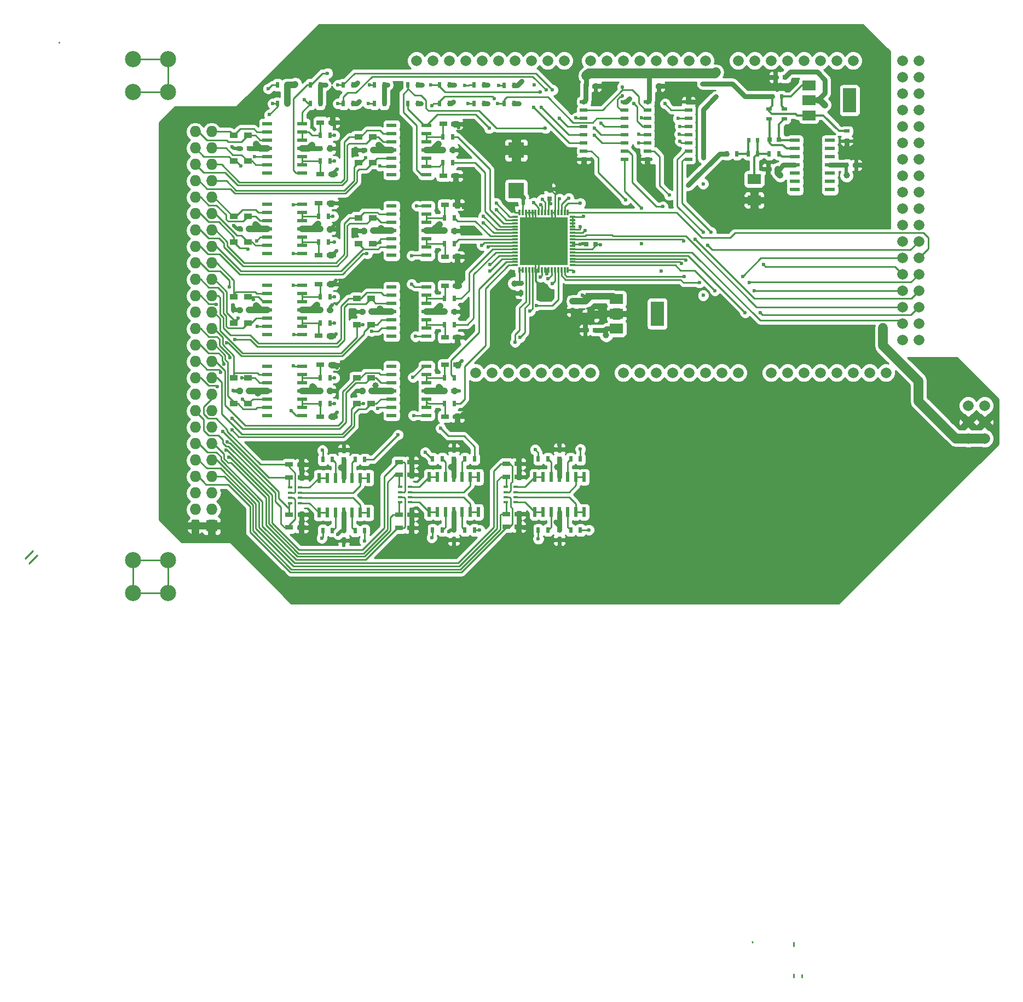
<source format=gbr>
G04 #@! TF.FileFunction,Copper,L1,Top,Mixed*
%FSLAX46Y46*%
G04 Gerber Fmt 4.6, Leading zero omitted, Abs format (unit mm)*
G04 Created by KiCad (PCBNEW 4.0.6-e0-6349~53~ubuntu16.04.1) date Sun Mar 26 23:02:30 2017*
%MOMM*%
%LPD*%
G01*
G04 APERTURE LIST*
%ADD10C,0.100000*%
%ADD11C,1.670000*%
%ADD12R,1.727200X1.727200*%
%ADD13O,1.727200X1.727200*%
%ADD14R,2.430000X2.370000*%
%ADD15R,0.600000X0.700000*%
%ADD16R,0.500000X0.900000*%
%ADD17R,1.143000X0.508000*%
%ADD18R,2.000000X3.800000*%
%ADD19R,2.000000X1.500000*%
%ADD20R,1.500000X0.600000*%
%ADD21R,0.800000X0.750000*%
%ADD22R,2.032000X1.524000*%
%ADD23R,1.200000X0.900000*%
%ADD24R,0.900000X0.500000*%
%ADD25R,1.200000X0.750000*%
%ADD26R,0.750000X0.800000*%
%ADD27R,0.760000X0.430000*%
%ADD28C,2.500000*%
%ADD29R,1.600000X1.000000*%
%ADD30R,0.850000X0.300000*%
%ADD31R,0.300000X0.850000*%
%ADD32R,1.837500X1.837500*%
%ADD33R,0.600000X1.500000*%
%ADD34C,0.600000*%
%ADD35C,1.000000*%
%ADD36C,0.250000*%
%ADD37C,0.350000*%
%ADD38C,0.500000*%
%ADD39C,0.750000*%
%ADD40C,1.000000*%
%ADD41C,1.500000*%
%ADD42C,0.254000*%
G04 APERTURE END LIST*
D10*
D11*
X160020000Y-119380000D03*
X157480000Y-119380000D03*
X157480000Y-116840000D03*
X160020000Y-116840000D03*
X160020000Y-114300000D03*
X157480000Y-114300000D03*
X147320000Y-60960000D03*
X149860000Y-60960000D03*
X149860000Y-63500000D03*
X147320000Y-63500000D03*
X147320000Y-83820000D03*
X149860000Y-83820000D03*
X149860000Y-81280000D03*
X147320000Y-81280000D03*
X147320000Y-76200000D03*
X149860000Y-76200000D03*
X149860000Y-78740000D03*
X147320000Y-78740000D03*
X147320000Y-68580000D03*
X149860000Y-68580000D03*
X149860000Y-66040000D03*
X147320000Y-66040000D03*
X147320000Y-71120000D03*
X149860000Y-71120000D03*
X149860000Y-73660000D03*
X147320000Y-73660000D03*
X147320000Y-93980000D03*
X149860000Y-93980000D03*
X149860000Y-91440000D03*
X147320000Y-91440000D03*
X147320000Y-86360000D03*
X149860000Y-86360000D03*
X149860000Y-88900000D03*
X147320000Y-88900000D03*
X147320000Y-99060000D03*
X149860000Y-99060000D03*
X149860000Y-96520000D03*
X147320000Y-96520000D03*
X147320000Y-101600000D03*
X149860000Y-101600000D03*
X149860000Y-104140000D03*
X147320000Y-104140000D03*
X127000000Y-109220000D03*
X129540000Y-109220000D03*
X134620000Y-109220000D03*
X132080000Y-109220000D03*
X142240000Y-109220000D03*
X144780000Y-109220000D03*
X139700000Y-109220000D03*
X137160000Y-109220000D03*
X114300000Y-109220000D03*
X116840000Y-109220000D03*
X121920000Y-109220000D03*
X119380000Y-109220000D03*
X109220000Y-109220000D03*
X111760000Y-109220000D03*
X106680000Y-109220000D03*
X104140000Y-109220000D03*
X81280000Y-109220000D03*
X83820000Y-109220000D03*
X88900000Y-109220000D03*
X86360000Y-109220000D03*
X96520000Y-109220000D03*
X99060000Y-109220000D03*
X93980000Y-109220000D03*
X91440000Y-109220000D03*
X121920000Y-60960000D03*
X124460000Y-60960000D03*
X129540000Y-60960000D03*
X127000000Y-60960000D03*
X137160000Y-60960000D03*
X139700000Y-60960000D03*
X134620000Y-60960000D03*
X132080000Y-60960000D03*
X109220000Y-60960000D03*
X111760000Y-60960000D03*
X116840000Y-60960000D03*
X114300000Y-60960000D03*
X104140000Y-60960000D03*
X106680000Y-60960000D03*
X101600000Y-60960000D03*
X99060000Y-60960000D03*
X92456000Y-60960000D03*
X94996000Y-60960000D03*
X82296000Y-60960000D03*
X84836000Y-60960000D03*
X89916000Y-60960000D03*
X87376000Y-60960000D03*
X77216000Y-60960000D03*
X79756000Y-60960000D03*
X74676000Y-60960000D03*
X72136000Y-60960000D03*
D12*
X40462200Y-132880000D03*
D13*
X37922200Y-132880000D03*
X40462200Y-130340000D03*
X37922200Y-130340000D03*
X40462200Y-127800000D03*
X37922200Y-127800000D03*
X40462200Y-125260000D03*
X37922200Y-125260000D03*
X40462200Y-122720000D03*
X37922200Y-122720000D03*
X40462200Y-120180000D03*
X37922200Y-120180000D03*
X40462200Y-117640000D03*
X37922200Y-117640000D03*
X40462200Y-115100000D03*
X37922200Y-115100000D03*
X40462200Y-112560000D03*
X37922200Y-112560000D03*
X40462200Y-110020000D03*
X37922200Y-110020000D03*
X40462200Y-107480000D03*
X37922200Y-107480000D03*
X40462200Y-104940000D03*
X37922200Y-104940000D03*
X40462200Y-102400000D03*
X37922200Y-102400000D03*
X40462200Y-99860000D03*
X37922200Y-99860000D03*
X40462200Y-97320000D03*
X37922200Y-97320000D03*
X40462200Y-94780000D03*
X37922200Y-94780000D03*
X40462200Y-92240000D03*
X37922200Y-92240000D03*
X40462200Y-89700000D03*
X37922200Y-89700000D03*
X40462200Y-87160000D03*
X37922200Y-87160000D03*
X40462200Y-84620000D03*
X37922200Y-84620000D03*
X40462200Y-82080000D03*
X37922200Y-82080000D03*
X40462200Y-79540000D03*
X37922200Y-79540000D03*
X40462200Y-77000000D03*
X37922200Y-77000000D03*
X40462200Y-74460000D03*
X37922200Y-74460000D03*
X40462200Y-71920000D03*
X37922200Y-71920000D03*
D14*
X87566500Y-74794500D03*
X87566500Y-81034500D03*
D15*
X123550000Y-73250000D03*
X124950000Y-73250000D03*
X127200000Y-66500000D03*
X128600000Y-66500000D03*
D16*
X50650000Y-67600000D03*
X52150000Y-67600000D03*
X50650000Y-64700000D03*
X52150000Y-64700000D03*
X85750000Y-64800000D03*
X87250000Y-64800000D03*
X85750000Y-67600000D03*
X87250000Y-67600000D03*
X82550000Y-67600000D03*
X81050000Y-67600000D03*
X82550000Y-64700000D03*
X81050000Y-64700000D03*
X67150000Y-67600000D03*
X65650000Y-67600000D03*
X67150000Y-64700000D03*
X65650000Y-64700000D03*
X60850000Y-67600000D03*
X62350000Y-67600000D03*
X60850000Y-64700000D03*
X62350000Y-64700000D03*
X75750000Y-64700000D03*
X77250000Y-64700000D03*
X75750000Y-67600000D03*
X77250000Y-67600000D03*
X72350000Y-64700000D03*
X70850000Y-64700000D03*
X72350000Y-67600000D03*
X70850000Y-67600000D03*
X57250000Y-64700000D03*
X55750000Y-64700000D03*
X57250000Y-67600000D03*
X55750000Y-67600000D03*
D17*
X104374999Y-67300000D03*
X104374999Y-69840000D03*
X104374999Y-71110000D03*
X104374999Y-72380000D03*
X104374999Y-73650000D03*
X104374999Y-74920000D03*
X104374999Y-76190000D03*
X98024999Y-76190000D03*
X98024999Y-74920000D03*
X98024999Y-73650000D03*
X98024999Y-72380000D03*
X98024999Y-71110000D03*
X98024999Y-69840000D03*
X98024999Y-68570000D03*
X98024999Y-67300000D03*
X104374999Y-68570000D03*
X114225000Y-67305000D03*
X114225000Y-69845000D03*
X114225000Y-71115000D03*
X114225000Y-72385000D03*
X114225000Y-73655000D03*
X114225000Y-74925000D03*
X114225000Y-76195000D03*
X107875000Y-76195000D03*
X107875000Y-74925000D03*
X107875000Y-73655000D03*
X107875000Y-72385000D03*
X107875000Y-71115000D03*
X107875000Y-69845000D03*
X107875000Y-68575000D03*
X107875000Y-67305000D03*
X114225000Y-68575000D03*
D18*
X139150000Y-67100000D03*
D19*
X132850000Y-67100000D03*
X132850000Y-69400000D03*
X132850000Y-64800000D03*
D20*
X130700000Y-73290000D03*
X130700000Y-74560000D03*
X130700000Y-75830000D03*
X130700000Y-77100000D03*
X130700000Y-78370000D03*
X130700000Y-79640000D03*
X130700000Y-80910000D03*
X136100000Y-80910000D03*
X136100000Y-79640000D03*
X136100000Y-78370000D03*
X136100000Y-77100000D03*
X136100000Y-75830000D03*
X136100000Y-74560000D03*
X136100000Y-73290000D03*
D21*
X98350000Y-64900000D03*
X99850000Y-64900000D03*
X108150000Y-64900000D03*
X109650000Y-64900000D03*
D22*
X124400000Y-79249000D03*
X124400000Y-82551000D03*
D16*
X124950000Y-75350000D03*
X123450000Y-75350000D03*
X57250000Y-110000000D03*
X58750000Y-110000000D03*
X76500000Y-114000000D03*
X78000000Y-114000000D03*
X76500000Y-110000000D03*
X78000000Y-110000000D03*
X57250000Y-114000000D03*
X58750000Y-114000000D03*
X57250000Y-97500000D03*
X58750000Y-97500000D03*
X76500000Y-101750000D03*
X78000000Y-101750000D03*
X76500000Y-97750000D03*
X78000000Y-97750000D03*
X57250000Y-101500000D03*
X58750000Y-101500000D03*
X57000000Y-85000000D03*
X58500000Y-85000000D03*
X76500000Y-89250000D03*
X78000000Y-89250000D03*
X76500000Y-85250000D03*
X78000000Y-85250000D03*
X57000000Y-89000000D03*
X58500000Y-89000000D03*
X57250000Y-72500000D03*
X58750000Y-72500000D03*
X76250000Y-76750000D03*
X77750000Y-76750000D03*
X76250000Y-72750000D03*
X77750000Y-72750000D03*
X57250000Y-76500000D03*
X58750000Y-76500000D03*
D21*
X44750000Y-74500000D03*
X46250000Y-74500000D03*
X57250000Y-74500000D03*
X58750000Y-74500000D03*
X44750000Y-99500000D03*
X46250000Y-99500000D03*
X57250000Y-87000000D03*
X58750000Y-87000000D03*
X44750000Y-87000000D03*
X46250000Y-87000000D03*
X57250000Y-99500000D03*
X58750000Y-99500000D03*
X63750000Y-112000000D03*
X65250000Y-112000000D03*
X76500000Y-112000000D03*
X78000000Y-112000000D03*
D23*
X62900000Y-114000000D03*
X65100000Y-114000000D03*
X62900000Y-110000000D03*
X65100000Y-110000000D03*
X43900000Y-114000000D03*
X46100000Y-114000000D03*
X43900000Y-110000000D03*
X46100000Y-110000000D03*
X62900000Y-101750000D03*
X65100000Y-101750000D03*
X62900000Y-97750000D03*
X65100000Y-97750000D03*
X43900000Y-101500000D03*
X46100000Y-101500000D03*
X43900000Y-97500000D03*
X46100000Y-97500000D03*
X63150000Y-89250000D03*
X65350000Y-89250000D03*
X63150000Y-85250000D03*
X65350000Y-85250000D03*
X46100000Y-89000000D03*
X43900000Y-89000000D03*
X43900000Y-85000000D03*
X46100000Y-85000000D03*
X63150000Y-76750000D03*
X65350000Y-76750000D03*
X63150000Y-72750000D03*
X65350000Y-72750000D03*
X46100000Y-76500000D03*
X43900000Y-76500000D03*
X43900000Y-72500000D03*
X46100000Y-72500000D03*
D24*
X138700000Y-73350000D03*
X138700000Y-71850000D03*
X126700000Y-68450000D03*
X126700000Y-69950000D03*
X129100000Y-68450000D03*
X129100000Y-69950000D03*
D16*
X128200000Y-75350000D03*
X126700000Y-75350000D03*
X121700000Y-75350000D03*
X120200000Y-75350000D03*
D21*
X127650000Y-63500000D03*
X129150000Y-63500000D03*
X128250000Y-73200000D03*
X126750000Y-73200000D03*
X140150000Y-77100000D03*
X138650000Y-77100000D03*
X126550000Y-77700000D03*
X128050000Y-77700000D03*
D20*
X68300000Y-108190000D03*
X68300000Y-109460000D03*
X68300000Y-110730000D03*
X68300000Y-112000000D03*
X68300000Y-113270000D03*
X68300000Y-114540000D03*
X68300000Y-115810000D03*
X73700000Y-115810000D03*
X73700000Y-114540000D03*
X73700000Y-113270000D03*
X73700000Y-112000000D03*
X73700000Y-110730000D03*
X73700000Y-109460000D03*
X73700000Y-108190000D03*
X49050000Y-108190000D03*
X49050000Y-109460000D03*
X49050000Y-110730000D03*
X49050000Y-112000000D03*
X49050000Y-113270000D03*
X49050000Y-114540000D03*
X49050000Y-115810000D03*
X54450000Y-115810000D03*
X54450000Y-114540000D03*
X54450000Y-113270000D03*
X54450000Y-112000000D03*
X54450000Y-110730000D03*
X54450000Y-109460000D03*
X54450000Y-108190000D03*
D21*
X44750000Y-112000000D03*
X46250000Y-112000000D03*
X57250000Y-112000000D03*
X58750000Y-112000000D03*
D25*
X76550000Y-116000000D03*
X78450000Y-116000000D03*
X76550000Y-108000000D03*
X78450000Y-108000000D03*
X57300000Y-116000000D03*
X59200000Y-116000000D03*
X57300000Y-108000000D03*
X59200000Y-108000000D03*
X52450000Y-125400000D03*
X54350000Y-125400000D03*
X52450000Y-123400000D03*
X54350000Y-123400000D03*
D26*
X60900000Y-121150000D03*
X60900000Y-122650000D03*
X60900000Y-133650000D03*
X60900000Y-135150000D03*
D25*
X69450000Y-125000000D03*
X71350000Y-125000000D03*
X69450000Y-123000000D03*
X71350000Y-123000000D03*
D26*
X77900000Y-121050000D03*
X77900000Y-122550000D03*
X77900000Y-133550000D03*
X77900000Y-135050000D03*
D25*
X86050000Y-125300000D03*
X87950000Y-125300000D03*
X86050000Y-123300000D03*
X87950000Y-123300000D03*
D26*
X94250000Y-121050000D03*
X94250000Y-122550000D03*
X94250000Y-133550000D03*
X94250000Y-135050000D03*
D20*
X68300000Y-95940000D03*
X68300000Y-97210000D03*
X68300000Y-98480000D03*
X68300000Y-99750000D03*
X68300000Y-101020000D03*
X68300000Y-102290000D03*
X68300000Y-103560000D03*
X73700000Y-103560000D03*
X73700000Y-102290000D03*
X73700000Y-101020000D03*
X73700000Y-99750000D03*
X73700000Y-98480000D03*
X73700000Y-97210000D03*
X73700000Y-95940000D03*
X49050000Y-95690000D03*
X49050000Y-96960000D03*
X49050000Y-98230000D03*
X49050000Y-99500000D03*
X49050000Y-100770000D03*
X49050000Y-102040000D03*
X49050000Y-103310000D03*
X54450000Y-103310000D03*
X54450000Y-102040000D03*
X54450000Y-100770000D03*
X54450000Y-99500000D03*
X54450000Y-98230000D03*
X54450000Y-96960000D03*
X54450000Y-95690000D03*
X68300000Y-83440000D03*
X68300000Y-84710000D03*
X68300000Y-85980000D03*
X68300000Y-87250000D03*
X68300000Y-88520000D03*
X68300000Y-89790000D03*
X68300000Y-91060000D03*
X73700000Y-91060000D03*
X73700000Y-89790000D03*
X73700000Y-88520000D03*
X73700000Y-87250000D03*
X73700000Y-85980000D03*
X73700000Y-84710000D03*
X73700000Y-83440000D03*
X49050000Y-83190000D03*
X49050000Y-84460000D03*
X49050000Y-85730000D03*
X49050000Y-87000000D03*
X49050000Y-88270000D03*
X49050000Y-89540000D03*
X49050000Y-90810000D03*
X54450000Y-90810000D03*
X54450000Y-89540000D03*
X54450000Y-88270000D03*
X54450000Y-87000000D03*
X54450000Y-85730000D03*
X54450000Y-84460000D03*
X54450000Y-83190000D03*
X68300000Y-70940000D03*
X68300000Y-72210000D03*
X68300000Y-73480000D03*
X68300000Y-74750000D03*
X68300000Y-76020000D03*
X68300000Y-77290000D03*
X68300000Y-78560000D03*
X73700000Y-78560000D03*
X73700000Y-77290000D03*
X73700000Y-76020000D03*
X73700000Y-74750000D03*
X73700000Y-73480000D03*
X73700000Y-72210000D03*
X73700000Y-70940000D03*
X49050000Y-70690000D03*
X49050000Y-71960000D03*
X49050000Y-73230000D03*
X49050000Y-74500000D03*
X49050000Y-75770000D03*
X49050000Y-77040000D03*
X49050000Y-78310000D03*
X54450000Y-78310000D03*
X54450000Y-77040000D03*
X54450000Y-75770000D03*
X54450000Y-74500000D03*
X54450000Y-73230000D03*
X54450000Y-71960000D03*
X54450000Y-70690000D03*
D27*
X71160000Y-128450000D03*
X69640000Y-128450000D03*
X71160000Y-127650000D03*
X69640000Y-127650000D03*
X71160000Y-129250000D03*
X71160000Y-126850000D03*
X69640000Y-126850000D03*
X69640000Y-129250000D03*
X87510000Y-128450000D03*
X85990000Y-128450000D03*
X87510000Y-127650000D03*
X85990000Y-127650000D03*
X87510000Y-129250000D03*
X87510000Y-126850000D03*
X85990000Y-126850000D03*
X85990000Y-129250000D03*
D28*
X33720000Y-60710000D03*
X33720000Y-65790000D03*
X28280000Y-65790000D03*
X28280000Y-60710000D03*
D29*
X99100000Y-97400000D03*
X99100000Y-100400000D03*
D26*
X96300000Y-98150000D03*
X96300000Y-99650000D03*
D21*
X99750000Y-102600000D03*
X98250000Y-102600000D03*
D27*
X54160000Y-128550000D03*
X52640000Y-128550000D03*
X54160000Y-127750000D03*
X52640000Y-127750000D03*
X54160000Y-129350000D03*
X54160000Y-126950000D03*
X52640000Y-126950000D03*
X52640000Y-129350000D03*
D16*
X64150000Y-122650000D03*
X62650000Y-122650000D03*
X57650000Y-122650000D03*
X59150000Y-122650000D03*
X64150000Y-133650000D03*
X62650000Y-133650000D03*
X57650000Y-133650000D03*
X59150000Y-133650000D03*
D21*
X63750000Y-99750000D03*
X65250000Y-99750000D03*
X76500000Y-99750000D03*
X78000000Y-99750000D03*
X64000000Y-87250000D03*
X65500000Y-87250000D03*
X76500000Y-87250000D03*
X78000000Y-87250000D03*
X64000000Y-74750000D03*
X65500000Y-74750000D03*
X76250000Y-74750000D03*
X77750000Y-74750000D03*
D16*
X74650000Y-122550000D03*
X76150000Y-122550000D03*
X81150000Y-122550000D03*
X79650000Y-122550000D03*
X81150000Y-133550000D03*
X79650000Y-133550000D03*
X74650000Y-133550000D03*
X76150000Y-133550000D03*
X91000000Y-122550000D03*
X92500000Y-122550000D03*
X97500000Y-122550000D03*
X96000000Y-122550000D03*
X97500000Y-133550000D03*
X96000000Y-133550000D03*
X91000000Y-133550000D03*
X92500000Y-133550000D03*
D18*
X109391000Y-100084000D03*
D19*
X103091000Y-100084000D03*
X103091000Y-102384000D03*
X103091000Y-97784000D03*
D30*
X96271000Y-92586500D03*
X96271000Y-92086500D03*
X96271000Y-91586500D03*
X96271000Y-91086500D03*
X96271000Y-90586500D03*
X96271000Y-90086500D03*
X96271000Y-89586500D03*
X96271000Y-89086500D03*
X96271000Y-88586500D03*
X96271000Y-88086500D03*
X96271000Y-87586500D03*
X96271000Y-87086500D03*
X96271000Y-86586500D03*
X96271000Y-86086500D03*
X96271000Y-85586500D03*
X96271000Y-85086500D03*
D31*
X95571000Y-84386500D03*
X95071000Y-84386500D03*
X94571000Y-84386500D03*
X94071000Y-84386500D03*
X93571000Y-84386500D03*
X93071000Y-84386500D03*
X92571000Y-84386500D03*
X92071000Y-84386500D03*
X91571000Y-84386500D03*
X91071000Y-84386500D03*
X90571000Y-84386500D03*
X90071000Y-84386500D03*
X89571000Y-84386500D03*
X89071000Y-84386500D03*
X88571000Y-84386500D03*
X88071000Y-84386500D03*
D30*
X87371000Y-85086500D03*
X87371000Y-85586500D03*
X87371000Y-86086500D03*
X87371000Y-86586500D03*
X87371000Y-87086500D03*
X87371000Y-87586500D03*
X87371000Y-88086500D03*
X87371000Y-88586500D03*
X87371000Y-89086500D03*
X87371000Y-89586500D03*
X87371000Y-90086500D03*
X87371000Y-90586500D03*
X87371000Y-91086500D03*
X87371000Y-91586500D03*
X87371000Y-92086500D03*
X87371000Y-92586500D03*
D31*
X88071000Y-93286500D03*
X88571000Y-93286500D03*
X89071000Y-93286500D03*
X89571000Y-93286500D03*
X90071000Y-93286500D03*
X90571000Y-93286500D03*
X91071000Y-93286500D03*
X91571000Y-93286500D03*
X92071000Y-93286500D03*
X92571000Y-93286500D03*
X93071000Y-93286500D03*
X93571000Y-93286500D03*
X94071000Y-93286500D03*
X94571000Y-93286500D03*
X95071000Y-93286500D03*
X95571000Y-93286500D03*
D32*
X89064750Y-86080250D03*
X89064750Y-87917750D03*
X89064750Y-89755250D03*
X89064750Y-91592750D03*
X90902250Y-86080250D03*
X90902250Y-87917750D03*
X90902250Y-89755250D03*
X90902250Y-91592750D03*
X92739750Y-86080250D03*
X92739750Y-87917750D03*
X92739750Y-89755250D03*
X92739750Y-91592750D03*
X94577250Y-86080250D03*
X94577250Y-87917750D03*
X94577250Y-89755250D03*
X94577250Y-91592750D03*
D33*
X57090000Y-130850000D03*
X58360000Y-130850000D03*
X59630000Y-130850000D03*
X60900000Y-130850000D03*
X62170000Y-130850000D03*
X63440000Y-130850000D03*
X64710000Y-130850000D03*
X64710000Y-125450000D03*
X63440000Y-125450000D03*
X62170000Y-125450000D03*
X60900000Y-125450000D03*
X59630000Y-125450000D03*
X58360000Y-125450000D03*
X57090000Y-125450000D03*
X74090000Y-130750000D03*
X75360000Y-130750000D03*
X76630000Y-130750000D03*
X77900000Y-130750000D03*
X79170000Y-130750000D03*
X80440000Y-130750000D03*
X81710000Y-130750000D03*
X81710000Y-125350000D03*
X80440000Y-125350000D03*
X79170000Y-125350000D03*
X77900000Y-125350000D03*
X76630000Y-125350000D03*
X75360000Y-125350000D03*
X74090000Y-125350000D03*
X90440000Y-130750000D03*
X91710000Y-130750000D03*
X92980000Y-130750000D03*
X94250000Y-130750000D03*
X95520000Y-130750000D03*
X96790000Y-130750000D03*
X98060000Y-130750000D03*
X98060000Y-125350000D03*
X96790000Y-125350000D03*
X95520000Y-125350000D03*
X94250000Y-125350000D03*
X92980000Y-125350000D03*
X91710000Y-125350000D03*
X90440000Y-125350000D03*
D25*
X76550000Y-103750000D03*
X78450000Y-103750000D03*
X76550000Y-95750000D03*
X78450000Y-95750000D03*
X57050000Y-103500000D03*
X58950000Y-103500000D03*
X57050000Y-95500000D03*
X58950000Y-95500000D03*
X76550000Y-91250000D03*
X78450000Y-91250000D03*
X76550000Y-83250000D03*
X78450000Y-83250000D03*
X57050000Y-91000000D03*
X58950000Y-91000000D03*
X57050000Y-83000000D03*
X58950000Y-83000000D03*
X76300000Y-78750000D03*
X78200000Y-78750000D03*
X76300000Y-70750000D03*
X78200000Y-70750000D03*
X57300000Y-78500000D03*
X59200000Y-78500000D03*
X57300000Y-70500000D03*
X59200000Y-70500000D03*
X52450000Y-133150000D03*
X54350000Y-133150000D03*
X52450000Y-131150000D03*
X54350000Y-131150000D03*
X69450000Y-133200000D03*
X71350000Y-133200000D03*
X69450000Y-131200000D03*
X71350000Y-131200000D03*
X86050000Y-133050000D03*
X87950000Y-133050000D03*
X86050000Y-131050000D03*
X87950000Y-131050000D03*
D26*
X88328500Y-95389000D03*
X88328500Y-96889000D03*
X92773500Y-82284000D03*
X92773500Y-80784000D03*
D21*
X98373500Y-89344500D03*
X99873500Y-89344500D03*
D28*
X33720000Y-138210000D03*
X33720000Y-143290000D03*
X28280000Y-143290000D03*
X28280000Y-138210000D03*
D34*
X90902250Y-86080250D03*
X93000000Y-86000000D03*
X94577250Y-86080250D03*
X95000000Y-88000000D03*
X94577250Y-89755250D03*
X95000000Y-92000000D03*
X87000000Y-84000000D03*
X87000000Y-97000000D03*
X91000000Y-95400000D03*
X43000000Y-132800000D03*
X45200000Y-134200000D03*
X54000000Y-134600000D03*
X56000000Y-135000000D03*
X51200000Y-140000000D03*
X52800000Y-141400000D03*
X57000000Y-141600000D03*
X65600000Y-141600000D03*
X67800000Y-137000000D03*
X72400000Y-136200000D03*
X71600000Y-141400000D03*
X80400000Y-141200000D03*
X86600000Y-141400000D03*
X87400000Y-136200000D03*
X91000000Y-139000000D03*
X112200000Y-134000000D03*
X126600000Y-141400000D03*
X137600000Y-135000000D03*
X121000000Y-134200000D03*
X114200000Y-142400000D03*
X101000000Y-142800000D03*
X105000000Y-137800000D03*
X108200000Y-127600000D03*
X129000000Y-127400000D03*
X146800000Y-127400000D03*
X144400000Y-116800000D03*
X137800000Y-112200000D03*
X133000000Y-116800000D03*
X127200000Y-113800000D03*
X118800000Y-116400000D03*
X114400000Y-113400000D03*
X107200000Y-116200000D03*
X105200000Y-113800000D03*
X96600000Y-118800000D03*
X92800000Y-113400000D03*
X86600000Y-113400000D03*
X84800000Y-119000000D03*
X81000000Y-118200000D03*
X76400000Y-120000000D03*
X70600000Y-120800000D03*
X70400000Y-117200000D03*
X70200000Y-111600000D03*
X70000000Y-106600000D03*
X70200000Y-102000000D03*
X70200000Y-92400000D03*
X70600000Y-88200000D03*
X70600000Y-81000000D03*
X78600000Y-81000000D03*
X81400000Y-83400000D03*
X81400000Y-78800000D03*
X85400000Y-80600000D03*
X85200000Y-76600000D03*
X82200000Y-72800000D03*
X87800000Y-72400000D03*
X89800000Y-74800000D03*
X93400000Y-72800000D03*
X95000000Y-75400000D03*
X102400000Y-82400000D03*
X126000000Y-82600000D03*
X138700000Y-74000000D03*
X141000000Y-77100000D03*
X126600000Y-78600000D03*
X126500000Y-63500000D03*
D35*
X97100000Y-101300000D03*
D34*
X107800000Y-77100000D03*
X96700000Y-76200000D03*
X115400000Y-67300000D03*
X105100000Y-66800000D03*
X110400000Y-64900000D03*
X100600000Y-64900000D03*
X43650000Y-74250000D03*
X88900000Y-123300000D03*
X94200000Y-120300000D03*
X88900000Y-125300000D03*
X88900000Y-131100000D03*
X88900000Y-133300000D03*
X94300000Y-135700000D03*
X77900000Y-120300000D03*
X72300000Y-125000000D03*
X72300000Y-123000000D03*
X72300000Y-131200000D03*
X77900000Y-135800000D03*
X72300000Y-133200000D03*
X60900000Y-120400000D03*
X60900000Y-135900000D03*
X55300000Y-131100000D03*
X55300000Y-133100000D03*
X55300000Y-125400000D03*
X55300000Y-123400000D03*
X78450000Y-74750000D03*
X79250000Y-78750000D03*
X79475000Y-83625000D03*
X78725000Y-87300000D03*
X79300000Y-91250000D03*
X79200000Y-95050000D03*
X78675000Y-99750000D03*
X79300000Y-103750000D03*
X79150000Y-107375000D03*
X78775000Y-112000000D03*
X78700000Y-71300000D03*
X79375000Y-115475000D03*
X59750000Y-94900000D03*
X62725000Y-99700000D03*
X59125000Y-98725000D03*
X59750000Y-103250000D03*
X59875000Y-108500000D03*
X59425000Y-112000000D03*
X62850000Y-112050000D03*
X59850000Y-115325000D03*
X59825000Y-90325000D03*
X62525000Y-87250000D03*
X59425000Y-86400000D03*
X59975000Y-83050000D03*
X59500000Y-71500000D03*
X59850000Y-77700000D03*
X62775000Y-74500000D03*
X59425000Y-74500000D03*
X43775000Y-111975000D03*
X43850000Y-99100000D03*
X43900000Y-86475000D03*
X87566500Y-78105000D03*
X88709500Y-85788500D03*
X92739750Y-87917750D03*
X92710000Y-89725500D03*
X92739750Y-91592750D03*
X90868500Y-91567000D03*
X90902250Y-89755250D03*
X90932000Y-87884000D03*
X89064750Y-87917750D03*
X89027000Y-89725500D03*
X89064750Y-91592750D03*
D35*
X101500000Y-103400000D03*
X87300000Y-95400000D03*
D34*
X116500000Y-80000000D03*
X116500000Y-76000000D03*
X118500000Y-66500000D03*
X97500000Y-86600000D03*
X97500000Y-89300000D03*
D35*
X118450000Y-62750000D03*
D34*
X97950000Y-85050000D03*
X100647500Y-89408000D03*
X98200000Y-87200000D03*
X96456500Y-93535500D03*
X97800000Y-97200000D03*
X60000000Y-134200000D03*
X77200000Y-133800000D03*
D35*
X128400000Y-78700000D03*
X135300000Y-67800000D03*
D34*
X91300000Y-94400000D03*
X92900000Y-83100000D03*
X93700000Y-132300000D03*
D35*
X75700000Y-86250000D03*
X75825000Y-98900000D03*
X75525000Y-73850000D03*
X75600000Y-111425000D03*
X56950000Y-86175000D03*
X56775000Y-98725000D03*
X56050000Y-111350000D03*
X56025000Y-73975000D03*
X138700000Y-78700000D03*
X144300000Y-102300000D03*
X65800000Y-111200000D03*
X93900000Y-123800000D03*
X60500000Y-123900000D03*
X77500000Y-123800000D03*
X66675000Y-86850000D03*
X66525000Y-99325000D03*
X66350000Y-74050000D03*
X47375000Y-98850000D03*
X47275000Y-86300000D03*
X47575000Y-112325000D03*
X47396635Y-73813365D03*
D34*
X114200000Y-80200000D03*
X92300000Y-93900000D03*
X111250000Y-81750000D03*
X117750000Y-87500000D03*
X116500000Y-97250000D03*
X116500000Y-87500000D03*
X104500000Y-82500000D03*
X107000000Y-89250000D03*
X107000000Y-83750000D03*
X110250000Y-83500000D03*
X110000000Y-93500000D03*
X42700000Y-121200000D03*
X43100000Y-122300000D03*
X42900000Y-119900000D03*
X42200000Y-118300000D03*
X53400000Y-64600000D03*
X88000000Y-67600000D03*
X88400000Y-64100002D03*
X83200000Y-67600000D03*
X83200000Y-64700000D03*
X77800000Y-67300000D03*
X78000000Y-64700000D03*
X72800000Y-67600000D03*
X73000000Y-64700000D03*
X67700000Y-64700000D03*
X63300000Y-67200000D03*
X63000000Y-64400000D03*
X58100000Y-64700000D03*
X116400000Y-64500000D03*
X66170000Y-114720000D03*
X63930000Y-113980000D03*
X41360000Y-111360000D03*
X43590000Y-118050000D03*
X41870000Y-109190000D03*
X43600000Y-116240000D03*
X42330000Y-107840000D03*
X45270000Y-113330000D03*
X43260000Y-106880000D03*
X45140000Y-109990000D03*
X65200000Y-102800000D03*
X63900000Y-101800000D03*
X42800000Y-104600000D03*
X41150000Y-98650000D03*
X44050000Y-104050000D03*
X44600000Y-100800000D03*
X47500000Y-102000000D03*
X43200000Y-95900000D03*
X46900000Y-97900000D03*
X64500000Y-90800000D03*
X66500000Y-89100000D03*
X46100000Y-90100000D03*
X47400000Y-88800000D03*
X66500000Y-77250000D03*
X64250000Y-76000000D03*
X47125000Y-75750000D03*
X45000000Y-77250000D03*
X91000000Y-134900000D03*
X90300000Y-82900000D03*
X91400000Y-83200000D03*
X98800000Y-133500000D03*
X97500000Y-121000000D03*
X91600000Y-82400000D03*
X90500000Y-121100000D03*
X94300000Y-82300000D03*
X74500000Y-134700000D03*
X95700000Y-82200000D03*
X97500000Y-83000000D03*
X81900000Y-133500000D03*
X87400000Y-104500000D03*
X75900000Y-117800000D03*
X88200000Y-103700000D03*
X73500000Y-121500000D03*
X89700000Y-99700000D03*
X57500000Y-134800000D03*
X64100000Y-135200000D03*
X92500000Y-94700000D03*
X69300000Y-118800000D03*
X93200000Y-95400000D03*
X90700000Y-98800000D03*
X57600000Y-121200000D03*
X59500000Y-76500000D03*
X84500000Y-84000000D03*
X84500000Y-83000000D03*
X59500000Y-72500000D03*
X59500000Y-89000000D03*
X82500000Y-86000000D03*
X82500000Y-85000000D03*
X59250000Y-85000000D03*
X83250000Y-89750000D03*
X59500000Y-101500000D03*
X59500000Y-97500000D03*
X82250000Y-89500000D03*
X83500000Y-93500000D03*
X59500000Y-114000000D03*
X59500000Y-110000000D03*
X83500000Y-92500000D03*
X58400000Y-62900000D03*
X105800000Y-67600000D03*
X83400000Y-71400000D03*
X106500000Y-72300000D03*
X106500000Y-73700000D03*
X92100000Y-71400000D03*
X54800000Y-67000000D03*
X107000000Y-69800000D03*
X112900000Y-71100000D03*
X91300000Y-65800000D03*
X72200000Y-83400000D03*
X74400000Y-64700000D03*
X112800000Y-72300000D03*
X93200000Y-65500000D03*
X53100000Y-90800000D03*
X60000000Y-64700000D03*
X84200000Y-66800000D03*
X90400000Y-64700000D03*
X112600000Y-69900000D03*
X71400000Y-91100000D03*
X74500000Y-67900000D03*
X112900000Y-73400000D03*
X92200000Y-65500000D03*
X60000000Y-67600000D03*
X53100000Y-83200000D03*
X94300000Y-69900000D03*
X64700000Y-67600000D03*
X53200000Y-103300000D03*
X91500000Y-68200000D03*
X71400000Y-95500000D03*
X79600000Y-64800000D03*
X90300000Y-68200000D03*
X72000000Y-103600000D03*
X80100000Y-67600000D03*
X96800000Y-69800000D03*
X53100000Y-95700000D03*
X64900000Y-64700000D03*
X100700000Y-70600000D03*
X71600000Y-109900000D03*
X84900000Y-64800000D03*
X99700000Y-71400000D03*
X49200000Y-65300000D03*
X52800000Y-115100000D03*
X84700000Y-67600000D03*
X71700000Y-115800000D03*
X99700000Y-72500000D03*
X49400000Y-69300000D03*
X53100000Y-108100000D03*
X49900000Y-67600000D03*
X118300000Y-96500000D03*
X124400000Y-96500000D03*
X125800000Y-92500000D03*
X113100000Y-92300000D03*
X117200000Y-89500000D03*
X113800000Y-91800000D03*
X125300000Y-99900000D03*
X123000000Y-99900000D03*
X115300000Y-88600000D03*
X113500000Y-88800000D03*
X123600000Y-95300000D03*
X115900000Y-95300000D03*
X122600000Y-94300000D03*
X113600000Y-94300000D03*
X104000000Y-65000000D03*
X110600000Y-67600000D03*
X104000000Y-66400000D03*
D36*
X124075000Y-197185000D02*
X124190000Y-197300000D01*
X131810000Y-202700000D02*
X131810000Y-202286000D01*
X130540000Y-202159000D02*
X130540000Y-202700000D01*
X130540000Y-197841000D02*
X130540000Y-197300000D01*
X130540000Y-197841000D02*
X130540000Y-197300000D01*
X16849000Y-58087000D02*
X16849000Y-58214000D01*
X11626500Y-137960000D02*
X12833000Y-136753500D01*
X13531500Y-137388500D02*
X12198000Y-138722000D01*
X89071000Y-84386500D02*
X89071000Y-86074000D01*
X89071000Y-86074000D02*
X89077250Y-86080250D01*
X89077250Y-86080250D02*
X90902250Y-86080250D01*
X90071000Y-84386500D02*
X90071000Y-85249000D01*
X90071000Y-85249000D02*
X90902250Y-86080250D01*
X89571000Y-84386500D02*
X89571000Y-85574000D01*
X89571000Y-85574000D02*
X90077250Y-86080250D01*
X90077250Y-86080250D02*
X90902250Y-86080250D01*
X90571000Y-84386500D02*
X90571000Y-85749000D01*
X90571000Y-85749000D02*
X90902250Y-86080250D01*
X93000000Y-86000000D02*
X93080250Y-86080250D01*
X93080250Y-86080250D02*
X94577250Y-86080250D01*
X95000000Y-88000000D02*
X94577250Y-88422750D01*
X94577250Y-88422750D02*
X94577250Y-89755250D01*
X95000000Y-92000000D02*
X94592750Y-91592750D01*
X94592750Y-91592750D02*
X92739750Y-91592750D01*
X88071000Y-84386500D02*
X87386500Y-84386500D01*
X87386500Y-84386500D02*
X87000000Y-84000000D01*
D37*
X90800000Y-93286500D02*
X90800000Y-93600000D01*
X87111000Y-96889000D02*
X88328500Y-96889000D01*
X87000000Y-97000000D02*
X87111000Y-96889000D01*
X90600000Y-95000000D02*
X91000000Y-95400000D01*
X90600000Y-93800000D02*
X90600000Y-95000000D01*
X90800000Y-93600000D02*
X90600000Y-93800000D01*
D38*
X43800000Y-132800000D02*
X43000000Y-132800000D01*
X45200000Y-134200000D02*
X43800000Y-132800000D01*
X55600000Y-134600000D02*
X54000000Y-134600000D01*
X56000000Y-135000000D02*
X55600000Y-134600000D01*
X51400000Y-140000000D02*
X51200000Y-140000000D01*
X52800000Y-141400000D02*
X51400000Y-140000000D01*
X65600000Y-141600000D02*
X57000000Y-141600000D01*
X71600000Y-137000000D02*
X67800000Y-137000000D01*
X72400000Y-136200000D02*
X71600000Y-137000000D01*
X80200000Y-141400000D02*
X71600000Y-141400000D01*
X80400000Y-141200000D02*
X80200000Y-141400000D01*
X86600000Y-137000000D02*
X86600000Y-141400000D01*
X87400000Y-136200000D02*
X86600000Y-137000000D01*
X107200000Y-139000000D02*
X91000000Y-139000000D01*
X112200000Y-134000000D02*
X107200000Y-139000000D01*
X131200000Y-141400000D02*
X126600000Y-141400000D01*
X137600000Y-135000000D02*
X131200000Y-141400000D01*
X121000000Y-135600000D02*
X121000000Y-134200000D01*
X114200000Y-142400000D02*
X121000000Y-135600000D01*
X101000000Y-141800000D02*
X101000000Y-142800000D01*
X105000000Y-137800000D02*
X101000000Y-141800000D01*
X128800000Y-127600000D02*
X108200000Y-127600000D01*
X129000000Y-127400000D02*
X128800000Y-127600000D01*
X146800000Y-119200000D02*
X146800000Y-127400000D01*
X144400000Y-116800000D02*
X146800000Y-119200000D01*
X137600000Y-112200000D02*
X137800000Y-112200000D01*
X133000000Y-116800000D02*
X137600000Y-112200000D01*
X121400000Y-113800000D02*
X127200000Y-113800000D01*
X118800000Y-116400000D02*
X121400000Y-113800000D01*
X110000000Y-113400000D02*
X114400000Y-113400000D01*
X107200000Y-116200000D02*
X110000000Y-113400000D01*
X101600000Y-113800000D02*
X105200000Y-113800000D01*
X96600000Y-118800000D02*
X101600000Y-113800000D01*
X86600000Y-113400000D02*
X92800000Y-113400000D01*
X81800000Y-119000000D02*
X84800000Y-119000000D01*
X81000000Y-118200000D02*
X81800000Y-119000000D01*
X71400000Y-120000000D02*
X76400000Y-120000000D01*
X70600000Y-120800000D02*
X71400000Y-120000000D01*
X70400000Y-111800000D02*
X70400000Y-117200000D01*
X70200000Y-111600000D02*
X70400000Y-111800000D01*
X70000000Y-102200000D02*
X70000000Y-106600000D01*
X70200000Y-102000000D02*
X70000000Y-102200000D01*
X70200000Y-88600000D02*
X70200000Y-92400000D01*
X70600000Y-88200000D02*
X70200000Y-88600000D01*
X78600000Y-81000000D02*
X70600000Y-81000000D01*
X81400000Y-78800000D02*
X81400000Y-83400000D01*
X85400000Y-76800000D02*
X85400000Y-80600000D01*
X85200000Y-76600000D02*
X85400000Y-76800000D01*
X87400000Y-72800000D02*
X82200000Y-72800000D01*
X87800000Y-72400000D02*
X87400000Y-72800000D01*
X91400000Y-74800000D02*
X89800000Y-74800000D01*
X93400000Y-72800000D02*
X91400000Y-74800000D01*
X95000000Y-76200000D02*
X95000000Y-75400000D01*
X97200000Y-78400000D02*
X95000000Y-76200000D01*
X98400000Y-78400000D02*
X97200000Y-78400000D01*
X102400000Y-82400000D02*
X98400000Y-78400000D01*
D39*
X124400000Y-82551000D02*
X125951000Y-82551000D01*
X125951000Y-82551000D02*
X126000000Y-82600000D01*
X138700000Y-73350000D02*
X138700000Y-74000000D01*
X140150000Y-77100000D02*
X141000000Y-77100000D01*
X126550000Y-77700000D02*
X126550000Y-78550000D01*
X126550000Y-78550000D02*
X126600000Y-78600000D01*
X127650000Y-63500000D02*
X126500000Y-63500000D01*
X97500000Y-100400000D02*
X97500000Y-100900000D01*
X97500000Y-100900000D02*
X97100000Y-101300000D01*
X98250000Y-102600000D02*
X98250000Y-101150000D01*
X98250000Y-101150000D02*
X97500000Y-100400000D01*
D40*
X99100000Y-100400000D02*
X97500000Y-100400000D01*
X97500000Y-100400000D02*
X97050000Y-100400000D01*
X97050000Y-100400000D02*
X96300000Y-99650000D01*
X102939000Y-100084000D02*
X99416000Y-100084000D01*
X99416000Y-100084000D02*
X99100000Y-100400000D01*
D38*
X107875000Y-76195000D02*
X107875000Y-77025000D01*
X107875000Y-77025000D02*
X107800000Y-77100000D01*
X98024999Y-76190000D02*
X96710000Y-76190000D01*
X96710000Y-76190000D02*
X96700000Y-76200000D01*
D39*
X114225000Y-67305000D02*
X115395000Y-67305000D01*
X115395000Y-67305000D02*
X115400000Y-67300000D01*
X104374999Y-67300000D02*
X104600000Y-67300000D01*
X104600000Y-67300000D02*
X105100000Y-66800000D01*
X109650000Y-64900000D02*
X110400000Y-64900000D01*
X99850000Y-64900000D02*
X100600000Y-64900000D01*
D38*
X44750000Y-74500000D02*
X43900000Y-74500000D01*
X43900000Y-74500000D02*
X43650000Y-74250000D01*
D36*
X88900000Y-123300000D02*
X87950000Y-123300000D01*
X87950000Y-133050000D02*
X88650000Y-133050000D01*
X88650000Y-133050000D02*
X88900000Y-133300000D01*
X90571000Y-84386500D02*
X90071000Y-84386500D01*
X90071000Y-84386500D02*
X89571000Y-84386500D01*
X89571000Y-84386500D02*
X89071000Y-84386500D01*
X94250000Y-121050000D02*
X94250000Y-120350000D01*
X94250000Y-120350000D02*
X94200000Y-120300000D01*
X87950000Y-125300000D02*
X88900000Y-125300000D01*
X87950000Y-131050000D02*
X88850000Y-131050000D01*
X88850000Y-131050000D02*
X88900000Y-131100000D01*
X94250000Y-135050000D02*
X94250000Y-135650000D01*
X88900000Y-133300000D02*
X88850000Y-133250000D01*
X94250000Y-135650000D02*
X94300000Y-135700000D01*
X77900000Y-121050000D02*
X77900000Y-120300000D01*
X71350000Y-125000000D02*
X72300000Y-125000000D01*
X72300000Y-123000000D02*
X71350000Y-123000000D01*
X71350000Y-131200000D02*
X72300000Y-131200000D01*
X77900000Y-135050000D02*
X77900000Y-135800000D01*
X72300000Y-133200000D02*
X71350000Y-133200000D01*
X60900000Y-120400000D02*
X60900000Y-121150000D01*
X60900000Y-135150000D02*
X60900000Y-135900000D01*
X54350000Y-133150000D02*
X55250000Y-133150000D01*
X55250000Y-131150000D02*
X54350000Y-131150000D01*
X55300000Y-131100000D02*
X55250000Y-131150000D01*
X55250000Y-133150000D02*
X55300000Y-133100000D01*
X54350000Y-123400000D02*
X55300000Y-123400000D01*
X55300000Y-125400000D02*
X54350000Y-125400000D01*
D38*
X78450000Y-74750000D02*
X77750000Y-74750000D01*
X78200000Y-78750000D02*
X79250000Y-78750000D01*
X78450000Y-83250000D02*
X79100000Y-83250000D01*
X79100000Y-83250000D02*
X79475000Y-83625000D01*
X78675000Y-87250000D02*
X78000000Y-87250000D01*
X78725000Y-87300000D02*
X78675000Y-87250000D01*
X78450000Y-91250000D02*
X79300000Y-91250000D01*
X79200000Y-95050000D02*
X78500000Y-95750000D01*
X78500000Y-95750000D02*
X78450000Y-95750000D01*
X78000000Y-99750000D02*
X78675000Y-99750000D01*
X78450000Y-103750000D02*
X79300000Y-103750000D01*
X79150000Y-107375000D02*
X78525000Y-108000000D01*
X78525000Y-108000000D02*
X78450000Y-108000000D01*
X78000000Y-112000000D02*
X78775000Y-112000000D01*
X78200000Y-70750000D02*
X78400000Y-70750000D01*
X78400000Y-70750000D02*
X78700000Y-71300000D01*
X79375000Y-115475000D02*
X78850000Y-116000000D01*
X78850000Y-116000000D02*
X78450000Y-116000000D01*
X58950000Y-95500000D02*
X59150000Y-95500000D01*
X59150000Y-95500000D02*
X59750000Y-94900000D01*
X62775000Y-99750000D02*
X63750000Y-99750000D01*
X62725000Y-99700000D02*
X62775000Y-99750000D01*
X58750000Y-99500000D02*
X58750000Y-99100000D01*
X58750000Y-99100000D02*
X59125000Y-98725000D01*
X59750000Y-103250000D02*
X59500000Y-103500000D01*
X59500000Y-103500000D02*
X58950000Y-103500000D01*
X59200000Y-108000000D02*
X59375000Y-108000000D01*
X59375000Y-108000000D02*
X59875000Y-108500000D01*
X58750000Y-112000000D02*
X59425000Y-112000000D01*
X63750000Y-112000000D02*
X62900000Y-112000000D01*
X62900000Y-112000000D02*
X62850000Y-112050000D01*
X59850000Y-115325000D02*
X59200000Y-115975000D01*
X59200000Y-115975000D02*
X59200000Y-116000000D01*
X58950000Y-91000000D02*
X59150000Y-91000000D01*
X59150000Y-91000000D02*
X59825000Y-90325000D01*
X62525000Y-87250000D02*
X64000000Y-87250000D01*
X58750000Y-87000000D02*
X58825000Y-87000000D01*
X58825000Y-87000000D02*
X59425000Y-86400000D01*
X59925000Y-83000000D02*
X58950000Y-83000000D01*
X59975000Y-83050000D02*
X59925000Y-83000000D01*
X59200000Y-70500000D02*
X59450000Y-70500000D01*
X59450000Y-70500000D02*
X59500000Y-71500000D01*
X59850000Y-77700000D02*
X59200000Y-78350000D01*
X59200000Y-78350000D02*
X59200000Y-78500000D01*
X58750000Y-74500000D02*
X59425000Y-74500000D01*
X63025000Y-74750000D02*
X64000000Y-74750000D01*
X62775000Y-74500000D02*
X63025000Y-74750000D01*
X43800000Y-112000000D02*
X44750000Y-112000000D01*
X43775000Y-111975000D02*
X43800000Y-112000000D01*
X44250000Y-99500000D02*
X44750000Y-99500000D01*
X43850000Y-99100000D02*
X44250000Y-99500000D01*
X43900000Y-86475000D02*
X44425000Y-87000000D01*
X44425000Y-87000000D02*
X44750000Y-87000000D01*
D40*
X92773500Y-80784000D02*
X92773500Y-80708500D01*
X92773500Y-80708500D02*
X90170000Y-78105000D01*
D36*
X87566500Y-74794500D02*
X87566500Y-78105000D01*
D40*
X90170000Y-78105000D02*
X87566500Y-78105000D01*
D36*
X93571000Y-84386500D02*
X93571000Y-85249000D01*
X93571000Y-85249000D02*
X92739750Y-86080250D01*
X93071000Y-84386500D02*
X93071000Y-85749000D01*
X93071000Y-85749000D02*
X92739750Y-86080250D01*
X91071000Y-93286500D02*
X91071000Y-91761500D01*
X91071000Y-91761500D02*
X90902250Y-91592750D01*
X90571000Y-93286500D02*
X90571000Y-91924000D01*
X90571000Y-91924000D02*
X90902250Y-91592750D01*
X88709500Y-85788500D02*
X89001250Y-86080250D01*
X92739750Y-86139750D02*
X92739750Y-87917750D01*
X92710000Y-89725500D02*
X92739750Y-89755250D01*
X92739750Y-89755250D02*
X92739750Y-91592750D01*
X90868500Y-91567000D02*
X90902250Y-91533250D01*
X90902250Y-91533250D02*
X90902250Y-89755250D01*
X90932000Y-87884000D02*
X90898250Y-87917750D01*
X90898250Y-87917750D02*
X89064750Y-87917750D01*
X89027000Y-89725500D02*
X89064750Y-89763250D01*
X89064750Y-89763250D02*
X89064750Y-91592750D01*
X92773500Y-80784000D02*
X92773500Y-80391000D01*
X90571000Y-93286500D02*
X90800000Y-93286500D01*
X90800000Y-93286500D02*
X91071000Y-93286500D01*
X93071000Y-84386500D02*
X93571000Y-84386500D01*
X93571000Y-84386500D02*
X93571000Y-81581500D01*
X93571000Y-81581500D02*
X92773500Y-80784000D01*
D39*
X99750000Y-102600000D02*
X101300000Y-102600000D01*
X101300000Y-102600000D02*
X101530000Y-102370000D01*
X88328500Y-95389000D02*
X87311000Y-95389000D01*
X101530000Y-102370000D02*
X102939000Y-102370000D01*
X101400000Y-102500000D02*
X101530000Y-102370000D01*
X101400000Y-103300000D02*
X101400000Y-102500000D01*
X101500000Y-103400000D02*
X101400000Y-103300000D01*
X87311000Y-95389000D02*
X87300000Y-95400000D01*
D36*
X88571000Y-93286500D02*
X88071000Y-93286500D01*
X88071000Y-93286500D02*
X88071000Y-95131500D01*
X88071000Y-95131500D02*
X88328500Y-95389000D01*
D39*
X116500000Y-68500000D02*
X116500000Y-76000000D01*
X118500000Y-66500000D02*
X116500000Y-68500000D01*
D36*
X96271000Y-87086500D02*
X97413500Y-87086500D01*
X97413500Y-87086500D02*
X97500000Y-87000000D01*
X97500000Y-87000000D02*
X97500000Y-86600000D01*
X97700000Y-89100000D02*
X98129000Y-89100000D01*
X97500000Y-89300000D02*
X97700000Y-89100000D01*
X98129000Y-89100000D02*
X98373500Y-89344500D01*
D39*
X108150000Y-64900000D02*
X108150000Y-63250000D01*
X108150000Y-63250000D02*
X108500000Y-62900000D01*
X98450000Y-63250000D02*
X98450000Y-64800000D01*
X98450000Y-64800000D02*
X98350000Y-64900000D01*
D41*
X118300000Y-62900000D02*
X118450000Y-62750000D01*
X118300000Y-62900000D02*
X108500000Y-62900000D01*
X98400000Y-63300000D02*
X98450000Y-63250000D01*
X98450000Y-63250000D02*
X98800000Y-62900000D01*
X108500000Y-62900000D02*
X98800000Y-62900000D01*
D39*
X108150000Y-64900000D02*
X108150000Y-67030000D01*
X108150000Y-67030000D02*
X107875000Y-67305000D01*
X98350000Y-64900000D02*
X98350000Y-66974999D01*
X98350000Y-66974999D02*
X98024999Y-67300000D01*
D36*
X96271000Y-89086500D02*
X96271000Y-89102500D01*
X96271000Y-89102500D02*
X96513000Y-89344500D01*
X96271000Y-89586500D02*
X96271000Y-89086500D01*
X98373500Y-89344500D02*
X96513000Y-89344500D01*
X96513000Y-89344500D02*
X96271000Y-89586500D01*
X96271000Y-85086500D02*
X97913500Y-85086500D01*
X97913500Y-85086500D02*
X97950000Y-85050000D01*
X96271000Y-87586500D02*
X97813500Y-87586500D01*
X100584000Y-89344500D02*
X100647500Y-89408000D01*
X100584000Y-89344500D02*
X99873500Y-89344500D01*
X98000000Y-87400000D02*
X98200000Y-87200000D01*
X98000000Y-87400000D02*
X98000000Y-87400000D01*
X97813500Y-87586500D02*
X98000000Y-87400000D01*
X96271000Y-86086500D02*
X96271000Y-86586500D01*
X96271000Y-85586500D02*
X96271000Y-86086500D01*
X96271000Y-85086500D02*
X96271000Y-85586500D01*
X99873500Y-89344500D02*
X99873500Y-89547000D01*
X99873500Y-89547000D02*
X99334000Y-90086500D01*
X99334000Y-90086500D02*
X96271000Y-90086500D01*
X95571000Y-93286500D02*
X96207500Y-93286500D01*
X96207500Y-93286500D02*
X96456500Y-93535500D01*
D38*
X98000000Y-97400000D02*
X99100000Y-97400000D01*
X97800000Y-97200000D02*
X98000000Y-97400000D01*
X60900000Y-133650000D02*
X60550000Y-133650000D01*
X60550000Y-133650000D02*
X60000000Y-134200000D01*
X77900000Y-133550000D02*
X77450000Y-133550000D01*
X77450000Y-133550000D02*
X77200000Y-133800000D01*
D40*
X128050000Y-77700000D02*
X128050000Y-78350000D01*
X128050000Y-78350000D02*
X128400000Y-78700000D01*
X134200000Y-67100000D02*
X134600000Y-67100000D01*
X134600000Y-67100000D02*
X135300000Y-67800000D01*
D36*
X91571000Y-94129000D02*
X91571000Y-93286500D01*
X91571000Y-94129000D02*
X91300000Y-94400000D01*
X92773500Y-82973500D02*
X92773500Y-82284000D01*
X92773500Y-82973500D02*
X92900000Y-83100000D01*
D39*
X128050000Y-77700000D02*
X128300000Y-77700000D01*
X128300000Y-77700000D02*
X128900000Y-77100000D01*
X128900000Y-77100000D02*
X130700000Y-77100000D01*
X132850000Y-67100000D02*
X134200000Y-67100000D01*
X129950000Y-62700000D02*
X129150000Y-63500000D01*
X134100000Y-62700000D02*
X129950000Y-62700000D01*
X135300000Y-63900000D02*
X134100000Y-62700000D01*
X135300000Y-66000000D02*
X135300000Y-63900000D01*
X134200000Y-67100000D02*
X135300000Y-66000000D01*
D40*
X99100000Y-97400000D02*
X102541000Y-97400000D01*
X102541000Y-97400000D02*
X102939000Y-97798000D01*
X96300000Y-98150000D02*
X98350000Y-98150000D01*
X98350000Y-98150000D02*
X99100000Y-97400000D01*
D39*
X94250000Y-132850000D02*
X94250000Y-133550000D01*
X93700000Y-132300000D02*
X94250000Y-132850000D01*
X94250000Y-133550000D02*
X94250000Y-130750000D01*
X77900000Y-133550000D02*
X77900000Y-130750000D01*
X60900000Y-133650000D02*
X60900000Y-130850000D01*
D40*
X73700000Y-87250000D02*
X76500000Y-87250000D01*
X74700000Y-87250000D02*
X73700000Y-87250000D01*
X75700000Y-86250000D02*
X74700000Y-87250000D01*
X73700000Y-99750000D02*
X74975000Y-99750000D01*
X74975000Y-99750000D02*
X75825000Y-98900000D01*
X76500000Y-99750000D02*
X73700000Y-99750000D01*
X76500000Y-112000000D02*
X73700000Y-112000000D01*
X73700000Y-74750000D02*
X74625000Y-74750000D01*
X74625000Y-74750000D02*
X75525000Y-73850000D01*
X75600000Y-111425000D02*
X76175000Y-112000000D01*
X76175000Y-112000000D02*
X76500000Y-112000000D01*
X73700000Y-74750000D02*
X76250000Y-74750000D01*
X56125000Y-87000000D02*
X54450000Y-87000000D01*
X56950000Y-86175000D02*
X56125000Y-87000000D01*
X57250000Y-87000000D02*
X54450000Y-87000000D01*
X56000000Y-99500000D02*
X54450000Y-99500000D01*
X56775000Y-98725000D02*
X56000000Y-99500000D01*
X54450000Y-99500000D02*
X57250000Y-99500000D01*
X57250000Y-112000000D02*
X54450000Y-112000000D01*
X54450000Y-74500000D02*
X55500000Y-74500000D01*
X56700000Y-112000000D02*
X57250000Y-112000000D01*
X56050000Y-111350000D02*
X56700000Y-112000000D01*
X55500000Y-74500000D02*
X56025000Y-73975000D01*
D39*
X54450000Y-74500000D02*
X57250000Y-74500000D01*
D36*
X92571000Y-84386500D02*
X92571000Y-82486500D01*
X92571000Y-82486500D02*
X92773500Y-82284000D01*
X88571000Y-84386500D02*
X88571000Y-83260000D01*
D38*
X88646000Y-82105500D02*
X88646000Y-83185000D01*
D39*
X88646000Y-82105500D02*
X87566500Y-81034500D01*
D36*
X88571000Y-83260000D02*
X88646000Y-83185000D01*
X87174000Y-81427000D02*
X87566500Y-81034500D01*
D38*
X138650000Y-77100000D02*
X138650000Y-78650000D01*
D41*
X155580000Y-119380000D02*
X157480000Y-119380000D01*
X144300000Y-105000000D02*
X144300000Y-102300000D01*
X149800000Y-110500000D02*
X144300000Y-105000000D01*
X149800000Y-113600000D02*
X149800000Y-110500000D01*
X155580000Y-119380000D02*
X149800000Y-113600000D01*
D38*
X138650000Y-78650000D02*
X138700000Y-78700000D01*
D41*
X160020000Y-119380000D02*
X157480000Y-119380000D01*
D39*
X136100000Y-77100000D02*
X138650000Y-77100000D01*
D38*
X65800000Y-112000000D02*
X65900000Y-112100000D01*
X65900000Y-112100000D02*
X65900000Y-112000000D01*
X65800000Y-111200000D02*
X65800000Y-112000000D01*
D39*
X94250000Y-124150000D02*
X94250000Y-125350000D01*
X93900000Y-123800000D02*
X94250000Y-124150000D01*
X60900000Y-124300000D02*
X60500000Y-123900000D01*
X60900000Y-125450000D02*
X60900000Y-124300000D01*
X77900000Y-124200000D02*
X77900000Y-125350000D01*
X77500000Y-123800000D02*
X77900000Y-124200000D01*
X94250000Y-122550000D02*
X94250000Y-125350000D01*
X77900000Y-122550000D02*
X77900000Y-125350000D01*
X60900000Y-125450000D02*
X60900000Y-122650000D01*
D40*
X67075000Y-87250000D02*
X68300000Y-87250000D01*
X66675000Y-86850000D02*
X67075000Y-87250000D01*
X68300000Y-87250000D02*
X65500000Y-87250000D01*
X66950000Y-99750000D02*
X68300000Y-99750000D01*
X66525000Y-99325000D02*
X66950000Y-99750000D01*
X65250000Y-99750000D02*
X68300000Y-99750000D01*
X68300000Y-112000000D02*
X65900000Y-112000000D01*
X65900000Y-112000000D02*
X65250000Y-112000000D01*
X68300000Y-74750000D02*
X67050000Y-74750000D01*
X67075000Y-112000000D02*
X68300000Y-112000000D01*
X67050000Y-74750000D02*
X66350000Y-74050000D01*
X65500000Y-74750000D02*
X68300000Y-74750000D01*
X48025000Y-99500000D02*
X49050000Y-99500000D01*
X47375000Y-98850000D02*
X48025000Y-99500000D01*
X46250000Y-99500000D02*
X49050000Y-99500000D01*
X47975000Y-87000000D02*
X49050000Y-87000000D01*
X47275000Y-86300000D02*
X47975000Y-87000000D01*
X46250000Y-87000000D02*
X49050000Y-87000000D01*
X46250000Y-112000000D02*
X49050000Y-112000000D01*
X49050000Y-74500000D02*
X47975000Y-74500000D01*
X47900000Y-112000000D02*
X49050000Y-112000000D01*
X47575000Y-112325000D02*
X47900000Y-112000000D01*
X47396635Y-73921635D02*
X47396635Y-73813365D01*
X47975000Y-74500000D02*
X47396635Y-73921635D01*
D39*
X46250000Y-74500000D02*
X49050000Y-74500000D01*
D36*
X57250000Y-72500000D02*
X56000000Y-72500000D01*
X55460000Y-71960000D02*
X54450000Y-71960000D01*
X56000000Y-72500000D02*
X55460000Y-71960000D01*
X57300000Y-70500000D02*
X57300000Y-72450000D01*
X57300000Y-72450000D02*
X57250000Y-72500000D01*
X54450000Y-73230000D02*
X54450000Y-71960000D01*
X57250000Y-76500000D02*
X54450000Y-76500000D01*
X54450000Y-76500000D02*
X54500000Y-76500000D01*
X54500000Y-76500000D02*
X54450000Y-76500000D01*
X57300000Y-78500000D02*
X57300000Y-76550000D01*
X57300000Y-76550000D02*
X57250000Y-76500000D01*
X54450000Y-75770000D02*
X54450000Y-76500000D01*
X54450000Y-76500000D02*
X54450000Y-77040000D01*
X76250000Y-72750000D02*
X73700000Y-72750000D01*
X73800000Y-72700000D02*
X73700000Y-72700000D01*
X73750000Y-72700000D02*
X73800000Y-72700000D01*
X73700000Y-72750000D02*
X73750000Y-72700000D01*
X76250000Y-72750000D02*
X76250000Y-70800000D01*
X76250000Y-70800000D02*
X76300000Y-70750000D01*
X73700000Y-72210000D02*
X73700000Y-72700000D01*
X73700000Y-72700000D02*
X73700000Y-73480000D01*
X73700000Y-77290000D02*
X75710000Y-77290000D01*
X75710000Y-77290000D02*
X76250000Y-76750000D01*
X73700000Y-76020000D02*
X73700000Y-77290000D01*
X76250000Y-76750000D02*
X76250000Y-78700000D01*
X76250000Y-78700000D02*
X76300000Y-78750000D01*
X57000000Y-85000000D02*
X54450000Y-85000000D01*
X54450000Y-85000000D02*
X54500000Y-85000000D01*
X54500000Y-85000000D02*
X54450000Y-85000000D01*
X57000000Y-85000000D02*
X57000000Y-83050000D01*
X57000000Y-83050000D02*
X57050000Y-83000000D01*
X54450000Y-84460000D02*
X54450000Y-85000000D01*
X54450000Y-85000000D02*
X54450000Y-85730000D01*
X57000000Y-89000000D02*
X54450000Y-89000000D01*
X54450000Y-89000000D02*
X54500000Y-89000000D01*
X54500000Y-89000000D02*
X54450000Y-89000000D01*
X57050000Y-91000000D02*
X57050000Y-89050000D01*
X57050000Y-89050000D02*
X57000000Y-89000000D01*
X54450000Y-88270000D02*
X54450000Y-89000000D01*
X54450000Y-89000000D02*
X54450000Y-89540000D01*
X76500000Y-85250000D02*
X73700000Y-85250000D01*
X73700000Y-85250000D02*
X73700000Y-85300000D01*
X76500000Y-85250000D02*
X76500000Y-83300000D01*
X76500000Y-83300000D02*
X76550000Y-83250000D01*
X73700000Y-84710000D02*
X73700000Y-85300000D01*
X73700000Y-85300000D02*
X73700000Y-85980000D01*
X76500000Y-89250000D02*
X73700000Y-89250000D01*
X73700000Y-89250000D02*
X73700000Y-89200000D01*
X76550000Y-91250000D02*
X76550000Y-89300000D01*
X76550000Y-89300000D02*
X76500000Y-89250000D01*
X73700000Y-88520000D02*
X73700000Y-89200000D01*
X73700000Y-89200000D02*
X73700000Y-89790000D01*
X57250000Y-97500000D02*
X57250000Y-95700000D01*
X57250000Y-95700000D02*
X57050000Y-95500000D01*
X57250000Y-97500000D02*
X54450000Y-97500000D01*
X54450000Y-97500000D02*
X54500000Y-97500000D01*
X54500000Y-97500000D02*
X54450000Y-97500000D01*
X54450000Y-96960000D02*
X54450000Y-97500000D01*
X54450000Y-97500000D02*
X54450000Y-98230000D01*
X57050000Y-103500000D02*
X57050000Y-101700000D01*
X57050000Y-101700000D02*
X57250000Y-101500000D01*
X57250000Y-101500000D02*
X54450000Y-101500000D01*
X54500000Y-101400000D02*
X54450000Y-101400000D01*
X54500000Y-101450000D02*
X54500000Y-101400000D01*
X54450000Y-101500000D02*
X54500000Y-101450000D01*
X54450000Y-100770000D02*
X54450000Y-101400000D01*
X54450000Y-101400000D02*
X54450000Y-102040000D01*
X76550000Y-95750000D02*
X76550000Y-97700000D01*
X76550000Y-97700000D02*
X76500000Y-97750000D01*
X76500000Y-97750000D02*
X73750000Y-97750000D01*
X73750000Y-97750000D02*
X73700000Y-97800000D01*
X73700000Y-98480000D02*
X73700000Y-97800000D01*
X73700000Y-97800000D02*
X73700000Y-97210000D01*
X76500000Y-101750000D02*
X73700000Y-101750000D01*
X73700000Y-101750000D02*
X73700000Y-101700000D01*
X76550000Y-103750000D02*
X76550000Y-101800000D01*
X76550000Y-101800000D02*
X76500000Y-101750000D01*
X73700000Y-102290000D02*
X73700000Y-101700000D01*
X73700000Y-101700000D02*
X73700000Y-101020000D01*
X57300000Y-108000000D02*
X57300000Y-109950000D01*
X57300000Y-109950000D02*
X57250000Y-110000000D01*
X57250000Y-110000000D02*
X54450000Y-110000000D01*
X54450000Y-110000000D02*
X54500000Y-110000000D01*
X54500000Y-110000000D02*
X54450000Y-110000000D01*
X54450000Y-110730000D02*
X54450000Y-110000000D01*
X54450000Y-110000000D02*
X54450000Y-109460000D01*
X57250000Y-114000000D02*
X54450000Y-114000000D01*
X54450000Y-114000000D02*
X54500000Y-114000000D01*
X54500000Y-114000000D02*
X54450000Y-114000000D01*
X57300000Y-116000000D02*
X57300000Y-114050000D01*
X57300000Y-114050000D02*
X57250000Y-114000000D01*
X54450000Y-113270000D02*
X54450000Y-114000000D01*
X54450000Y-114000000D02*
X54450000Y-114540000D01*
X76500000Y-110000000D02*
X73700000Y-110000000D01*
X76500000Y-110000000D02*
X76500000Y-108050000D01*
X76500000Y-108050000D02*
X76550000Y-108000000D01*
X73700000Y-110730000D02*
X73700000Y-110000000D01*
X73700000Y-110000000D02*
X73700000Y-109460000D01*
X76550000Y-116000000D02*
X76550000Y-114050000D01*
X76550000Y-114050000D02*
X76500000Y-114000000D01*
X76500000Y-114000000D02*
X74000000Y-114000000D01*
X74000000Y-114000000D02*
X73700000Y-113700000D01*
X73700000Y-114540000D02*
X73700000Y-113700000D01*
X73700000Y-113700000D02*
X73700000Y-113270000D01*
X95520000Y-130750000D02*
X95520000Y-133070000D01*
X95520000Y-133070000D02*
X96000000Y-133550000D01*
X96790000Y-130750000D02*
X98060000Y-130750000D01*
X96790000Y-129490000D02*
X96790000Y-130750000D01*
X95748780Y-128448780D02*
X96790000Y-129490000D01*
X87512000Y-128448780D02*
X95748780Y-128448780D01*
X95520000Y-125350000D02*
X95520000Y-123030000D01*
X95520000Y-123030000D02*
X96000000Y-122550000D01*
X79170000Y-130750000D02*
X79170000Y-133070000D01*
X79170000Y-133070000D02*
X79650000Y-133550000D01*
X80440000Y-130750000D02*
X81710000Y-130750000D01*
X80440000Y-129440000D02*
X80440000Y-130750000D01*
X79448780Y-128448780D02*
X80440000Y-129440000D01*
X71162000Y-128448780D02*
X79448780Y-128448780D01*
X79170000Y-125350000D02*
X79170000Y-123030000D01*
X79170000Y-123030000D02*
X79650000Y-122550000D01*
X62170000Y-130850000D02*
X62170000Y-133170000D01*
X62170000Y-133170000D02*
X62650000Y-133650000D01*
X92980000Y-130750000D02*
X92980000Y-133070000D01*
X92980000Y-133070000D02*
X92500000Y-133550000D01*
X92980000Y-125350000D02*
X92980000Y-123030000D01*
X92980000Y-123030000D02*
X92500000Y-122550000D01*
X91710000Y-125350000D02*
X90440000Y-125350000D01*
X88938880Y-126851120D02*
X90440000Y-125350000D01*
X87512000Y-126851120D02*
X88938880Y-126851120D01*
X76630000Y-130750000D02*
X76630000Y-133070000D01*
X76630000Y-133070000D02*
X76150000Y-133550000D01*
X76630000Y-125350000D02*
X76630000Y-123030000D01*
X76630000Y-123030000D02*
X76150000Y-122550000D01*
X74090000Y-125350000D02*
X75360000Y-125350000D01*
X72588880Y-126851120D02*
X74090000Y-125350000D01*
X71162000Y-126851120D02*
X72588880Y-126851120D01*
X59630000Y-130850000D02*
X59630000Y-133170000D01*
X59630000Y-133170000D02*
X59150000Y-133650000D01*
X62170000Y-125450000D02*
X62170000Y-123130000D01*
X62170000Y-123130000D02*
X62650000Y-122650000D01*
X59630000Y-125450000D02*
X59630000Y-123130000D01*
X59630000Y-123130000D02*
X59150000Y-122650000D01*
X63440000Y-130850000D02*
X64710000Y-130850000D01*
X63440000Y-129640000D02*
X63440000Y-130850000D01*
X62348780Y-128548780D02*
X63440000Y-129640000D01*
X54162000Y-128548780D02*
X62348780Y-128548780D01*
X57090000Y-125450000D02*
X58360000Y-125450000D01*
X55588880Y-126951120D02*
X57090000Y-125450000D01*
X54162000Y-126951120D02*
X55588880Y-126951120D01*
X33720000Y-60710000D02*
X33720000Y-65790000D01*
X33720000Y-65790000D02*
X28280000Y-65790000D01*
X28280000Y-60710000D02*
X33720000Y-60710000D01*
X28280000Y-138210000D02*
X33720000Y-138210000D01*
X33720000Y-138210000D02*
X33720000Y-143290000D01*
X33720000Y-143290000D02*
X28280000Y-143290000D01*
X28280000Y-143290000D02*
X28280000Y-138210000D01*
D39*
X119050000Y-75350000D02*
X114200000Y-80200000D01*
X119050000Y-75350000D02*
X120200000Y-75350000D01*
D38*
X92300000Y-93286500D02*
X92300000Y-93900000D01*
D36*
X92071000Y-93286500D02*
X92300000Y-93286500D01*
X92300000Y-93286500D02*
X92571000Y-93286500D01*
X90440000Y-130750000D02*
X91710000Y-130750000D01*
X88938880Y-129248880D02*
X90440000Y-130750000D01*
X87512000Y-129248880D02*
X88938880Y-129248880D01*
X96790000Y-125350000D02*
X98060000Y-125350000D01*
X96790000Y-126610000D02*
X96790000Y-125350000D01*
X95748780Y-127651220D02*
X96790000Y-126610000D01*
X87512000Y-127651220D02*
X95748780Y-127651220D01*
X74090000Y-130750000D02*
X75360000Y-130750000D01*
X72588880Y-129248880D02*
X74090000Y-130750000D01*
X71162000Y-129248880D02*
X72588880Y-129248880D01*
X80440000Y-125350000D02*
X81710000Y-125350000D01*
X80440000Y-126660000D02*
X80440000Y-125350000D01*
X79448780Y-127651220D02*
X80440000Y-126660000D01*
X71162000Y-127651220D02*
X79448780Y-127651220D01*
X57090000Y-130850000D02*
X58360000Y-130850000D01*
X55588880Y-129348880D02*
X57090000Y-130850000D01*
X54162000Y-129348880D02*
X55588880Y-129348880D01*
X63440000Y-125450000D02*
X64710000Y-125450000D01*
X63440000Y-126660000D02*
X63440000Y-125450000D01*
X62348780Y-127751220D02*
X63440000Y-126660000D01*
X54162000Y-127751220D02*
X62348780Y-127751220D01*
D37*
X132850000Y-64800000D02*
X131800000Y-64800000D01*
X130100000Y-66500000D02*
X128600000Y-66500000D01*
X131800000Y-64800000D02*
X130100000Y-66500000D01*
X128600000Y-66500000D02*
X128600000Y-67950000D01*
X128600000Y-67950000D02*
X129100000Y-68450000D01*
X128250000Y-73200000D02*
X128250000Y-70800000D01*
X128250000Y-70800000D02*
X129100000Y-69950000D01*
X130700000Y-73290000D02*
X128340000Y-73290000D01*
X128340000Y-73290000D02*
X128250000Y-73200000D01*
X126750000Y-73200000D02*
X126750000Y-70000000D01*
X126750000Y-70000000D02*
X126700000Y-69950000D01*
X130700000Y-74560000D02*
X129360000Y-74560000D01*
X126750000Y-73650000D02*
X126750000Y-73200000D01*
X127100000Y-74000000D02*
X126750000Y-73650000D01*
X128800000Y-74000000D02*
X127100000Y-74000000D01*
X129360000Y-74560000D02*
X128800000Y-74000000D01*
X121700000Y-75350000D02*
X123450000Y-75350000D01*
X123450000Y-75350000D02*
X123450000Y-73350000D01*
X123450000Y-73350000D02*
X123550000Y-73250000D01*
X124400000Y-79249000D02*
X124400000Y-75900000D01*
X124400000Y-75900000D02*
X124950000Y-75350000D01*
X124950000Y-75350000D02*
X124950000Y-73250000D01*
X126700000Y-75350000D02*
X124950000Y-75350000D01*
X130700000Y-75830000D02*
X128680000Y-75830000D01*
X128680000Y-75830000D02*
X128200000Y-75350000D01*
D36*
X108925000Y-74925000D02*
X107875000Y-74925000D01*
X109750000Y-75750000D02*
X108925000Y-74925000D01*
X109750000Y-80250000D02*
X109750000Y-75750000D01*
X111250000Y-81750000D02*
X109750000Y-80250000D01*
X113555000Y-76195000D02*
X114225000Y-76195000D01*
X113250000Y-76500000D02*
X113555000Y-76195000D01*
X113250000Y-83000000D02*
X113250000Y-76500000D01*
X117750000Y-87500000D02*
X113250000Y-83000000D01*
X112500000Y-83500000D02*
X116500000Y-87500000D01*
X112500000Y-76250000D02*
X112500000Y-83500000D01*
X113825000Y-74925000D02*
X112500000Y-76250000D01*
X114225000Y-74925000D02*
X113825000Y-74925000D01*
X99170000Y-74920000D02*
X98024999Y-74920000D01*
X100250000Y-76000000D02*
X99170000Y-74920000D01*
X100250000Y-78250000D02*
X100250000Y-76000000D01*
X104500000Y-82500000D02*
X100250000Y-78250000D01*
X104374999Y-76190000D02*
X104374999Y-81124999D01*
X104374999Y-81124999D02*
X107000000Y-83750000D01*
X109250000Y-83500000D02*
X110250000Y-83500000D01*
X105500000Y-79750000D02*
X109250000Y-83500000D01*
X105500000Y-75500000D02*
X105500000Y-79750000D01*
X104920000Y-74920000D02*
X105500000Y-75500000D01*
X104374999Y-74920000D02*
X104920000Y-74920000D01*
X86050000Y-131050000D02*
X86050000Y-129310880D01*
X86050000Y-129310880D02*
X85988000Y-129248880D01*
X40462200Y-125260000D02*
X42473600Y-125260000D01*
X78936398Y-139600000D02*
X85100000Y-133436398D01*
X52800000Y-139600000D02*
X78936398Y-139600000D01*
X46849998Y-133649998D02*
X52800000Y-139600000D01*
X46849998Y-129636398D02*
X46849998Y-133649998D01*
X42473600Y-125260000D02*
X46849998Y-129636398D01*
X86050000Y-131050000D02*
X85250000Y-131050000D01*
X85100000Y-131200000D02*
X85100000Y-133436398D01*
X85250000Y-131050000D02*
X85100000Y-131200000D01*
X85988000Y-128448780D02*
X86548780Y-128448780D01*
X86548780Y-128448780D02*
X86700000Y-128600000D01*
X86700000Y-128600000D02*
X86700000Y-129900000D01*
X86700000Y-129900000D02*
X87000000Y-130200000D01*
X87000000Y-130200000D02*
X87000000Y-132600000D01*
X37922200Y-125260000D02*
X38360000Y-125260000D01*
X38360000Y-125260000D02*
X39200000Y-126100000D01*
X86050000Y-133050000D02*
X86050000Y-133122796D01*
X86050000Y-133122796D02*
X79122794Y-140050002D01*
X39600000Y-126500000D02*
X39200000Y-126100000D01*
X43000000Y-126500000D02*
X39600000Y-126500000D01*
X46399996Y-129899996D02*
X43000000Y-126500000D01*
X46399996Y-133836394D02*
X46399996Y-129899996D01*
X52613604Y-140050002D02*
X46399996Y-133836394D01*
X79122794Y-140050002D02*
X52613604Y-140050002D01*
X87000000Y-132600000D02*
X86550000Y-133050000D01*
X86550000Y-133050000D02*
X86050000Y-133050000D01*
X85988000Y-127651220D02*
X86448780Y-127651220D01*
X86448780Y-127651220D02*
X86700000Y-127400000D01*
X86700000Y-127400000D02*
X86700000Y-126300000D01*
X86700000Y-126300000D02*
X87000000Y-126000000D01*
X87000000Y-126000000D02*
X87000000Y-123700000D01*
X40462200Y-122720000D02*
X41269998Y-122720000D01*
X41269998Y-122720000D02*
X47800000Y-129250002D01*
X47800000Y-129250002D02*
X47800000Y-133100000D01*
X47800000Y-133100000D02*
X53300000Y-138600000D01*
X53300000Y-138600000D02*
X78600000Y-138600000D01*
X78600000Y-138600000D02*
X84100000Y-133100000D01*
X84100000Y-133100000D02*
X84100000Y-124400000D01*
X84100000Y-124400000D02*
X85200000Y-123300000D01*
X85200000Y-123300000D02*
X86050000Y-123300000D01*
X87000000Y-123700000D02*
X86600000Y-123300000D01*
X86600000Y-123300000D02*
X86050000Y-123300000D01*
X86050000Y-125300000D02*
X86050000Y-126789120D01*
X86050000Y-126789120D02*
X85988000Y-126851120D01*
X37922200Y-122720000D02*
X38420000Y-122720000D01*
X38420000Y-122720000D02*
X39700000Y-124000000D01*
X39700000Y-124000000D02*
X41849998Y-124000000D01*
X41849998Y-124000000D02*
X47300000Y-129450002D01*
X47300000Y-129450002D02*
X47300000Y-133300000D01*
X47300000Y-133300000D02*
X53100000Y-139100000D01*
X53100000Y-139100000D02*
X78800000Y-139100000D01*
X78800000Y-139100000D02*
X84649998Y-133250002D01*
X84649998Y-133250002D02*
X84649998Y-133149998D01*
X86050000Y-125300000D02*
X85300000Y-125300000D01*
X84649998Y-125950002D02*
X84649998Y-133100000D01*
X85300000Y-125300000D02*
X84649998Y-125950002D01*
X69450000Y-129436880D02*
X69638000Y-129248880D01*
X40462200Y-120180000D02*
X40780000Y-120180000D01*
X40780000Y-120180000D02*
X42400000Y-121800000D01*
X42400000Y-121800000D02*
X42400000Y-122500000D01*
X42400000Y-122500000D02*
X43000000Y-123100000D01*
X43000000Y-123100000D02*
X43449998Y-123100000D01*
X43449998Y-123100000D02*
X48849998Y-128500000D01*
X48849998Y-128500000D02*
X48849998Y-132736394D01*
X48849998Y-132736394D02*
X53695407Y-137581803D01*
X53695407Y-137581803D02*
X64154595Y-137581803D01*
X64154595Y-137581803D02*
X68100000Y-133636398D01*
X68100000Y-133636398D02*
X68100000Y-131600000D01*
X68100000Y-131600000D02*
X68500000Y-131200000D01*
X68500000Y-131200000D02*
X69450000Y-131200000D01*
X69450000Y-131200000D02*
X69450000Y-129436880D01*
X69638000Y-128448780D02*
X70248780Y-128448780D01*
X70248780Y-128448780D02*
X70400000Y-128600000D01*
X70400000Y-128600000D02*
X70400000Y-133000000D01*
X70400000Y-133000000D02*
X70200000Y-133200000D01*
X37922200Y-120180000D02*
X38480000Y-120180000D01*
X38480000Y-120180000D02*
X39800000Y-121500000D01*
X64300000Y-138100000D02*
X69200000Y-133200000D01*
X53500000Y-138100000D02*
X64300000Y-138100000D01*
X48300000Y-132900000D02*
X53500000Y-138100000D01*
X48300000Y-129100000D02*
X48300000Y-132900000D01*
X41900000Y-122700000D02*
X48300000Y-129100000D01*
X41900000Y-122200000D02*
X41900000Y-122700000D01*
X41200000Y-121500000D02*
X41900000Y-122200000D01*
X39800000Y-121500000D02*
X41200000Y-121500000D01*
X69200000Y-133200000D02*
X69450000Y-133200000D01*
X70200000Y-133200000D02*
X69450000Y-133200000D01*
X69638000Y-127651220D02*
X70248780Y-127651220D01*
X70248780Y-127651220D02*
X70400000Y-127500000D01*
X70400000Y-127500000D02*
X70400000Y-123200000D01*
X70400000Y-123200000D02*
X70200000Y-123000000D01*
X42700000Y-121200000D02*
X42900000Y-121200000D01*
X69450000Y-123000000D02*
X69400000Y-123000000D01*
X69400000Y-123000000D02*
X67199996Y-125200004D01*
X49800000Y-128100000D02*
X42900000Y-121200000D01*
X49800000Y-132413600D02*
X49800000Y-128100000D01*
X53986400Y-136600000D02*
X49800000Y-132413600D01*
X63800000Y-136600000D02*
X53986400Y-136600000D01*
X67199996Y-133200004D02*
X63800000Y-136600000D01*
X67199996Y-125200004D02*
X67199996Y-133200004D01*
X70200000Y-123000000D02*
X69450000Y-123000000D01*
X40462200Y-117640100D02*
X40480402Y-117640100D01*
X69450000Y-126663120D02*
X69638000Y-126851120D01*
X43100000Y-122300000D02*
X43300000Y-122300000D01*
X68800000Y-125000000D02*
X67649998Y-126150002D01*
X68800000Y-125000000D02*
X69450000Y-125000000D01*
X49300000Y-128300000D02*
X43300000Y-122300000D01*
X49300000Y-132549998D02*
X49300000Y-128300000D01*
X53881803Y-137131801D02*
X49300000Y-132549998D01*
X63968199Y-137131801D02*
X53881803Y-137131801D01*
X67649998Y-133450002D02*
X63968199Y-137131801D01*
X67649998Y-126150002D02*
X67649998Y-133450002D01*
X69450000Y-125000000D02*
X69450000Y-126663120D01*
X37922200Y-117640000D02*
X38040000Y-117640000D01*
X52450000Y-129536880D02*
X52638000Y-129348880D01*
X50800000Y-128600000D02*
X50800000Y-127600000D01*
X43300000Y-120100000D02*
X43100000Y-120100000D01*
X43100000Y-120100000D02*
X42900000Y-119900000D01*
X52450000Y-130250000D02*
X52450000Y-131150000D01*
X52450000Y-130250000D02*
X50800000Y-128600000D01*
X50800000Y-127600000D02*
X43300000Y-120100000D01*
X52450000Y-131150000D02*
X52450000Y-129536880D01*
X53148780Y-128548780D02*
X52638000Y-128548780D01*
X53400000Y-128800000D02*
X53148780Y-128548780D01*
X53400000Y-131800000D02*
X53400000Y-128800000D01*
X52450000Y-132750000D02*
X53400000Y-131800000D01*
X52450000Y-133150000D02*
X52450000Y-132750000D01*
X50300000Y-129100000D02*
X50300000Y-127800000D01*
X51750000Y-133150000D02*
X51200000Y-132600000D01*
X52450000Y-133150000D02*
X51750000Y-133150000D01*
X41500000Y-118900000D02*
X42200000Y-119600000D01*
X42200000Y-119600000D02*
X42200000Y-120100000D01*
X42200000Y-120100000D02*
X42668199Y-120568199D01*
X42668199Y-120568199D02*
X43068199Y-120568199D01*
X50300000Y-129100000D02*
X51200000Y-130000000D01*
X51200000Y-130000000D02*
X51200000Y-132600000D01*
X39200000Y-116400000D02*
X37922200Y-115122200D01*
X39200000Y-116400000D02*
X39200000Y-118100000D01*
X39200000Y-118100000D02*
X40000000Y-118900000D01*
X40000000Y-118900000D02*
X41200000Y-118900000D01*
X41200000Y-118900000D02*
X41500000Y-118900000D01*
X50300000Y-127800000D02*
X43068199Y-120568199D01*
X37922200Y-115100000D02*
X37922200Y-115122200D01*
X53248780Y-127751220D02*
X52638000Y-127751220D01*
X53400000Y-127600000D02*
X53248780Y-127751220D01*
X53400000Y-124700000D02*
X53400000Y-127600000D01*
X52450000Y-123400000D02*
X52450000Y-123750000D01*
X52450000Y-123750000D02*
X53400000Y-124700000D01*
X48100000Y-123400000D02*
X48000000Y-123400000D01*
X42900000Y-118000000D02*
X41200000Y-116300000D01*
X41200000Y-116300000D02*
X39900000Y-116300000D01*
X39900000Y-116300000D02*
X39200000Y-115600000D01*
X39200000Y-115600000D02*
X39200000Y-114500000D01*
X40462200Y-113237800D02*
X39200000Y-114500000D01*
X48100000Y-123400000D02*
X52450000Y-123400000D01*
X42900000Y-118300000D02*
X42900000Y-118000000D01*
X48000000Y-123400000D02*
X42900000Y-118300000D01*
X40462200Y-113237800D02*
X40462200Y-112560000D01*
X40462200Y-112560100D02*
X40480402Y-112560100D01*
X52450000Y-126763120D02*
X52638000Y-126951120D01*
X52450000Y-125400000D02*
X52450000Y-126763120D01*
X49400000Y-125400000D02*
X49300000Y-125400000D01*
X52450000Y-125400000D02*
X49400000Y-125400000D01*
X49300000Y-125400000D02*
X42200000Y-118300000D01*
D40*
X52150000Y-64700000D02*
X53300000Y-64700000D01*
X53300000Y-64700000D02*
X53400000Y-64600000D01*
X52150000Y-67600000D02*
X52150000Y-64700000D01*
D39*
X87250000Y-67600000D02*
X88000000Y-67600000D01*
X87250000Y-64800000D02*
X87700002Y-64800000D01*
X87700002Y-64800000D02*
X88400000Y-64100002D01*
X82550000Y-67600000D02*
X83200000Y-67600000D01*
X82550000Y-64700000D02*
X83200000Y-64700000D01*
X77250000Y-67600000D02*
X77500000Y-67600000D01*
X77500000Y-67600000D02*
X77800000Y-67300000D01*
X77250000Y-64700000D02*
X78000000Y-64700000D01*
X72350000Y-67600000D02*
X72800000Y-67600000D01*
X67150000Y-67600000D02*
X67150000Y-64700000D01*
X72350000Y-64700000D02*
X73000000Y-64700000D01*
X67150000Y-64700000D02*
X67700000Y-64700000D01*
X62350000Y-67600000D02*
X62900000Y-67600000D01*
X62900000Y-67600000D02*
X63300000Y-67200000D01*
X62350000Y-64700000D02*
X62700000Y-64700000D01*
X62700000Y-64700000D02*
X63000000Y-64400000D01*
X57250000Y-67600000D02*
X57250000Y-64700000D01*
X127200000Y-66500000D02*
X123000000Y-66500000D01*
X58100000Y-64700000D02*
X57250000Y-64700000D01*
X121000000Y-64500000D02*
X116400000Y-64500000D01*
X123000000Y-66500000D02*
X121000000Y-64500000D01*
D37*
X132850000Y-69400000D02*
X135100000Y-69400000D01*
X137550000Y-71850000D02*
X138700000Y-71850000D01*
X135100000Y-69400000D02*
X137550000Y-71850000D01*
X127200000Y-66500000D02*
X127200000Y-67950000D01*
X127200000Y-67950000D02*
X126700000Y-68450000D01*
X132850000Y-69400000D02*
X131000000Y-69400000D01*
X126700000Y-68800000D02*
X126700000Y-68450000D01*
X127100000Y-69200000D02*
X126700000Y-68800000D01*
X130800000Y-69200000D02*
X127100000Y-69200000D01*
X131000000Y-69400000D02*
X130800000Y-69200000D01*
D38*
X62350000Y-67600000D02*
X62350000Y-67550000D01*
D36*
X62900000Y-114000000D02*
X63910000Y-114000000D01*
X66350000Y-114540000D02*
X68300000Y-114540000D01*
X66170000Y-114720000D02*
X66350000Y-114540000D01*
X63910000Y-114000000D02*
X63930000Y-113980000D01*
X40462200Y-110020000D02*
X41340000Y-110020000D01*
X62080000Y-114820000D02*
X62900000Y-114000000D01*
X62080000Y-117240000D02*
X62080000Y-114820000D01*
X60630000Y-118690000D02*
X62080000Y-117240000D01*
X45160000Y-118690000D02*
X60630000Y-118690000D01*
X42020000Y-115550000D02*
X45160000Y-118690000D01*
X42020000Y-110700000D02*
X42020000Y-115550000D01*
X41340000Y-110020000D02*
X42020000Y-110700000D01*
X40462200Y-110020100D02*
X40480402Y-110020100D01*
X65100000Y-114000000D02*
X65930000Y-114000000D01*
X66660000Y-113270000D02*
X68300000Y-113270000D01*
X65930000Y-114000000D02*
X66660000Y-113270000D01*
X37922200Y-110020000D02*
X38770000Y-110020000D01*
X38770000Y-110020000D02*
X39970000Y-111220000D01*
X39970000Y-111220000D02*
X41220000Y-111220000D01*
X41220000Y-111220000D02*
X41360000Y-111360000D01*
X43590000Y-118050000D02*
X44680002Y-119140002D01*
X44680002Y-119140002D02*
X60839998Y-119140002D01*
X60839998Y-119140002D02*
X62540000Y-117440000D01*
X62540000Y-117440000D02*
X62540000Y-115460000D01*
X62540000Y-115460000D02*
X63190000Y-114810000D01*
X63190000Y-114810000D02*
X64290000Y-114810000D01*
X64290000Y-114810000D02*
X65100000Y-114000000D01*
X62900000Y-110000000D02*
X63480000Y-110000000D01*
X63480000Y-110000000D02*
X64270000Y-109210000D01*
X66580000Y-109460000D02*
X68300000Y-109460000D01*
X66330000Y-109210000D02*
X66580000Y-109460000D01*
X64270000Y-109210000D02*
X66330000Y-109210000D01*
X40462200Y-107480000D02*
X41050000Y-107480000D01*
X41050000Y-107480000D02*
X42500000Y-108930000D01*
X42500000Y-108930000D02*
X42500000Y-114250000D01*
X42500000Y-114250000D02*
X45640000Y-117390000D01*
X45640000Y-117390000D02*
X60050000Y-117390000D01*
X60050000Y-117390000D02*
X60770000Y-116670000D01*
X60770000Y-116670000D02*
X60770000Y-112130000D01*
X60770000Y-112130000D02*
X62900000Y-110000000D01*
X65100000Y-110000000D02*
X65940000Y-110000000D01*
X66670000Y-110730000D02*
X68300000Y-110730000D01*
X65940000Y-110000000D02*
X66670000Y-110730000D01*
X37922200Y-107480000D02*
X38520000Y-107480000D01*
X38520000Y-107480000D02*
X39730000Y-108690000D01*
X39730000Y-108690000D02*
X41623602Y-108690000D01*
X41623602Y-108690000D02*
X41870000Y-108936398D01*
X41870000Y-108936398D02*
X41870000Y-109190000D01*
X43600000Y-116240000D02*
X45200002Y-117840002D01*
X45200002Y-117840002D02*
X60239998Y-117840002D01*
X60239998Y-117840002D02*
X61253199Y-116826801D01*
X61253199Y-116826801D02*
X61253199Y-112296801D01*
X61253199Y-112296801D02*
X62760000Y-110790000D01*
X62760000Y-110790000D02*
X64310000Y-110790000D01*
X64310000Y-110790000D02*
X65100000Y-110000000D01*
X43900000Y-114000000D02*
X44550000Y-114000000D01*
X47490000Y-114540000D02*
X49050000Y-114540000D01*
X47240000Y-114790000D02*
X47490000Y-114540000D01*
X45340000Y-114790000D02*
X47240000Y-114790000D01*
X44550000Y-114000000D02*
X45340000Y-114790000D01*
X40462200Y-104940000D02*
X40967204Y-104940000D01*
X40967204Y-104940000D02*
X42570000Y-106542796D01*
X42570000Y-106542796D02*
X42570000Y-107160000D01*
X42570000Y-107160000D02*
X42960000Y-107550000D01*
X42960000Y-107550000D02*
X42960000Y-111280000D01*
X42960000Y-111280000D02*
X42960000Y-112780000D01*
X42960000Y-112780000D02*
X43900000Y-113720000D01*
X43900000Y-113720000D02*
X43900000Y-114000000D01*
X40462200Y-104940100D02*
X40462200Y-104894802D01*
X49050000Y-113270000D02*
X46830000Y-113270000D01*
X46830000Y-113270000D02*
X46100000Y-114000000D01*
X37922200Y-104940000D02*
X38760000Y-104940000D01*
X38760000Y-104940000D02*
X39964597Y-106144597D01*
X39964597Y-106144597D02*
X41535403Y-106144597D01*
X41535403Y-106144597D02*
X42110000Y-106719194D01*
X42110000Y-106719194D02*
X42110000Y-107380002D01*
X42110000Y-107380002D02*
X42330000Y-107600002D01*
X42330000Y-107600002D02*
X42330000Y-107840000D01*
X45270000Y-113330000D02*
X45940000Y-114000000D01*
X45940000Y-114000000D02*
X46100000Y-114000000D01*
X49050000Y-109460000D02*
X47760000Y-109460000D01*
X44100000Y-109200000D02*
X43900000Y-109400000D01*
X47500000Y-109200000D02*
X44100000Y-109200000D01*
X47760000Y-109460000D02*
X47500000Y-109200000D01*
X40462200Y-102400000D02*
X40800000Y-102400000D01*
X40800000Y-102400000D02*
X42150000Y-103750000D01*
X42150000Y-103750000D02*
X42150000Y-104850000D01*
X42150000Y-104850000D02*
X43900000Y-106600000D01*
X43900000Y-106600000D02*
X43900000Y-109400000D01*
X43900000Y-109400000D02*
X43900000Y-110000000D01*
X40462200Y-102400100D02*
X40480402Y-102400100D01*
X46100000Y-110000000D02*
X47170000Y-110000000D01*
X47900000Y-110730000D02*
X49050000Y-110730000D01*
X47170000Y-110000000D02*
X47900000Y-110730000D01*
X37922200Y-102400000D02*
X38770000Y-102400000D01*
X38770000Y-102400000D02*
X39973199Y-103603199D01*
X39973199Y-103603199D02*
X41283197Y-103603199D01*
X41283197Y-103603199D02*
X41699998Y-104020000D01*
X41699998Y-104020000D02*
X41699998Y-105036396D01*
X41699998Y-105036396D02*
X43260000Y-106596398D01*
X43260000Y-106596398D02*
X43260000Y-106880000D01*
X45140000Y-109990000D02*
X45150000Y-110000000D01*
X45150000Y-110000000D02*
X46100000Y-110000000D01*
X40462200Y-99860000D02*
X40809996Y-99860000D01*
X40809996Y-99860000D02*
X41799996Y-100850000D01*
X62900000Y-103700000D02*
X62900000Y-101750000D01*
X60450000Y-106150000D02*
X62900000Y-103700000D01*
X45250000Y-106150000D02*
X60450000Y-106150000D01*
X41799996Y-102699996D02*
X45250000Y-106150000D01*
X41799996Y-100850000D02*
X41799996Y-102699996D01*
X62900000Y-101750000D02*
X63850000Y-101750000D01*
X66760000Y-102290000D02*
X68300000Y-102290000D01*
X66250000Y-102800000D02*
X66760000Y-102290000D01*
X65200000Y-102800000D02*
X66250000Y-102800000D01*
X63850000Y-101750000D02*
X63900000Y-101800000D01*
X40462200Y-99860000D02*
X40823602Y-99860000D01*
X40462200Y-99860100D02*
X40480402Y-99860100D01*
X42800000Y-104600000D02*
X42806801Y-104593199D01*
X42806801Y-104593199D02*
X43056801Y-104593199D01*
X43056801Y-104593199D02*
X45063604Y-106600002D01*
X45063604Y-106600002D02*
X60649998Y-106600002D01*
X60649998Y-106600002D02*
X64000000Y-103250000D01*
X64000000Y-103250000D02*
X64000000Y-102850000D01*
X64000000Y-102850000D02*
X65100000Y-101750000D01*
X65100000Y-101750000D02*
X66050000Y-101750000D01*
X66780000Y-101020000D02*
X68300000Y-101020000D01*
X66050000Y-101750000D02*
X66780000Y-101020000D01*
X62900000Y-97750000D02*
X63550000Y-97750000D01*
X67110000Y-97210000D02*
X68300000Y-97210000D01*
X66700000Y-96800000D02*
X67110000Y-97210000D01*
X64500000Y-96800000D02*
X66700000Y-96800000D01*
X63550000Y-97750000D02*
X64500000Y-96800000D01*
X40462200Y-97320000D02*
X41520000Y-97320000D01*
X61650000Y-97750000D02*
X62900000Y-97750000D01*
X60500000Y-98900000D02*
X61650000Y-97750000D01*
X60500000Y-104000000D02*
X60500000Y-98900000D01*
X59800000Y-104700000D02*
X60500000Y-104000000D01*
X47700000Y-104700000D02*
X59800000Y-104700000D01*
X46400000Y-103400000D02*
X47700000Y-104700000D01*
X43400000Y-103400000D02*
X46400000Y-103400000D01*
X42249998Y-102249998D02*
X43400000Y-103400000D01*
X42249998Y-100649998D02*
X42249998Y-102249998D01*
X41800000Y-100200000D02*
X42249998Y-100649998D01*
X41800000Y-97600000D02*
X41800000Y-100200000D01*
X41520000Y-97320000D02*
X41800000Y-97600000D01*
X40462200Y-97320100D02*
X40480402Y-97320100D01*
X68300000Y-98480000D02*
X65830000Y-98480000D01*
X65830000Y-98480000D02*
X65100000Y-97750000D01*
X46400000Y-104043199D02*
X46406801Y-104043199D01*
X46406801Y-104043199D02*
X47513604Y-105150002D01*
X64300000Y-98550000D02*
X65100000Y-97750000D01*
X61486398Y-98550000D02*
X64300000Y-98550000D01*
X60950002Y-99086396D02*
X61486398Y-98550000D01*
X60950002Y-104186396D02*
X60950002Y-99086396D01*
X59986396Y-105150002D02*
X60950002Y-104186396D01*
X47513604Y-105150002D02*
X59986396Y-105150002D01*
X37922200Y-97320000D02*
X38770000Y-97320000D01*
X38770000Y-97320000D02*
X40000000Y-98550000D01*
X40000000Y-98550000D02*
X41050000Y-98550000D01*
X41050000Y-98550000D02*
X41150000Y-98650000D01*
X44050000Y-104050000D02*
X44056801Y-104043199D01*
X44056801Y-104043199D02*
X46400000Y-104043199D01*
X49050000Y-102040000D02*
X47540000Y-102040000D01*
X44400000Y-101000000D02*
X43900000Y-101000000D01*
X44600000Y-100800000D02*
X44400000Y-101000000D01*
X47540000Y-102040000D02*
X47500000Y-102000000D01*
X40462200Y-94780000D02*
X40880000Y-94780000D01*
X40880000Y-94780000D02*
X42800000Y-96700000D01*
X42800000Y-96700000D02*
X42800000Y-99900000D01*
X42800000Y-99900000D02*
X43900000Y-101000000D01*
X43900000Y-101000000D02*
X43900000Y-101500000D01*
X40462200Y-94780100D02*
X40480402Y-94780100D01*
X46100000Y-101500000D02*
X46600000Y-101500000D01*
X46600000Y-101500000D02*
X47330000Y-100770000D01*
X47330000Y-100770000D02*
X49050000Y-100770000D01*
X37922200Y-94780000D02*
X38780000Y-94780000D01*
X38780000Y-94780000D02*
X40000000Y-96000000D01*
X40000000Y-96000000D02*
X41463602Y-96000000D01*
X41463602Y-96000000D02*
X42300000Y-96836398D01*
X42300000Y-96836398D02*
X42300000Y-100036398D01*
X42300000Y-100036398D02*
X42700000Y-100436398D01*
X42700000Y-100436398D02*
X42700000Y-102000000D01*
X42700000Y-102000000D02*
X43000000Y-102300000D01*
X43000000Y-102300000D02*
X45300000Y-102300000D01*
X45300000Y-102300000D02*
X46100000Y-101500000D01*
X43900000Y-97500000D02*
X43900000Y-97000000D01*
X47460000Y-96960000D02*
X49050000Y-96960000D01*
X47200000Y-96700000D02*
X47460000Y-96960000D01*
X44200000Y-96700000D02*
X47200000Y-96700000D01*
X43900000Y-97000000D02*
X44200000Y-96700000D01*
X40462200Y-92240000D02*
X41240000Y-92240000D01*
X41240000Y-92240000D02*
X43900000Y-94900000D01*
X43900000Y-94900000D02*
X43900000Y-97500000D01*
X40462200Y-92240100D02*
X40480402Y-92240100D01*
X37922200Y-92240000D02*
X38740000Y-92240000D01*
X38740000Y-92240000D02*
X40000000Y-93500000D01*
X40000000Y-93500000D02*
X41800000Y-93500000D01*
X41800000Y-93500000D02*
X43200000Y-94900000D01*
X43200000Y-94900000D02*
X43200000Y-95900000D01*
X46900000Y-97900000D02*
X46500000Y-97500000D01*
X46500000Y-97500000D02*
X46100000Y-97500000D01*
X49050000Y-98230000D02*
X48430000Y-98230000D01*
X48430000Y-98230000D02*
X47700000Y-97500000D01*
X47700000Y-97500000D02*
X46100000Y-97500000D01*
X40462200Y-89700000D02*
X41200000Y-89700000D01*
X41200000Y-89700000D02*
X45000000Y-93500000D01*
X45000000Y-93500000D02*
X60500000Y-93500000D01*
X60500000Y-93500000D02*
X63900000Y-90100000D01*
X63900000Y-90100000D02*
X64000000Y-90100000D01*
X68300000Y-89790000D02*
X66510000Y-89790000D01*
X64000000Y-90100000D02*
X63150000Y-89250000D01*
X66200000Y-90100000D02*
X64000000Y-90100000D01*
X66510000Y-89790000D02*
X66200000Y-90100000D01*
X40462200Y-89700100D02*
X40480402Y-89700100D01*
X40462200Y-89700100D02*
X40728900Y-89700100D01*
X40462200Y-89700100D02*
X41109900Y-89700100D01*
X37922200Y-89700000D02*
X38700000Y-89700000D01*
X38700000Y-89700000D02*
X39900000Y-90900000D01*
X39900000Y-90900000D02*
X41700000Y-90900000D01*
X41700000Y-90900000D02*
X44800000Y-94000000D01*
X44800000Y-94000000D02*
X60700000Y-94000000D01*
X60700000Y-94000000D02*
X63900000Y-90800000D01*
X63900000Y-90800000D02*
X64500000Y-90800000D01*
X66500000Y-89100000D02*
X66450000Y-89050000D01*
X66450000Y-89050000D02*
X65550000Y-89050000D01*
X65550000Y-89050000D02*
X65350000Y-89250000D01*
X65350000Y-89250000D02*
X65950000Y-89250000D01*
X65950000Y-89250000D02*
X66680000Y-88520000D01*
X66680000Y-88520000D02*
X68300000Y-88520000D01*
X68300000Y-84710000D02*
X66410000Y-84710000D01*
X64000000Y-84400000D02*
X63150000Y-85250000D01*
X66100000Y-84400000D02*
X64000000Y-84400000D01*
X66410000Y-84710000D02*
X66100000Y-84400000D01*
X40462200Y-87160000D02*
X41060000Y-87160000D01*
X41060000Y-87160000D02*
X42900000Y-89000000D01*
X42900000Y-89000000D02*
X42900000Y-89600000D01*
X42900000Y-89600000D02*
X45500000Y-92200000D01*
X45500000Y-92200000D02*
X59700000Y-92200000D01*
X59700000Y-92200000D02*
X61000000Y-90900000D01*
X61000000Y-90900000D02*
X61000000Y-86100000D01*
X61000000Y-86100000D02*
X61850000Y-85250000D01*
X61850000Y-85250000D02*
X63150000Y-85250000D01*
X40462200Y-87160100D02*
X40665400Y-87160100D01*
X40462200Y-87160100D02*
X40728900Y-87160100D01*
X37922200Y-87160000D02*
X38760000Y-87160000D01*
X38760000Y-87160000D02*
X40000000Y-88400000D01*
X40000000Y-88400000D02*
X41600000Y-88400000D01*
X41600000Y-88400000D02*
X42400000Y-89200000D01*
X42400000Y-89200000D02*
X42400000Y-89800000D01*
X42400000Y-89800000D02*
X45300000Y-92700000D01*
X45300000Y-92700000D02*
X59900000Y-92700000D01*
X59900000Y-92700000D02*
X61450002Y-91149998D01*
X61450002Y-91149998D02*
X61450002Y-86449998D01*
X61450002Y-86449998D02*
X61800000Y-86100000D01*
X61800000Y-86100000D02*
X64500000Y-86100000D01*
X64500000Y-86100000D02*
X65350000Y-85250000D01*
X65350000Y-85250000D02*
X65950000Y-85250000D01*
X65950000Y-85250000D02*
X66680000Y-85980000D01*
X66680000Y-85980000D02*
X68300000Y-85980000D01*
X46100000Y-89000000D02*
X46700000Y-89000000D01*
X46700000Y-89000000D02*
X47240000Y-89540000D01*
X47240000Y-89540000D02*
X49050000Y-89540000D01*
X40462200Y-84620000D02*
X41020000Y-84620000D01*
X41020000Y-84620000D02*
X44400000Y-88000000D01*
X44400000Y-88000000D02*
X45100000Y-88000000D01*
X45100000Y-88000000D02*
X46100000Y-89000000D01*
X40919400Y-84620100D02*
X40462200Y-84620100D01*
X40462200Y-84620100D02*
X40919400Y-84620100D01*
X40462200Y-84620100D02*
X40728900Y-84620100D01*
X43900000Y-89000000D02*
X43900000Y-88200000D01*
X40000000Y-85900000D02*
X38720000Y-84620000D01*
X41600000Y-85900000D02*
X40000000Y-85900000D01*
X43900000Y-88200000D02*
X41600000Y-85900000D01*
X38720000Y-84620000D02*
X37922200Y-84620000D01*
X49050000Y-88270000D02*
X47930000Y-88270000D01*
X44800000Y-89900000D02*
X43900000Y-89000000D01*
X45900000Y-89900000D02*
X44800000Y-89900000D01*
X46100000Y-90100000D02*
X45900000Y-89900000D01*
X47930000Y-88270000D02*
X47400000Y-88800000D01*
X37922200Y-84620100D02*
X38442900Y-84620100D01*
X37922200Y-84620100D02*
X37934900Y-84620100D01*
X40462200Y-82080000D02*
X40830000Y-82080000D01*
X40830000Y-82080000D02*
X43750000Y-85000000D01*
X43750000Y-85000000D02*
X43900000Y-85000000D01*
X43900000Y-85000000D02*
X44250000Y-85000000D01*
X44250000Y-85000000D02*
X45250000Y-84000000D01*
X45250000Y-84000000D02*
X47250000Y-84000000D01*
X47250000Y-84000000D02*
X47710000Y-84460000D01*
X47710000Y-84460000D02*
X49050000Y-84460000D01*
X40462200Y-82080100D02*
X40919400Y-82080100D01*
X40462200Y-82080100D02*
X40474900Y-82080100D01*
X37922200Y-82080000D02*
X38780000Y-82080000D01*
X38780000Y-82080000D02*
X40000000Y-83300000D01*
X40000000Y-83300000D02*
X41200000Y-83300000D01*
X41200000Y-83300000D02*
X42700000Y-84800000D01*
X42700000Y-84800000D02*
X42700000Y-85500000D01*
X42700000Y-85500000D02*
X43000000Y-85800000D01*
X43000000Y-85800000D02*
X45300000Y-85800000D01*
X45300000Y-85800000D02*
X46100000Y-85000000D01*
X46100000Y-85000000D02*
X47250000Y-85000000D01*
X47980000Y-85730000D02*
X49050000Y-85730000D01*
X47250000Y-85000000D02*
X47980000Y-85730000D01*
X37922200Y-82080100D02*
X38442900Y-82080100D01*
X37922200Y-82080100D02*
X37934900Y-82080100D01*
X63150000Y-76750000D02*
X63500000Y-76750000D01*
X63500000Y-76750000D02*
X64250000Y-76000000D01*
X66540000Y-77290000D02*
X68300000Y-77290000D01*
X66500000Y-77250000D02*
X66540000Y-77290000D01*
X40462200Y-79540000D02*
X42790000Y-79540000D01*
X62500000Y-77400000D02*
X63150000Y-76750000D01*
X62500000Y-79500000D02*
X62500000Y-77400000D01*
X61000000Y-81000000D02*
X62500000Y-79500000D01*
X44250000Y-81000000D02*
X61000000Y-81000000D01*
X42790000Y-79540000D02*
X44250000Y-81000000D01*
X68300000Y-76020000D02*
X66080000Y-76020000D01*
X66080000Y-76020000D02*
X65350000Y-76750000D01*
X37922200Y-79540000D02*
X38540000Y-79540000D01*
X38540000Y-79540000D02*
X39750000Y-80750000D01*
X39750000Y-80750000D02*
X43363602Y-80750000D01*
X43363602Y-80750000D02*
X44063604Y-81450002D01*
X44063604Y-81450002D02*
X61186396Y-81450002D01*
X61186396Y-81450002D02*
X62950002Y-79686396D01*
X62950002Y-79686396D02*
X62950002Y-78049998D01*
X62950002Y-78049998D02*
X63250000Y-77750000D01*
X63250000Y-77750000D02*
X64350000Y-77750000D01*
X64350000Y-77750000D02*
X65350000Y-76750000D01*
X40462200Y-77000000D02*
X42000000Y-77000000D01*
X42000000Y-77000000D02*
X44750000Y-79750000D01*
X44750000Y-79750000D02*
X60500000Y-79750000D01*
X60500000Y-79750000D02*
X61000000Y-79250000D01*
X61000000Y-79250000D02*
X61000000Y-73500000D01*
X61000000Y-73500000D02*
X61750000Y-72750000D01*
X61750000Y-72750000D02*
X63150000Y-72750000D01*
X63150000Y-72750000D02*
X63500000Y-72750000D01*
X63500000Y-72750000D02*
X64500000Y-71750000D01*
X66960000Y-72210000D02*
X68300000Y-72210000D01*
X66500000Y-71750000D02*
X66960000Y-72210000D01*
X64500000Y-71750000D02*
X66500000Y-71750000D01*
X38000000Y-77000000D02*
X39250000Y-78250000D01*
X64350000Y-73750000D02*
X65350000Y-72750000D01*
X61750000Y-73750000D02*
X64350000Y-73750000D01*
X61450002Y-74049998D02*
X61750000Y-73750000D01*
X61450002Y-79436396D02*
X61450002Y-74049998D01*
X60686396Y-80200002D02*
X61450002Y-79436396D01*
X44450002Y-80200002D02*
X60686396Y-80200002D01*
X42500000Y-78250000D02*
X44450002Y-80200002D01*
X39250000Y-78250000D02*
X42500000Y-78250000D01*
X65350000Y-72750000D02*
X66250000Y-72750000D01*
X66980000Y-73480000D02*
X68300000Y-73480000D01*
X66250000Y-72750000D02*
X66980000Y-73480000D01*
X37922200Y-77000000D02*
X38000000Y-77000000D01*
X46100000Y-76500000D02*
X46750000Y-76500000D01*
X47290000Y-77040000D02*
X49050000Y-77040000D01*
X46750000Y-76500000D02*
X47290000Y-77040000D01*
X40462200Y-74460000D02*
X42710000Y-74460000D01*
X45100000Y-75500000D02*
X46100000Y-76500000D01*
X43750000Y-75500000D02*
X45100000Y-75500000D01*
X42710000Y-74460000D02*
X43750000Y-75500000D01*
X40462200Y-74460100D02*
X40462200Y-74345800D01*
X40462200Y-74460100D02*
X40474900Y-74460100D01*
X43900000Y-76500000D02*
X44250000Y-76500000D01*
X44250000Y-76500000D02*
X45000000Y-77250000D01*
X47145000Y-75770000D02*
X49050000Y-75770000D01*
X47125000Y-75750000D02*
X47145000Y-75770000D01*
X37922200Y-74460000D02*
X37960000Y-74460000D01*
X37960000Y-74460000D02*
X39250000Y-75750000D01*
X39250000Y-75750000D02*
X43150000Y-75750000D01*
X43150000Y-75750000D02*
X43900000Y-76500000D01*
X37922200Y-74460100D02*
X37922200Y-74371200D01*
X40462200Y-71920000D02*
X43320000Y-71920000D01*
X43320000Y-71920000D02*
X43900000Y-72500000D01*
X49050000Y-71960000D02*
X47460000Y-71960000D01*
X44900000Y-71500000D02*
X43900000Y-72500000D01*
X47000000Y-71500000D02*
X44900000Y-71500000D01*
X47460000Y-71960000D02*
X47000000Y-71500000D01*
X40462200Y-71920100D02*
X40474900Y-71920100D01*
X37922200Y-71920000D02*
X38420000Y-71920000D01*
X38420000Y-71920000D02*
X39750000Y-73250000D01*
X39750000Y-73250000D02*
X42750000Y-73250000D01*
X42750000Y-73250000D02*
X43000000Y-73500000D01*
X43000000Y-73500000D02*
X45100000Y-73500000D01*
X45100000Y-73500000D02*
X46100000Y-72500000D01*
X46100000Y-72500000D02*
X47250000Y-72500000D01*
X47980000Y-73230000D02*
X49050000Y-73230000D01*
X47250000Y-72500000D02*
X47980000Y-73230000D01*
X37922200Y-71920100D02*
X37922200Y-71831200D01*
X91000000Y-133550000D02*
X91000000Y-134900000D01*
X90300000Y-82900000D02*
X90800000Y-83400000D01*
X90800000Y-83400000D02*
X90800000Y-83500000D01*
X90800000Y-83500000D02*
X91071000Y-83771000D01*
X91071000Y-83771000D02*
X91071000Y-84386500D01*
X91000000Y-133550000D02*
X91000000Y-133700000D01*
X91571000Y-83371000D02*
X91400000Y-83200000D01*
X98800000Y-133500000D02*
X98750000Y-133550000D01*
X97500000Y-133550000D02*
X98750000Y-133550000D01*
X91571000Y-83371000D02*
X91571000Y-84386500D01*
X97500000Y-122550000D02*
X97500000Y-121000000D01*
X92071000Y-82871000D02*
X92071000Y-84386500D01*
X92071000Y-82871000D02*
X91600000Y-82400000D01*
X90500000Y-121100000D02*
X91000000Y-121600000D01*
X91000000Y-121600000D02*
X91000000Y-122550000D01*
X94071000Y-84386500D02*
X94071000Y-82529000D01*
X94071000Y-82529000D02*
X94300000Y-82300000D01*
X74650000Y-134550000D02*
X74500000Y-134700000D01*
X74650000Y-133550000D02*
X74650000Y-134550000D01*
X94571000Y-84386500D02*
X94571000Y-83129000D01*
X95500000Y-82200000D02*
X95700000Y-82200000D01*
X94571000Y-83129000D02*
X95500000Y-82200000D01*
X74550000Y-133550000D02*
X74650000Y-133550000D01*
X97500000Y-83000000D02*
X95600000Y-83000000D01*
X95600000Y-83000000D02*
X95071000Y-83529000D01*
X95071000Y-84386500D02*
X95071000Y-83529000D01*
X81150000Y-133550000D02*
X81850000Y-133550000D01*
X81850000Y-133550000D02*
X81900000Y-133500000D01*
X81150000Y-133550000D02*
X81250000Y-133550000D01*
X89071000Y-93286500D02*
X89071000Y-98229000D01*
X87400000Y-103300000D02*
X87400000Y-104500000D01*
X88100000Y-102600000D02*
X87400000Y-103300000D01*
X88100000Y-99200000D02*
X88100000Y-102600000D01*
X89071000Y-98229000D02*
X88100000Y-99200000D01*
X81150000Y-120650000D02*
X81150000Y-122550000D01*
X79500000Y-119000000D02*
X81150000Y-120650000D01*
X77100000Y-119000000D02*
X79500000Y-119000000D01*
X75900000Y-117800000D02*
X77100000Y-119000000D01*
X89571000Y-98529000D02*
X88900000Y-99200000D01*
X88900000Y-99200000D02*
X88900000Y-103000000D01*
X88900000Y-103000000D02*
X88200000Y-103700000D01*
X89571000Y-93286500D02*
X89571000Y-98529000D01*
X73500000Y-121500000D02*
X74550000Y-122550000D01*
X74550000Y-122550000D02*
X74650000Y-122550000D01*
X90071000Y-93286500D02*
X90071000Y-99329000D01*
X90071000Y-99329000D02*
X89700000Y-99700000D01*
X57650000Y-134650000D02*
X57650000Y-133650000D01*
X57500000Y-134800000D02*
X57650000Y-134650000D01*
X57650000Y-134050000D02*
X57650000Y-133650000D01*
X93071000Y-93286500D02*
X93071000Y-94129000D01*
X64150000Y-135150000D02*
X64150000Y-133650000D01*
X64100000Y-135200000D02*
X64150000Y-135150000D01*
X93071000Y-94129000D02*
X92500000Y-94700000D01*
X93571000Y-93286500D02*
X93571000Y-95029000D01*
X65450000Y-122650000D02*
X64150000Y-122650000D01*
X69300000Y-118800000D02*
X65450000Y-122650000D01*
X93571000Y-95029000D02*
X93200000Y-95400000D01*
X94071000Y-97929000D02*
X93200000Y-98800000D01*
X93200000Y-98800000D02*
X90700000Y-98800000D01*
X94071000Y-93286500D02*
X94071000Y-97929000D01*
X57650000Y-121250000D02*
X57650000Y-122650000D01*
X57600000Y-121200000D02*
X57650000Y-121250000D01*
X57650000Y-122650000D02*
X57650000Y-122550000D01*
X87371000Y-85586500D02*
X86086500Y-85586500D01*
X59500000Y-76500000D02*
X58750000Y-76500000D01*
X86086500Y-85586500D02*
X84500000Y-84000000D01*
X77750000Y-72750000D02*
X78500000Y-72750000D01*
X85586500Y-86086500D02*
X87371000Y-86086500D01*
X83500000Y-84000000D02*
X85586500Y-86086500D01*
X83500000Y-77750000D02*
X83500000Y-84000000D01*
X78500000Y-72750000D02*
X83500000Y-77750000D01*
X87371000Y-86586500D02*
X85086500Y-86586500D01*
X81250000Y-76750000D02*
X77750000Y-76750000D01*
X82750000Y-78250000D02*
X81250000Y-76750000D01*
X82750000Y-84250000D02*
X82750000Y-78250000D01*
X85086500Y-86586500D02*
X82750000Y-84250000D01*
X58750000Y-72500000D02*
X59500000Y-72500000D01*
X86586500Y-85086500D02*
X87371000Y-85086500D01*
X84500000Y-83000000D02*
X86586500Y-85086500D01*
X86986500Y-85086500D02*
X87371000Y-85086500D01*
X87118500Y-85086500D02*
X87122000Y-85090000D01*
X87371000Y-87586500D02*
X84086500Y-87586500D01*
X59500000Y-89000000D02*
X58500000Y-89000000D01*
X84086500Y-87586500D02*
X82500000Y-86000000D01*
X87371000Y-88086500D02*
X83586500Y-88086500D01*
X78500000Y-85750000D02*
X78000000Y-85250000D01*
X81250000Y-85750000D02*
X78500000Y-85750000D01*
X83586500Y-88086500D02*
X81250000Y-85750000D01*
X87371000Y-88586500D02*
X78663500Y-88586500D01*
X78663500Y-88586500D02*
X78000000Y-89250000D01*
X58500000Y-85000000D02*
X59250000Y-85000000D01*
X84586500Y-87086500D02*
X87371000Y-87086500D01*
X82500000Y-85000000D02*
X84586500Y-87086500D01*
X58750000Y-101500000D02*
X59500000Y-101500000D01*
X83413500Y-89586500D02*
X87371000Y-89586500D01*
X83250000Y-89750000D02*
X83413500Y-89586500D01*
X87371000Y-90086500D02*
X83913500Y-90086500D01*
X79000000Y-97750000D02*
X78000000Y-97750000D01*
X80250000Y-96500000D02*
X79000000Y-97750000D01*
X80250000Y-93750000D02*
X80250000Y-96500000D01*
X83913500Y-90086500D02*
X80250000Y-93750000D01*
X87371000Y-90586500D02*
X84413500Y-90586500D01*
X80000000Y-101750000D02*
X78000000Y-101750000D01*
X81000000Y-100750000D02*
X80000000Y-101750000D01*
X81000000Y-94000000D02*
X81000000Y-100750000D01*
X84413500Y-90586500D02*
X81000000Y-94000000D01*
X87371000Y-89086500D02*
X82663500Y-89086500D01*
X59500000Y-97500000D02*
X58750000Y-97500000D01*
X82663500Y-89086500D02*
X82250000Y-89500000D01*
X58750000Y-114000000D02*
X59500000Y-114000000D01*
X85413500Y-91586500D02*
X87371000Y-91586500D01*
X83500000Y-93500000D02*
X85413500Y-91586500D01*
X87371000Y-92086500D02*
X86013500Y-92086500D01*
X77500000Y-109500000D02*
X78000000Y-110000000D01*
X77500000Y-107300000D02*
X77500000Y-109500000D01*
X81800000Y-103000000D02*
X77500000Y-107300000D01*
X81800000Y-96300000D02*
X81800000Y-103000000D01*
X86013500Y-92086500D02*
X81800000Y-96300000D01*
X87371000Y-92586500D02*
X86413500Y-92586500D01*
X78900000Y-114000000D02*
X78000000Y-114000000D01*
X79600000Y-113300000D02*
X78900000Y-114000000D01*
X79600000Y-108200000D02*
X79600000Y-113300000D01*
X82800000Y-105000000D02*
X79600000Y-108200000D01*
X82800000Y-96200000D02*
X82800000Y-105000000D01*
X86413500Y-92586500D02*
X82800000Y-96200000D01*
X87013500Y-92586500D02*
X87371000Y-92586500D01*
X87371000Y-92586500D02*
X87013500Y-92586500D01*
X87371000Y-91086500D02*
X84913500Y-91086500D01*
X59500000Y-110000000D02*
X58750000Y-110000000D01*
X84913500Y-91086500D02*
X83500000Y-92500000D01*
X106000000Y-67800000D02*
X106300000Y-68100000D01*
X57600000Y-62900000D02*
X58400000Y-62900000D01*
X105800000Y-67600000D02*
X106000000Y-67800000D01*
X106600000Y-70600000D02*
X107115000Y-71115000D01*
X107875000Y-71115000D02*
X107115000Y-71115000D01*
X57600000Y-62900000D02*
X55800000Y-64700000D01*
X106300000Y-70300000D02*
X106600000Y-70600000D01*
X106300000Y-68100000D02*
X106300000Y-70300000D01*
X55750000Y-64700000D02*
X55800000Y-64700000D01*
X55750000Y-64700000D02*
X55200000Y-64700000D01*
X53510000Y-78310000D02*
X54450000Y-78310000D01*
X53100000Y-77900000D02*
X53510000Y-78310000D01*
X53100000Y-66800000D02*
X53100000Y-77900000D01*
X55200000Y-64700000D02*
X53100000Y-66800000D01*
X54450000Y-78310000D02*
X53910000Y-78310000D01*
X107875000Y-72385000D02*
X106585000Y-72385000D01*
X75340000Y-69300000D02*
X73700000Y-70940000D01*
X81300000Y-69300000D02*
X75340000Y-69300000D01*
X83400000Y-71400000D02*
X81300000Y-69300000D01*
X106585000Y-72385000D02*
X106500000Y-72300000D01*
X73700000Y-70940000D02*
X73340000Y-70940000D01*
X73340000Y-70940000D02*
X70850000Y-68450000D01*
X70850000Y-68450000D02*
X70850000Y-67600000D01*
X70850000Y-64700000D02*
X70850000Y-65250000D01*
X106545000Y-73655000D02*
X107875000Y-73655000D01*
X106500000Y-73700000D02*
X106545000Y-73655000D01*
X84500000Y-71400000D02*
X92100000Y-71400000D01*
X81800000Y-68700000D02*
X84500000Y-71400000D01*
X74000000Y-68700000D02*
X81800000Y-68700000D01*
X73600000Y-68300000D02*
X74000000Y-68700000D01*
X73600000Y-67100000D02*
X73600000Y-68300000D01*
X72800000Y-66300000D02*
X73600000Y-67100000D01*
X71900000Y-66300000D02*
X72800000Y-66300000D01*
X70850000Y-65250000D02*
X71900000Y-66300000D01*
X70850000Y-64700000D02*
X70850000Y-65350000D01*
X72960000Y-78560000D02*
X73700000Y-78560000D01*
X72200000Y-77800000D02*
X72960000Y-78560000D01*
X72200000Y-71000000D02*
X72200000Y-77800000D01*
X70100000Y-68900000D02*
X72200000Y-71000000D01*
X70100000Y-66100000D02*
X70100000Y-68900000D01*
X70850000Y-65350000D02*
X70100000Y-66100000D01*
X73700000Y-78560000D02*
X73460000Y-78560000D01*
X107875000Y-69845000D02*
X107045000Y-69845000D01*
X55400000Y-67600000D02*
X55750000Y-67600000D01*
X54800000Y-67000000D02*
X55400000Y-67600000D01*
X107045000Y-69845000D02*
X107000000Y-69800000D01*
X54450000Y-70690000D02*
X54450000Y-68900000D01*
X54450000Y-68900000D02*
X55750000Y-67600000D01*
X75750000Y-64700000D02*
X75750000Y-64950000D01*
X75750000Y-64950000D02*
X76600000Y-65800000D01*
X112915000Y-71115000D02*
X114225000Y-71115000D01*
X112900000Y-71100000D02*
X112915000Y-71115000D01*
X76600000Y-65800000D02*
X91300000Y-65800000D01*
X75750000Y-64700000D02*
X75000000Y-64700000D01*
X72240000Y-83440000D02*
X72200000Y-83400000D01*
X74400000Y-64700000D02*
X75000000Y-64700000D01*
X72240000Y-83440000D02*
X73700000Y-83440000D01*
X60850000Y-64700000D02*
X60850000Y-64650000D01*
X60850000Y-64650000D02*
X62600000Y-62900000D01*
X112885000Y-72385000D02*
X114225000Y-72385000D01*
X112800000Y-72300000D02*
X112885000Y-72385000D01*
X90600000Y-62900000D02*
X93200000Y-65500000D01*
X62600000Y-62900000D02*
X90600000Y-62900000D01*
X60850000Y-64700000D02*
X60000000Y-64700000D01*
X53110000Y-90810000D02*
X54450000Y-90810000D01*
X53100000Y-90800000D02*
X53110000Y-90810000D01*
X54450000Y-90810000D02*
X54210000Y-90810000D01*
X54450000Y-90810000D02*
X53910000Y-90810000D01*
X76500000Y-66500000D02*
X83900000Y-66500000D01*
X83900000Y-66500000D02*
X84200000Y-66800000D01*
X75750000Y-67250000D02*
X76500000Y-66500000D01*
X112655000Y-69845000D02*
X114225000Y-69845000D01*
X112600000Y-69900000D02*
X112655000Y-69845000D01*
X75750000Y-67600000D02*
X75750000Y-67250000D01*
X75750000Y-67600000D02*
X74800000Y-67600000D01*
X71440000Y-91060000D02*
X73700000Y-91060000D01*
X71400000Y-91100000D02*
X71440000Y-91060000D01*
X74800000Y-67600000D02*
X74500000Y-67900000D01*
X73700000Y-91060000D02*
X73360000Y-91060000D01*
X60850000Y-67600000D02*
X60850000Y-66550000D01*
X113155000Y-73655000D02*
X114225000Y-73655000D01*
X112900000Y-73400000D02*
X113155000Y-73655000D01*
X90100000Y-63400000D02*
X92200000Y-65500000D01*
X65300000Y-63400000D02*
X90100000Y-63400000D01*
X62800000Y-65900000D02*
X65300000Y-63400000D01*
X61500000Y-65900000D02*
X62800000Y-65900000D01*
X60850000Y-66550000D02*
X61500000Y-65900000D01*
X54450000Y-83190000D02*
X53110000Y-83190000D01*
X60000000Y-67600000D02*
X60850000Y-67600000D01*
X53110000Y-83190000D02*
X53100000Y-83200000D01*
X98024999Y-71110000D02*
X95510000Y-71110000D01*
X95510000Y-71110000D02*
X94300000Y-69900000D01*
X54450000Y-103310000D02*
X53210000Y-103310000D01*
X64700000Y-67600000D02*
X65650000Y-67600000D01*
X53210000Y-103310000D02*
X53200000Y-103300000D01*
X54450000Y-103310000D02*
X54210000Y-103310000D01*
X98024999Y-72380000D02*
X95680000Y-72380000D01*
X95680000Y-72380000D02*
X91500000Y-68200000D01*
X81050000Y-64700000D02*
X80300000Y-64700000D01*
X71840000Y-95940000D02*
X71400000Y-95500000D01*
X79600000Y-64800000D02*
X80200000Y-64800000D01*
X71840000Y-95940000D02*
X73700000Y-95940000D01*
X80300000Y-64700000D02*
X80200000Y-64800000D01*
X98024999Y-73650000D02*
X95750000Y-73650000D01*
X95750000Y-73650000D02*
X90300000Y-68200000D01*
X81050000Y-67600000D02*
X80100000Y-67600000D01*
X72040000Y-103560000D02*
X73700000Y-103560000D01*
X72000000Y-103600000D02*
X72040000Y-103560000D01*
X73700000Y-103560000D02*
X73460000Y-103560000D01*
X98024999Y-69840000D02*
X96840000Y-69840000D01*
X96840000Y-69840000D02*
X96800000Y-69800000D01*
X65650000Y-64700000D02*
X64900000Y-64700000D01*
X53110000Y-95690000D02*
X54450000Y-95690000D01*
X53100000Y-95700000D02*
X53110000Y-95690000D01*
X104374999Y-71110000D02*
X101210000Y-71110000D01*
X101210000Y-71110000D02*
X100700000Y-70600000D01*
X85750000Y-64800000D02*
X84900000Y-64800000D01*
X71600000Y-109900000D02*
X73310000Y-108190000D01*
X73310000Y-108190000D02*
X73700000Y-108190000D01*
X104374999Y-72380000D02*
X100680000Y-72380000D01*
X100680000Y-72380000D02*
X99700000Y-71400000D01*
X54450000Y-115810000D02*
X53510000Y-115810000D01*
X49800000Y-64700000D02*
X50650000Y-64700000D01*
X49200000Y-65300000D02*
X49800000Y-64700000D01*
X53510000Y-115810000D02*
X52800000Y-115100000D01*
X54450000Y-115810000D02*
X54210000Y-115810000D01*
X104374999Y-69840000D02*
X100060000Y-69840000D01*
X85750000Y-66950000D02*
X85750000Y-67600000D01*
X86100000Y-66600000D02*
X85750000Y-66950000D01*
X92500000Y-66600000D02*
X86100000Y-66600000D01*
X96400000Y-70500000D02*
X92500000Y-66600000D01*
X99400000Y-70500000D02*
X96400000Y-70500000D01*
X100060000Y-69840000D02*
X99400000Y-70500000D01*
X73700000Y-115810000D02*
X71710000Y-115810000D01*
X84700000Y-67600000D02*
X85750000Y-67600000D01*
X71710000Y-115810000D02*
X71700000Y-115800000D01*
X73700000Y-115810000D02*
X73410000Y-115810000D01*
X104374999Y-73650000D02*
X100850000Y-73650000D01*
X100850000Y-73650000D02*
X99700000Y-72500000D01*
X49400000Y-69300000D02*
X50650000Y-68050000D01*
X50650000Y-68050000D02*
X50650000Y-67600000D01*
X50650000Y-67600000D02*
X49900000Y-67600000D01*
X53190000Y-108190000D02*
X54450000Y-108190000D01*
X53100000Y-108100000D02*
X53190000Y-108190000D01*
X98111000Y-92586500D02*
X112186500Y-92586500D01*
X96271000Y-92586500D02*
X98111000Y-92586500D01*
X113000000Y-93400000D02*
X115200000Y-93400000D01*
X112186500Y-92586500D02*
X113000000Y-93400000D01*
X147320000Y-96520000D02*
X124420000Y-96520000D01*
X118300000Y-96500000D02*
X115200000Y-93400000D01*
X124420000Y-96520000D02*
X124400000Y-96500000D01*
X98800000Y-92086500D02*
X112886500Y-92086500D01*
X146140000Y-92800000D02*
X147320000Y-93980000D01*
X126100000Y-92800000D02*
X146140000Y-92800000D01*
X125800000Y-92500000D02*
X126100000Y-92800000D01*
X112886500Y-92086500D02*
X113100000Y-92300000D01*
X96271000Y-92086500D02*
X98800000Y-92086500D01*
X98800000Y-92086500D02*
X98817500Y-92086500D01*
X99651000Y-91586500D02*
X113586500Y-91586500D01*
X96271000Y-91586500D02*
X99651000Y-91586500D01*
X148560000Y-90200000D02*
X149860000Y-88900000D01*
X117900000Y-90200000D02*
X148560000Y-90200000D01*
X117200000Y-89500000D02*
X117900000Y-90200000D01*
X113586500Y-91586500D02*
X113800000Y-91800000D01*
X149860000Y-99060000D02*
X149840000Y-99060000D01*
X149840000Y-99060000D02*
X148600000Y-100300000D01*
X148600000Y-100300000D02*
X125700000Y-100300000D01*
X125700000Y-100300000D02*
X125300000Y-99900000D01*
X123000000Y-99900000D02*
X114186500Y-91086500D01*
X114186500Y-91086500D02*
X100103500Y-91086500D01*
X100103500Y-91086500D02*
X96271000Y-91086500D01*
X96271000Y-90586500D02*
X114786500Y-90586500D01*
X146820000Y-101100000D02*
X147320000Y-101600000D01*
X125300000Y-101100000D02*
X146820000Y-101100000D01*
X114786500Y-90586500D02*
X125300000Y-101100000D01*
X96271000Y-88586500D02*
X113286500Y-88586500D01*
X115286500Y-88586500D02*
X124400000Y-97700000D01*
X124400000Y-97700000D02*
X148680000Y-97700000D01*
X148680000Y-97700000D02*
X149860000Y-96520000D01*
X115300000Y-88600000D02*
X115286500Y-88586500D01*
X113286500Y-88586500D02*
X113500000Y-88800000D01*
X114900000Y-89200000D02*
X113800000Y-88100000D01*
X98213500Y-88086500D02*
X96271000Y-88086500D01*
X98400000Y-87900000D02*
X98213500Y-88086500D01*
X102400000Y-87900000D02*
X98400000Y-87900000D01*
X102600000Y-88100000D02*
X102400000Y-87900000D01*
X113800000Y-88100000D02*
X102600000Y-88100000D01*
X147320000Y-99060000D02*
X124760000Y-99060000D01*
X124760000Y-99060000D02*
X114900000Y-89200000D01*
X114900000Y-89200000D02*
X114900000Y-89200000D01*
X149860000Y-91440000D02*
X151300000Y-90000000D01*
X100134500Y-84386500D02*
X95571000Y-84386500D01*
X112386500Y-84386500D02*
X100134500Y-84386500D01*
X116300000Y-88300000D02*
X112386500Y-84386500D01*
X120700000Y-88300000D02*
X116300000Y-88300000D01*
X121400000Y-87600000D02*
X120700000Y-88300000D01*
X150600000Y-87600000D02*
X121400000Y-87600000D01*
X151300000Y-88300000D02*
X150600000Y-87600000D01*
X151300000Y-90000000D02*
X151300000Y-88300000D01*
X94571000Y-93286500D02*
X94571000Y-94171000D01*
X148640000Y-95200000D02*
X149860000Y-93980000D01*
X123700000Y-95200000D02*
X148640000Y-95200000D01*
X123600000Y-95300000D02*
X123700000Y-95200000D01*
X113500000Y-95300000D02*
X115900000Y-95300000D01*
X113000000Y-94800000D02*
X113500000Y-95300000D01*
X95200000Y-94800000D02*
X113000000Y-94800000D01*
X94571000Y-94171000D02*
X95200000Y-94800000D01*
X95071000Y-93286500D02*
X95071000Y-93971000D01*
X125460000Y-91440000D02*
X147320000Y-91440000D01*
X122600000Y-94300000D02*
X125460000Y-91440000D01*
X95400000Y-94300000D02*
X113600000Y-94300000D01*
X95071000Y-93971000D02*
X95400000Y-94300000D01*
X104000000Y-65500000D02*
X104000000Y-65000000D01*
X98024999Y-68570000D02*
X100930000Y-68570000D01*
X106500000Y-67500000D02*
X107575000Y-68575000D01*
X106500000Y-66500000D02*
X106500000Y-67500000D01*
X105500000Y-65500000D02*
X106500000Y-66500000D01*
X104000000Y-65500000D02*
X105500000Y-65500000D01*
X100930000Y-68570000D02*
X104000000Y-65500000D01*
X107575000Y-68575000D02*
X107875000Y-68575000D01*
X107875000Y-68575000D02*
X107675000Y-68575000D01*
X114225000Y-68575000D02*
X111575000Y-68575000D01*
X111575000Y-68575000D02*
X110600000Y-67600000D01*
X103770000Y-68570000D02*
X104374999Y-68570000D01*
X103200000Y-68000000D02*
X103770000Y-68570000D01*
X103200000Y-67000000D02*
X103200000Y-68000000D01*
X103600000Y-66600000D02*
X103200000Y-67000000D01*
X103800000Y-66600000D02*
X103600000Y-66600000D01*
X104000000Y-66400000D02*
X103800000Y-66600000D01*
D42*
G36*
X145373000Y-59552606D02*
X145373000Y-86840000D01*
X121400000Y-86840000D01*
X121109161Y-86897852D01*
X121051320Y-86936500D01*
X120862598Y-87062599D01*
X120385198Y-87540000D01*
X118684966Y-87540000D01*
X118685162Y-87314833D01*
X118543117Y-86971057D01*
X118280327Y-86707808D01*
X117936799Y-86565162D01*
X117889923Y-86565121D01*
X114415552Y-83090750D01*
X122749000Y-83090750D01*
X122749000Y-83439309D01*
X122845673Y-83672698D01*
X123024301Y-83851327D01*
X123257690Y-83948000D01*
X123733250Y-83948000D01*
X123892000Y-83789250D01*
X123892000Y-82932000D01*
X124908000Y-82932000D01*
X124908000Y-83789250D01*
X125066750Y-83948000D01*
X125542310Y-83948000D01*
X125775699Y-83851327D01*
X125954327Y-83672698D01*
X126051000Y-83439309D01*
X126051000Y-83090750D01*
X125892250Y-82932000D01*
X124908000Y-82932000D01*
X123892000Y-82932000D01*
X122907750Y-82932000D01*
X122749000Y-83090750D01*
X114415552Y-83090750D01*
X114010000Y-82685198D01*
X114010000Y-81662691D01*
X122749000Y-81662691D01*
X122749000Y-82011250D01*
X122907750Y-82170000D01*
X123892000Y-82170000D01*
X123892000Y-81312750D01*
X124908000Y-81312750D01*
X124908000Y-82170000D01*
X125892250Y-82170000D01*
X126051000Y-82011250D01*
X126051000Y-81662691D01*
X125954327Y-81429302D01*
X125775699Y-81250673D01*
X125542310Y-81154000D01*
X125066750Y-81154000D01*
X124908000Y-81312750D01*
X123892000Y-81312750D01*
X123733250Y-81154000D01*
X123257690Y-81154000D01*
X123024301Y-81250673D01*
X122845673Y-81429302D01*
X122749000Y-81662691D01*
X114010000Y-81662691D01*
X114010000Y-81172206D01*
X114200000Y-81210000D01*
X114586510Y-81133118D01*
X114914178Y-80914178D01*
X115587746Y-80240610D01*
X115706883Y-80528943D01*
X115969673Y-80792192D01*
X116313201Y-80934838D01*
X116685167Y-80935162D01*
X117028943Y-80793117D01*
X117292192Y-80530327D01*
X117434838Y-80186799D01*
X117435162Y-79814833D01*
X117293117Y-79471057D01*
X117030327Y-79207808D01*
X116740779Y-79087577D01*
X119468356Y-76360000D01*
X119644791Y-76360000D01*
X119698110Y-76396431D01*
X119950000Y-76447440D01*
X120450000Y-76447440D01*
X120685317Y-76403162D01*
X120901441Y-76264090D01*
X120949134Y-76194289D01*
X120985910Y-76251441D01*
X121198110Y-76396431D01*
X121450000Y-76447440D01*
X121950000Y-76447440D01*
X122185317Y-76403162D01*
X122401441Y-76264090D01*
X122472563Y-76160000D01*
X122677069Y-76160000D01*
X122735910Y-76251441D01*
X122948110Y-76396431D01*
X123200000Y-76447440D01*
X123590000Y-76447440D01*
X123590000Y-77839560D01*
X123384000Y-77839560D01*
X123148683Y-77883838D01*
X122932559Y-78022910D01*
X122787569Y-78235110D01*
X122736560Y-78487000D01*
X122736560Y-80011000D01*
X122780838Y-80246317D01*
X122919910Y-80462441D01*
X123132110Y-80607431D01*
X123384000Y-80658440D01*
X125416000Y-80658440D01*
X125651317Y-80614162D01*
X125867441Y-80475090D01*
X126012431Y-80262890D01*
X126063440Y-80011000D01*
X126063440Y-78710000D01*
X126191250Y-78710000D01*
X126350000Y-78551250D01*
X126350000Y-77887500D01*
X125673750Y-77887500D01*
X125669548Y-77891702D01*
X125667890Y-77890569D01*
X125416000Y-77839560D01*
X125210000Y-77839560D01*
X125210000Y-77198690D01*
X125515000Y-77198690D01*
X125515000Y-77353750D01*
X125673750Y-77512500D01*
X126350000Y-77512500D01*
X126350000Y-76848750D01*
X126191250Y-76690000D01*
X126023691Y-76690000D01*
X125790302Y-76786673D01*
X125611673Y-76965301D01*
X125515000Y-77198690D01*
X125210000Y-77198690D01*
X125210000Y-76445558D01*
X125435317Y-76403162D01*
X125651441Y-76264090D01*
X125722563Y-76160000D01*
X125927069Y-76160000D01*
X125985910Y-76251441D01*
X126198110Y-76396431D01*
X126450000Y-76447440D01*
X126950000Y-76447440D01*
X127185317Y-76403162D01*
X127401441Y-76264090D01*
X127449134Y-76194289D01*
X127485910Y-76251441D01*
X127698110Y-76396431D01*
X127950000Y-76447440D01*
X128124204Y-76447440D01*
X127995879Y-76575765D01*
X127615654Y-76651397D01*
X127547686Y-76696812D01*
X127414683Y-76721838D01*
X127311354Y-76788329D01*
X127309698Y-76786673D01*
X127076309Y-76690000D01*
X126908750Y-76690000D01*
X126750000Y-76848750D01*
X126750000Y-77512500D01*
X126950000Y-77512500D01*
X126950000Y-77524043D01*
X126915000Y-77700000D01*
X126915000Y-77887500D01*
X126750000Y-77887500D01*
X126750000Y-78551250D01*
X126908750Y-78710000D01*
X126986609Y-78710000D01*
X127001397Y-78784346D01*
X127209805Y-79096250D01*
X127247434Y-79152566D01*
X127597020Y-79502152D01*
X127756235Y-79661645D01*
X128173244Y-79834803D01*
X128624775Y-79835197D01*
X129042086Y-79662767D01*
X129302560Y-79402747D01*
X129302560Y-79940000D01*
X129346838Y-80175317D01*
X129410678Y-80274528D01*
X129353569Y-80358110D01*
X129302560Y-80610000D01*
X129302560Y-81210000D01*
X129346838Y-81445317D01*
X129485910Y-81661441D01*
X129698110Y-81806431D01*
X129950000Y-81857440D01*
X131450000Y-81857440D01*
X131685317Y-81813162D01*
X131901441Y-81674090D01*
X132046431Y-81461890D01*
X132097440Y-81210000D01*
X132097440Y-80610000D01*
X132053162Y-80374683D01*
X131989322Y-80275472D01*
X132046431Y-80191890D01*
X132097440Y-79940000D01*
X132097440Y-79340000D01*
X132053162Y-79104683D01*
X131989322Y-79005472D01*
X132046431Y-78921890D01*
X132097440Y-78670000D01*
X132097440Y-78070000D01*
X132053162Y-77834683D01*
X131989322Y-77735472D01*
X132046431Y-77651890D01*
X132097440Y-77400000D01*
X132097440Y-76800000D01*
X132053162Y-76564683D01*
X131989322Y-76465472D01*
X132046431Y-76381890D01*
X132097440Y-76130000D01*
X132097440Y-75530000D01*
X132053162Y-75294683D01*
X131989322Y-75195472D01*
X132046431Y-75111890D01*
X132097440Y-74860000D01*
X132097440Y-74260000D01*
X132053162Y-74024683D01*
X131989322Y-73925472D01*
X132046431Y-73841890D01*
X132097440Y-73590000D01*
X132097440Y-72990000D01*
X132053162Y-72754683D01*
X131914090Y-72538559D01*
X131701890Y-72393569D01*
X131450000Y-72342560D01*
X129950000Y-72342560D01*
X129714683Y-72386838D01*
X129569905Y-72480000D01*
X129182583Y-72480000D01*
X129114090Y-72373559D01*
X129060000Y-72336601D01*
X129060000Y-71135512D01*
X129348073Y-70847440D01*
X129550000Y-70847440D01*
X129785317Y-70803162D01*
X130001441Y-70664090D01*
X130146431Y-70451890D01*
X130197440Y-70200000D01*
X130197440Y-70010000D01*
X130482982Y-70010000D01*
X130690027Y-70148343D01*
X131000000Y-70210000D01*
X131213850Y-70210000D01*
X131246838Y-70385317D01*
X131385910Y-70601441D01*
X131598110Y-70746431D01*
X131850000Y-70797440D01*
X133850000Y-70797440D01*
X134085317Y-70753162D01*
X134301441Y-70614090D01*
X134446431Y-70401890D01*
X134485290Y-70210000D01*
X134764488Y-70210000D01*
X136908994Y-72354506D01*
X136850000Y-72342560D01*
X135350000Y-72342560D01*
X135114683Y-72386838D01*
X134898559Y-72525910D01*
X134753569Y-72738110D01*
X134702560Y-72990000D01*
X134702560Y-73590000D01*
X134746838Y-73825317D01*
X134810678Y-73924528D01*
X134753569Y-74008110D01*
X134702560Y-74260000D01*
X134702560Y-74860000D01*
X134746838Y-75095317D01*
X134810678Y-75194528D01*
X134753569Y-75278110D01*
X134702560Y-75530000D01*
X134702560Y-76130000D01*
X134746838Y-76365317D01*
X134810678Y-76464528D01*
X134753569Y-76548110D01*
X134702560Y-76800000D01*
X134702560Y-77400000D01*
X134746838Y-77635317D01*
X134810678Y-77734528D01*
X134753569Y-77818110D01*
X134702560Y-78070000D01*
X134702560Y-78670000D01*
X134746838Y-78905317D01*
X134810678Y-79004528D01*
X134753569Y-79088110D01*
X134702560Y-79340000D01*
X134702560Y-79940000D01*
X134746838Y-80175317D01*
X134810678Y-80274528D01*
X134753569Y-80358110D01*
X134702560Y-80610000D01*
X134702560Y-81210000D01*
X134746838Y-81445317D01*
X134885910Y-81661441D01*
X135098110Y-81806431D01*
X135350000Y-81857440D01*
X136850000Y-81857440D01*
X137085317Y-81813162D01*
X137301441Y-81674090D01*
X137446431Y-81461890D01*
X137497440Y-81210000D01*
X137497440Y-80610000D01*
X137453162Y-80374683D01*
X137389322Y-80275472D01*
X137446431Y-80191890D01*
X137497440Y-79940000D01*
X137497440Y-79340000D01*
X137453162Y-79104683D01*
X137389322Y-79005472D01*
X137446431Y-78921890D01*
X137497440Y-78670000D01*
X137497440Y-78110000D01*
X137716030Y-78110000D01*
X137565197Y-78473244D01*
X137564803Y-78924775D01*
X137737233Y-79342086D01*
X138056235Y-79661645D01*
X138473244Y-79834803D01*
X138924775Y-79835197D01*
X139342086Y-79662767D01*
X139661645Y-79343765D01*
X139834803Y-78926756D01*
X139835197Y-78475225D01*
X139684289Y-78110000D01*
X139791250Y-78110000D01*
X139950000Y-77951250D01*
X139950000Y-77287500D01*
X140350000Y-77287500D01*
X140350000Y-77951250D01*
X140508750Y-78110000D01*
X140676309Y-78110000D01*
X140909698Y-78013327D01*
X141088327Y-77834699D01*
X141185000Y-77601310D01*
X141185000Y-77446250D01*
X141026250Y-77287500D01*
X140350000Y-77287500D01*
X139950000Y-77287500D01*
X139750000Y-77287500D01*
X139750000Y-76912500D01*
X139950000Y-76912500D01*
X139950000Y-76248750D01*
X140350000Y-76248750D01*
X140350000Y-76912500D01*
X141026250Y-76912500D01*
X141185000Y-76753750D01*
X141185000Y-76598690D01*
X141088327Y-76365301D01*
X140909698Y-76186673D01*
X140676309Y-76090000D01*
X140508750Y-76090000D01*
X140350000Y-76248750D01*
X139950000Y-76248750D01*
X139791250Y-76090000D01*
X139623691Y-76090000D01*
X139390302Y-76186673D01*
X139388932Y-76188043D01*
X139301890Y-76128569D01*
X139050000Y-76077560D01*
X138250000Y-76077560D01*
X138183887Y-76090000D01*
X137497440Y-76090000D01*
X137497440Y-75530000D01*
X137453162Y-75294683D01*
X137389322Y-75195472D01*
X137446431Y-75111890D01*
X137497440Y-74860000D01*
X137497440Y-74260000D01*
X137453162Y-74024683D01*
X137389322Y-73925472D01*
X137446431Y-73841890D01*
X137488580Y-73633750D01*
X137615000Y-73633750D01*
X137615000Y-73726309D01*
X137711673Y-73959698D01*
X137890301Y-74138327D01*
X138123690Y-74235000D01*
X138316250Y-74235000D01*
X138475000Y-74076250D01*
X138475000Y-73475000D01*
X138925000Y-73475000D01*
X138925000Y-74076250D01*
X139083750Y-74235000D01*
X139276310Y-74235000D01*
X139509699Y-74138327D01*
X139688327Y-73959698D01*
X139785000Y-73726309D01*
X139785000Y-73633750D01*
X139626250Y-73475000D01*
X138925000Y-73475000D01*
X138475000Y-73475000D01*
X137773750Y-73475000D01*
X137615000Y-73633750D01*
X137488580Y-73633750D01*
X137497440Y-73590000D01*
X137497440Y-72990000D01*
X137453162Y-72754683D01*
X137369078Y-72624012D01*
X137550000Y-72660000D01*
X137791975Y-72660000D01*
X137711673Y-72740302D01*
X137615000Y-72973691D01*
X137615000Y-73066250D01*
X137773750Y-73225000D01*
X138475000Y-73225000D01*
X138475000Y-73100000D01*
X138925000Y-73100000D01*
X138925000Y-73225000D01*
X139626250Y-73225000D01*
X139785000Y-73066250D01*
X139785000Y-72973691D01*
X139688327Y-72740302D01*
X139573002Y-72624976D01*
X139573002Y-72582390D01*
X139601441Y-72564090D01*
X139746431Y-72351890D01*
X139797440Y-72100000D01*
X139797440Y-71600000D01*
X139753162Y-71364683D01*
X139614090Y-71148559D01*
X139401890Y-71003569D01*
X139150000Y-70952560D01*
X138250000Y-70952560D01*
X138014683Y-70996838D01*
X137947607Y-71040000D01*
X137885513Y-71040000D01*
X135705878Y-68860366D01*
X135942086Y-68762767D01*
X136261645Y-68443765D01*
X136434803Y-68026756D01*
X136435197Y-67575225D01*
X136262767Y-67157914D01*
X135943765Y-66838355D01*
X135943291Y-66838158D01*
X135916744Y-66811612D01*
X136014178Y-66714178D01*
X136233118Y-66386510D01*
X136310000Y-66000000D01*
X136310000Y-65200000D01*
X137502560Y-65200000D01*
X137502560Y-69000000D01*
X137546838Y-69235317D01*
X137685910Y-69451441D01*
X137898110Y-69596431D01*
X138150000Y-69647440D01*
X140150000Y-69647440D01*
X140385317Y-69603162D01*
X140601441Y-69464090D01*
X140746431Y-69251890D01*
X140797440Y-69000000D01*
X140797440Y-65200000D01*
X140753162Y-64964683D01*
X140614090Y-64748559D01*
X140401890Y-64603569D01*
X140150000Y-64552560D01*
X138150000Y-64552560D01*
X137914683Y-64596838D01*
X137698559Y-64735910D01*
X137553569Y-64948110D01*
X137502560Y-65200000D01*
X136310000Y-65200000D01*
X136310000Y-63900000D01*
X136233118Y-63513490D01*
X136014178Y-63185822D01*
X135157010Y-62328654D01*
X135451600Y-62206932D01*
X135865479Y-61793775D01*
X135889783Y-61735245D01*
X135913068Y-61791600D01*
X136326225Y-62205479D01*
X136866316Y-62429744D01*
X137451118Y-62430255D01*
X137991600Y-62206932D01*
X138405479Y-61793775D01*
X138429783Y-61735245D01*
X138453068Y-61791600D01*
X138866225Y-62205479D01*
X139406316Y-62429744D01*
X139991118Y-62430255D01*
X140531600Y-62206932D01*
X140945479Y-61793775D01*
X141169744Y-61253684D01*
X141170255Y-60668882D01*
X140946932Y-60128400D01*
X140533775Y-59714521D01*
X139993684Y-59490256D01*
X139408882Y-59489745D01*
X138868400Y-59713068D01*
X138454521Y-60126225D01*
X138430217Y-60184755D01*
X138406932Y-60128400D01*
X137993775Y-59714521D01*
X137453684Y-59490256D01*
X136868882Y-59489745D01*
X136328400Y-59713068D01*
X135914521Y-60126225D01*
X135890217Y-60184755D01*
X135866932Y-60128400D01*
X135453775Y-59714521D01*
X134913684Y-59490256D01*
X134328882Y-59489745D01*
X133788400Y-59713068D01*
X133374521Y-60126225D01*
X133350217Y-60184755D01*
X133326932Y-60128400D01*
X132913775Y-59714521D01*
X132373684Y-59490256D01*
X131788882Y-59489745D01*
X131248400Y-59713068D01*
X130834521Y-60126225D01*
X130810217Y-60184755D01*
X130786932Y-60128400D01*
X130373775Y-59714521D01*
X129833684Y-59490256D01*
X129248882Y-59489745D01*
X128708400Y-59713068D01*
X128294521Y-60126225D01*
X128270217Y-60184755D01*
X128246932Y-60128400D01*
X127833775Y-59714521D01*
X127293684Y-59490256D01*
X126708882Y-59489745D01*
X126168400Y-59713068D01*
X125754521Y-60126225D01*
X125730217Y-60184755D01*
X125706932Y-60128400D01*
X125293775Y-59714521D01*
X124753684Y-59490256D01*
X124168882Y-59489745D01*
X123628400Y-59713068D01*
X123214521Y-60126225D01*
X123190217Y-60184755D01*
X123166932Y-60128400D01*
X122753775Y-59714521D01*
X122213684Y-59490256D01*
X121628882Y-59489745D01*
X121088400Y-59713068D01*
X120674521Y-60126225D01*
X120450256Y-60666316D01*
X120449745Y-61251118D01*
X120673068Y-61791600D01*
X121086225Y-62205479D01*
X121626316Y-62429744D01*
X122211118Y-62430255D01*
X122751600Y-62206932D01*
X123165479Y-61793775D01*
X123189783Y-61735245D01*
X123213068Y-61791600D01*
X123626225Y-62205479D01*
X124166316Y-62429744D01*
X124751118Y-62430255D01*
X125291600Y-62206932D01*
X125705479Y-61793775D01*
X125729783Y-61735245D01*
X125753068Y-61791600D01*
X126166225Y-62205479D01*
X126706316Y-62429744D01*
X127291118Y-62430255D01*
X127831600Y-62206932D01*
X128245479Y-61793775D01*
X128269783Y-61735245D01*
X128293068Y-61791600D01*
X128706225Y-62205479D01*
X128925227Y-62296417D01*
X128742713Y-62478931D01*
X128514683Y-62521838D01*
X128411354Y-62588329D01*
X128409698Y-62586673D01*
X128176309Y-62490000D01*
X128008750Y-62490000D01*
X127850000Y-62648750D01*
X127850000Y-63312500D01*
X128050000Y-63312500D01*
X128050000Y-63687500D01*
X127850000Y-63687500D01*
X127850000Y-64351250D01*
X128008750Y-64510000D01*
X128176309Y-64510000D01*
X128409698Y-64413327D01*
X128411068Y-64411957D01*
X128498110Y-64471431D01*
X128750000Y-64522440D01*
X129550000Y-64522440D01*
X129785317Y-64478162D01*
X130001441Y-64339090D01*
X130146431Y-64126890D01*
X130195938Y-63882418D01*
X130368356Y-63710000D01*
X131313772Y-63710000D01*
X131253569Y-63798110D01*
X131202560Y-64050000D01*
X131202560Y-64251927D01*
X129764488Y-65690000D01*
X129351563Y-65690000D01*
X129151890Y-65553569D01*
X128900000Y-65502560D01*
X128300000Y-65502560D01*
X128064683Y-65546838D01*
X127898523Y-65653759D01*
X127751890Y-65553569D01*
X127500000Y-65502560D01*
X127263143Y-65502560D01*
X127200000Y-65490000D01*
X123418356Y-65490000D01*
X121774606Y-63846250D01*
X126615000Y-63846250D01*
X126615000Y-64001310D01*
X126711673Y-64234699D01*
X126890302Y-64413327D01*
X127123691Y-64510000D01*
X127291250Y-64510000D01*
X127450000Y-64351250D01*
X127450000Y-63687500D01*
X126773750Y-63687500D01*
X126615000Y-63846250D01*
X121774606Y-63846250D01*
X121714178Y-63785822D01*
X121386510Y-63566882D01*
X121000000Y-63490000D01*
X119589267Y-63490000D01*
X119729573Y-63280016D01*
X119785532Y-62998690D01*
X126615000Y-62998690D01*
X126615000Y-63153750D01*
X126773750Y-63312500D01*
X127450000Y-63312500D01*
X127450000Y-62648750D01*
X127291250Y-62490000D01*
X127123691Y-62490000D01*
X126890302Y-62586673D01*
X126711673Y-62765301D01*
X126615000Y-62998690D01*
X119785532Y-62998690D01*
X119835000Y-62750000D01*
X119729573Y-62219984D01*
X119429343Y-61770657D01*
X118980016Y-61470427D01*
X118450000Y-61365000D01*
X118246733Y-61405432D01*
X118309744Y-61253684D01*
X118310255Y-60668882D01*
X118086932Y-60128400D01*
X117673775Y-59714521D01*
X117133684Y-59490256D01*
X116548882Y-59489745D01*
X116008400Y-59713068D01*
X115594521Y-60126225D01*
X115570217Y-60184755D01*
X115546932Y-60128400D01*
X115133775Y-59714521D01*
X114593684Y-59490256D01*
X114008882Y-59489745D01*
X113468400Y-59713068D01*
X113054521Y-60126225D01*
X113030217Y-60184755D01*
X113006932Y-60128400D01*
X112593775Y-59714521D01*
X112053684Y-59490256D01*
X111468882Y-59489745D01*
X110928400Y-59713068D01*
X110514521Y-60126225D01*
X110490217Y-60184755D01*
X110466932Y-60128400D01*
X110053775Y-59714521D01*
X109513684Y-59490256D01*
X108928882Y-59489745D01*
X108388400Y-59713068D01*
X107974521Y-60126225D01*
X107950217Y-60184755D01*
X107926932Y-60128400D01*
X107513775Y-59714521D01*
X106973684Y-59490256D01*
X106388882Y-59489745D01*
X105848400Y-59713068D01*
X105434521Y-60126225D01*
X105410217Y-60184755D01*
X105386932Y-60128400D01*
X104973775Y-59714521D01*
X104433684Y-59490256D01*
X103848882Y-59489745D01*
X103308400Y-59713068D01*
X102894521Y-60126225D01*
X102870217Y-60184755D01*
X102846932Y-60128400D01*
X102433775Y-59714521D01*
X101893684Y-59490256D01*
X101308882Y-59489745D01*
X100768400Y-59713068D01*
X100354521Y-60126225D01*
X100330217Y-60184755D01*
X100306932Y-60128400D01*
X99893775Y-59714521D01*
X99353684Y-59490256D01*
X98768882Y-59489745D01*
X98228400Y-59713068D01*
X97814521Y-60126225D01*
X97590256Y-60666316D01*
X97589745Y-61251118D01*
X97813068Y-61791600D01*
X97893388Y-61872060D01*
X97820657Y-61920657D01*
X97420657Y-62320657D01*
X97120427Y-62769984D01*
X97015000Y-63300000D01*
X97120427Y-63830016D01*
X97385382Y-64226550D01*
X97353569Y-64273110D01*
X97302560Y-64525000D01*
X97302560Y-65275000D01*
X97340000Y-65473976D01*
X97340000Y-66419916D01*
X97218182Y-66442838D01*
X97002058Y-66581910D01*
X96857068Y-66794110D01*
X96806059Y-67046000D01*
X96806059Y-67554000D01*
X96850337Y-67789317D01*
X96944665Y-67935907D01*
X96857068Y-68064110D01*
X96806059Y-68316000D01*
X96806059Y-68824000D01*
X96813776Y-68865011D01*
X96614833Y-68864838D01*
X96271057Y-69006883D01*
X96126245Y-69151443D01*
X93402714Y-66427912D01*
X93728943Y-66293117D01*
X93992192Y-66030327D01*
X94134838Y-65686799D01*
X94135162Y-65314833D01*
X93993117Y-64971057D01*
X93730327Y-64707808D01*
X93386799Y-64565162D01*
X93339923Y-64565121D01*
X91137401Y-62362599D01*
X90890839Y-62197852D01*
X90778984Y-62175603D01*
X91161479Y-61793775D01*
X91185783Y-61735245D01*
X91209068Y-61791600D01*
X91622225Y-62205479D01*
X92162316Y-62429744D01*
X92747118Y-62430255D01*
X93287600Y-62206932D01*
X93701479Y-61793775D01*
X93725783Y-61735245D01*
X93749068Y-61791600D01*
X94162225Y-62205479D01*
X94702316Y-62429744D01*
X95287118Y-62430255D01*
X95827600Y-62206932D01*
X96241479Y-61793775D01*
X96465744Y-61253684D01*
X96466255Y-60668882D01*
X96242932Y-60128400D01*
X95829775Y-59714521D01*
X95289684Y-59490256D01*
X94704882Y-59489745D01*
X94164400Y-59713068D01*
X93750521Y-60126225D01*
X93726217Y-60184755D01*
X93702932Y-60128400D01*
X93289775Y-59714521D01*
X92749684Y-59490256D01*
X92164882Y-59489745D01*
X91624400Y-59713068D01*
X91210521Y-60126225D01*
X91186217Y-60184755D01*
X91162932Y-60128400D01*
X90749775Y-59714521D01*
X90209684Y-59490256D01*
X89624882Y-59489745D01*
X89084400Y-59713068D01*
X88670521Y-60126225D01*
X88646217Y-60184755D01*
X88622932Y-60128400D01*
X88209775Y-59714521D01*
X87669684Y-59490256D01*
X87084882Y-59489745D01*
X86544400Y-59713068D01*
X86130521Y-60126225D01*
X86106217Y-60184755D01*
X86082932Y-60128400D01*
X85669775Y-59714521D01*
X85129684Y-59490256D01*
X84544882Y-59489745D01*
X84004400Y-59713068D01*
X83590521Y-60126225D01*
X83566217Y-60184755D01*
X83542932Y-60128400D01*
X83129775Y-59714521D01*
X82589684Y-59490256D01*
X82004882Y-59489745D01*
X81464400Y-59713068D01*
X81050521Y-60126225D01*
X81026217Y-60184755D01*
X81002932Y-60128400D01*
X80589775Y-59714521D01*
X80049684Y-59490256D01*
X79464882Y-59489745D01*
X78924400Y-59713068D01*
X78510521Y-60126225D01*
X78486217Y-60184755D01*
X78462932Y-60128400D01*
X78049775Y-59714521D01*
X77509684Y-59490256D01*
X76924882Y-59489745D01*
X76384400Y-59713068D01*
X75970521Y-60126225D01*
X75946217Y-60184755D01*
X75922932Y-60128400D01*
X75509775Y-59714521D01*
X74969684Y-59490256D01*
X74384882Y-59489745D01*
X73844400Y-59713068D01*
X73430521Y-60126225D01*
X73406217Y-60184755D01*
X73382932Y-60128400D01*
X72969775Y-59714521D01*
X72429684Y-59490256D01*
X71844882Y-59489745D01*
X71304400Y-59713068D01*
X70890521Y-60126225D01*
X70666256Y-60666316D01*
X70665745Y-61251118D01*
X70889068Y-61791600D01*
X71236860Y-62140000D01*
X62600000Y-62140000D01*
X62309161Y-62197852D01*
X62062599Y-62362599D01*
X60822638Y-63602560D01*
X60600000Y-63602560D01*
X60364683Y-63646838D01*
X60180810Y-63765157D01*
X59814833Y-63764838D01*
X59471057Y-63906883D01*
X59207808Y-64169673D01*
X59070355Y-64500694D01*
X59033118Y-64313490D01*
X58814178Y-63985822D01*
X58587349Y-63834260D01*
X58928943Y-63693117D01*
X59192192Y-63430327D01*
X59334838Y-63086799D01*
X59335162Y-62714833D01*
X59193117Y-62371057D01*
X58930327Y-62107808D01*
X58586799Y-61965162D01*
X58214833Y-61964838D01*
X57871057Y-62106883D01*
X57837882Y-62140000D01*
X57600000Y-62140000D01*
X57357414Y-62188254D01*
X57309160Y-62197852D01*
X57062599Y-62362599D01*
X55822638Y-63602560D01*
X55500000Y-63602560D01*
X55264683Y-63646838D01*
X55048559Y-63785910D01*
X54903569Y-63998110D01*
X54902755Y-64002132D01*
X54662599Y-64162599D01*
X54483600Y-64341598D01*
X54448603Y-64165655D01*
X54202566Y-63797434D01*
X53834345Y-63551397D01*
X53400000Y-63465001D01*
X52965654Y-63551397D01*
X52945296Y-63565000D01*
X52150000Y-63565000D01*
X51961174Y-63602560D01*
X51900000Y-63602560D01*
X51664683Y-63646838D01*
X51448559Y-63785910D01*
X51400866Y-63855711D01*
X51364090Y-63798559D01*
X51151890Y-63653569D01*
X50900000Y-63602560D01*
X50400000Y-63602560D01*
X50164683Y-63646838D01*
X49948559Y-63785910D01*
X49843274Y-63940000D01*
X49800000Y-63940000D01*
X49509161Y-63997852D01*
X49262599Y-64162599D01*
X49060320Y-64364878D01*
X49014833Y-64364838D01*
X48671057Y-64506883D01*
X48407808Y-64769673D01*
X48265162Y-65113201D01*
X48264838Y-65485167D01*
X48406883Y-65828943D01*
X48669673Y-66092192D01*
X49013201Y-66234838D01*
X49385167Y-66235162D01*
X49728943Y-66093117D01*
X49992192Y-65830327D01*
X50053789Y-65681985D01*
X50148110Y-65746431D01*
X50400000Y-65797440D01*
X50900000Y-65797440D01*
X51015000Y-65775801D01*
X51015000Y-66525848D01*
X50900000Y-66502560D01*
X50400000Y-66502560D01*
X50164683Y-66546838D01*
X49980946Y-66665070D01*
X49714833Y-66664838D01*
X49371057Y-66806883D01*
X49107808Y-67069673D01*
X48965162Y-67413201D01*
X48964838Y-67785167D01*
X49106883Y-68128943D01*
X49301399Y-68323799D01*
X49260320Y-68364878D01*
X49214833Y-68364838D01*
X48871057Y-68506883D01*
X48607808Y-68769673D01*
X48465162Y-69113201D01*
X48464838Y-69485167D01*
X48571190Y-69742560D01*
X48300000Y-69742560D01*
X48064683Y-69786838D01*
X47848559Y-69925910D01*
X47703569Y-70138110D01*
X47652560Y-70390000D01*
X47652560Y-70990000D01*
X47672900Y-71098098D01*
X47537401Y-70962599D01*
X47290839Y-70797852D01*
X47000000Y-70740000D01*
X44900000Y-70740000D01*
X44609161Y-70797852D01*
X44362599Y-70962599D01*
X43922638Y-71402560D01*
X43877362Y-71402560D01*
X43857401Y-71382599D01*
X43610839Y-71217852D01*
X43320000Y-71160000D01*
X41751462Y-71160000D01*
X41551229Y-70860330D01*
X41065048Y-70535474D01*
X40491559Y-70421400D01*
X40432841Y-70421400D01*
X39859352Y-70535474D01*
X39373171Y-70860330D01*
X39192200Y-71131172D01*
X39011229Y-70860330D01*
X38525048Y-70535474D01*
X37951559Y-70421400D01*
X37892841Y-70421400D01*
X37319352Y-70535474D01*
X36833171Y-70860330D01*
X36508315Y-71346511D01*
X36394241Y-71920000D01*
X36508315Y-72493489D01*
X36833171Y-72979670D01*
X37147952Y-73190000D01*
X36833171Y-73400330D01*
X36508315Y-73886511D01*
X36394241Y-74460000D01*
X36508315Y-75033489D01*
X36833171Y-75519670D01*
X37147952Y-75730000D01*
X36833171Y-75940330D01*
X36508315Y-76426511D01*
X36394241Y-77000000D01*
X36508315Y-77573489D01*
X36833171Y-78059670D01*
X37147952Y-78270000D01*
X36833171Y-78480330D01*
X36508315Y-78966511D01*
X36394241Y-79540000D01*
X36508315Y-80113489D01*
X36833171Y-80599670D01*
X37147952Y-80810000D01*
X36833171Y-81020330D01*
X36508315Y-81506511D01*
X36394241Y-82080000D01*
X36508315Y-82653489D01*
X36833171Y-83139670D01*
X37147952Y-83350000D01*
X36833171Y-83560330D01*
X36508315Y-84046511D01*
X36394241Y-84620000D01*
X36508315Y-85193489D01*
X36833171Y-85679670D01*
X37147952Y-85890000D01*
X36833171Y-86100330D01*
X36508315Y-86586511D01*
X36394241Y-87160000D01*
X36508315Y-87733489D01*
X36833171Y-88219670D01*
X37147952Y-88430000D01*
X36833171Y-88640330D01*
X36508315Y-89126511D01*
X36394241Y-89700000D01*
X36508315Y-90273489D01*
X36833171Y-90759670D01*
X37147952Y-90970000D01*
X36833171Y-91180330D01*
X36508315Y-91666511D01*
X36394241Y-92240000D01*
X36508315Y-92813489D01*
X36833171Y-93299670D01*
X37147952Y-93510000D01*
X36833171Y-93720330D01*
X36508315Y-94206511D01*
X36394241Y-94780000D01*
X36508315Y-95353489D01*
X36833171Y-95839670D01*
X37147952Y-96050000D01*
X36833171Y-96260330D01*
X36508315Y-96746511D01*
X36394241Y-97320000D01*
X36508315Y-97893489D01*
X36833171Y-98379670D01*
X37147952Y-98590000D01*
X36833171Y-98800330D01*
X36508315Y-99286511D01*
X36394241Y-99860000D01*
X36508315Y-100433489D01*
X36833171Y-100919670D01*
X37147952Y-101130000D01*
X36833171Y-101340330D01*
X36508315Y-101826511D01*
X36394241Y-102400000D01*
X36508315Y-102973489D01*
X36833171Y-103459670D01*
X37147952Y-103670000D01*
X36833171Y-103880330D01*
X36508315Y-104366511D01*
X36394241Y-104940000D01*
X36508315Y-105513489D01*
X36833171Y-105999670D01*
X37147952Y-106210000D01*
X36833171Y-106420330D01*
X36508315Y-106906511D01*
X36394241Y-107480000D01*
X36508315Y-108053489D01*
X36833171Y-108539670D01*
X37147952Y-108750000D01*
X36833171Y-108960330D01*
X36508315Y-109446511D01*
X36394241Y-110020000D01*
X36508315Y-110593489D01*
X36833171Y-111079670D01*
X37147952Y-111290000D01*
X36833171Y-111500330D01*
X36508315Y-111986511D01*
X36394241Y-112560000D01*
X36508315Y-113133489D01*
X36833171Y-113619670D01*
X37147952Y-113830000D01*
X36833171Y-114040330D01*
X36508315Y-114526511D01*
X36394241Y-115100000D01*
X36508315Y-115673489D01*
X36833171Y-116159670D01*
X37147952Y-116370000D01*
X36833171Y-116580330D01*
X36508315Y-117066511D01*
X36394241Y-117640000D01*
X36508315Y-118213489D01*
X36833171Y-118699670D01*
X37147952Y-118910000D01*
X36833171Y-119120330D01*
X36508315Y-119606511D01*
X36394241Y-120180000D01*
X36508315Y-120753489D01*
X36833171Y-121239670D01*
X37147952Y-121450000D01*
X36833171Y-121660330D01*
X36508315Y-122146511D01*
X36394241Y-122720000D01*
X36508315Y-123293489D01*
X36833171Y-123779670D01*
X37147952Y-123990000D01*
X36833171Y-124200330D01*
X36508315Y-124686511D01*
X36394241Y-125260000D01*
X36508315Y-125833489D01*
X36833171Y-126319670D01*
X37147952Y-126530000D01*
X36833171Y-126740330D01*
X36508315Y-127226511D01*
X36394241Y-127800000D01*
X36508315Y-128373489D01*
X36833171Y-128859670D01*
X37147952Y-129070000D01*
X36833171Y-129280330D01*
X36508315Y-129766511D01*
X36394241Y-130340000D01*
X36508315Y-130913489D01*
X36833171Y-131399670D01*
X37049198Y-131544015D01*
X37049198Y-131697420D01*
X36804204Y-131882010D01*
X36572372Y-132229026D01*
X36653836Y-132448200D01*
X37490400Y-132448200D01*
X37490400Y-132016400D01*
X38354000Y-132016400D01*
X38354000Y-132448200D01*
X40030400Y-132448200D01*
X40030400Y-132016400D01*
X40894000Y-132016400D01*
X40894000Y-132448200D01*
X41802050Y-132448200D01*
X41960800Y-132289450D01*
X41960800Y-131890090D01*
X41864127Y-131656701D01*
X41685498Y-131478073D01*
X41530177Y-131413737D01*
X41551229Y-131399670D01*
X41876085Y-130913489D01*
X41990159Y-130340000D01*
X41876085Y-129766511D01*
X41551229Y-129280330D01*
X41236448Y-129070000D01*
X41551229Y-128859670D01*
X41876085Y-128373489D01*
X41990159Y-127800000D01*
X41882746Y-127260000D01*
X42685198Y-127260000D01*
X45639996Y-130214798D01*
X45639996Y-133836394D01*
X45697848Y-134127233D01*
X45862595Y-134373795D01*
X52076203Y-140587403D01*
X52322765Y-140752150D01*
X52613604Y-140810002D01*
X79122794Y-140810002D01*
X79413633Y-140752150D01*
X79660195Y-140587403D01*
X86175158Y-134072440D01*
X86650000Y-134072440D01*
X86885317Y-134028162D01*
X86988646Y-133961671D01*
X86990302Y-133963327D01*
X87223691Y-134060000D01*
X87491250Y-134060000D01*
X87650000Y-133901250D01*
X87650000Y-133237500D01*
X88250000Y-133237500D01*
X88250000Y-133901250D01*
X88408750Y-134060000D01*
X88676309Y-134060000D01*
X88909698Y-133963327D01*
X89088327Y-133784699D01*
X89185000Y-133551310D01*
X89185000Y-133396250D01*
X89026250Y-133237500D01*
X88250000Y-133237500D01*
X87650000Y-133237500D01*
X87437302Y-133237500D01*
X87537401Y-133137401D01*
X87702148Y-132890839D01*
X87760000Y-132600000D01*
X87760000Y-131237500D01*
X88250000Y-131237500D01*
X88250000Y-131901250D01*
X88398750Y-132050000D01*
X88250000Y-132198750D01*
X88250000Y-132862500D01*
X89026250Y-132862500D01*
X89185000Y-132703750D01*
X89185000Y-132548690D01*
X89088327Y-132315301D01*
X88909698Y-132136673D01*
X88700451Y-132050000D01*
X88909698Y-131963327D01*
X89088327Y-131784699D01*
X89185000Y-131551310D01*
X89185000Y-131396250D01*
X89026250Y-131237500D01*
X88250000Y-131237500D01*
X87760000Y-131237500D01*
X87760000Y-130675000D01*
X88250000Y-130675000D01*
X88250000Y-130862500D01*
X89026250Y-130862500D01*
X89185000Y-130703750D01*
X89185000Y-130569802D01*
X89492560Y-130877362D01*
X89492560Y-131500000D01*
X89536838Y-131735317D01*
X89675910Y-131951441D01*
X89888110Y-132096431D01*
X90140000Y-132147440D01*
X90740000Y-132147440D01*
X90975317Y-132103162D01*
X91074528Y-132039322D01*
X91158110Y-132096431D01*
X91410000Y-132147440D01*
X92010000Y-132147440D01*
X92220000Y-132107926D01*
X92220000Y-132458205D01*
X92014683Y-132496838D01*
X91798559Y-132635910D01*
X91750866Y-132705711D01*
X91714090Y-132648559D01*
X91501890Y-132503569D01*
X91250000Y-132452560D01*
X90750000Y-132452560D01*
X90514683Y-132496838D01*
X90298559Y-132635910D01*
X90153569Y-132848110D01*
X90102560Y-133100000D01*
X90102560Y-134000000D01*
X90146838Y-134235317D01*
X90223326Y-134354182D01*
X90207808Y-134369673D01*
X90065162Y-134713201D01*
X90064838Y-135085167D01*
X90206883Y-135428943D01*
X90469673Y-135692192D01*
X90813201Y-135834838D01*
X91185167Y-135835162D01*
X91528943Y-135693117D01*
X91792192Y-135430327D01*
X91801151Y-135408750D01*
X93240000Y-135408750D01*
X93240000Y-135576309D01*
X93336673Y-135809698D01*
X93515301Y-135988327D01*
X93748690Y-136085000D01*
X93903750Y-136085000D01*
X94062500Y-135926250D01*
X94062500Y-135250000D01*
X94437500Y-135250000D01*
X94437500Y-135926250D01*
X94596250Y-136085000D01*
X94751310Y-136085000D01*
X94984699Y-135988327D01*
X95163327Y-135809698D01*
X95260000Y-135576309D01*
X95260000Y-135408750D01*
X95101250Y-135250000D01*
X94437500Y-135250000D01*
X94062500Y-135250000D01*
X93398750Y-135250000D01*
X93240000Y-135408750D01*
X91801151Y-135408750D01*
X91934838Y-135086799D01*
X91935162Y-134714833D01*
X91842232Y-134489924D01*
X91998110Y-134596431D01*
X92250000Y-134647440D01*
X92750000Y-134647440D01*
X92985317Y-134603162D01*
X93201441Y-134464090D01*
X93330078Y-134275824D01*
X93338329Y-134288646D01*
X93336673Y-134290302D01*
X93240000Y-134523691D01*
X93240000Y-134691250D01*
X93398750Y-134850000D01*
X94062500Y-134850000D01*
X94062500Y-134650000D01*
X94437500Y-134650000D01*
X94437500Y-134850000D01*
X95101250Y-134850000D01*
X95260000Y-134691250D01*
X95260000Y-134523691D01*
X95163327Y-134290302D01*
X95161957Y-134288932D01*
X95171939Y-134274325D01*
X95285910Y-134451441D01*
X95498110Y-134596431D01*
X95750000Y-134647440D01*
X96250000Y-134647440D01*
X96485317Y-134603162D01*
X96701441Y-134464090D01*
X96749134Y-134394289D01*
X96785910Y-134451441D01*
X96998110Y-134596431D01*
X97250000Y-134647440D01*
X97750000Y-134647440D01*
X97985317Y-134603162D01*
X98201441Y-134464090D01*
X98306726Y-134310000D01*
X98312559Y-134310000D01*
X98613201Y-134434838D01*
X98985167Y-134435162D01*
X99328943Y-134293117D01*
X99592192Y-134030327D01*
X99734838Y-133686799D01*
X99735162Y-133314833D01*
X99593117Y-132971057D01*
X99330327Y-132707808D01*
X98986799Y-132565162D01*
X98614833Y-132564838D01*
X98271057Y-132706883D01*
X98259222Y-132718697D01*
X98214090Y-132648559D01*
X98001890Y-132503569D01*
X97750000Y-132452560D01*
X97250000Y-132452560D01*
X97014683Y-132496838D01*
X96798559Y-132635910D01*
X96750866Y-132705711D01*
X96714090Y-132648559D01*
X96501890Y-132503569D01*
X96280000Y-132458635D01*
X96280000Y-132104914D01*
X96490000Y-132147440D01*
X97090000Y-132147440D01*
X97325317Y-132103162D01*
X97424528Y-132039322D01*
X97508110Y-132096431D01*
X97760000Y-132147440D01*
X98360000Y-132147440D01*
X98595317Y-132103162D01*
X98811441Y-131964090D01*
X98956431Y-131751890D01*
X99007440Y-131500000D01*
X99007440Y-130000000D01*
X98963162Y-129764683D01*
X98824090Y-129548559D01*
X98611890Y-129403569D01*
X98360000Y-129352560D01*
X97760000Y-129352560D01*
X97531224Y-129395607D01*
X97495585Y-129216441D01*
X97492148Y-129199160D01*
X97327401Y-128952599D01*
X96424802Y-128050000D01*
X97327401Y-127147401D01*
X97492148Y-126900840D01*
X97511779Y-126802148D01*
X97531851Y-126701239D01*
X97760000Y-126747440D01*
X98360000Y-126747440D01*
X98595317Y-126703162D01*
X98811441Y-126564090D01*
X98956431Y-126351890D01*
X99007440Y-126100000D01*
X99007440Y-124600000D01*
X98963162Y-124364683D01*
X98824090Y-124148559D01*
X98611890Y-124003569D01*
X98360000Y-123952560D01*
X97760000Y-123952560D01*
X97524683Y-123996838D01*
X97425472Y-124060678D01*
X97341890Y-124003569D01*
X97090000Y-123952560D01*
X96490000Y-123952560D01*
X96280000Y-123992074D01*
X96280000Y-123641795D01*
X96485317Y-123603162D01*
X96701441Y-123464090D01*
X96749134Y-123394289D01*
X96785910Y-123451441D01*
X96998110Y-123596431D01*
X97250000Y-123647440D01*
X97750000Y-123647440D01*
X97985317Y-123603162D01*
X98201441Y-123464090D01*
X98346431Y-123251890D01*
X98397440Y-123000000D01*
X98397440Y-122100000D01*
X98353162Y-121864683D01*
X98260000Y-121719905D01*
X98260000Y-121562463D01*
X98292192Y-121530327D01*
X98434838Y-121186799D01*
X98435162Y-120814833D01*
X98293117Y-120471057D01*
X98030327Y-120207808D01*
X97686799Y-120065162D01*
X97314833Y-120064838D01*
X96971057Y-120206883D01*
X96707808Y-120469673D01*
X96565162Y-120813201D01*
X96564838Y-121185167D01*
X96706883Y-121528943D01*
X96740000Y-121562118D01*
X96740000Y-121688824D01*
X96714090Y-121648559D01*
X96501890Y-121503569D01*
X96250000Y-121452560D01*
X95750000Y-121452560D01*
X95514683Y-121496838D01*
X95298559Y-121635910D01*
X95169922Y-121824176D01*
X95161671Y-121811354D01*
X95163327Y-121809698D01*
X95260000Y-121576309D01*
X95260000Y-121408750D01*
X95101250Y-121250000D01*
X94437500Y-121250000D01*
X94437500Y-121450000D01*
X94062500Y-121450000D01*
X94062500Y-121250000D01*
X93398750Y-121250000D01*
X93240000Y-121408750D01*
X93240000Y-121576309D01*
X93336673Y-121809698D01*
X93338043Y-121811068D01*
X93328061Y-121825675D01*
X93214090Y-121648559D01*
X93001890Y-121503569D01*
X92750000Y-121452560D01*
X92250000Y-121452560D01*
X92014683Y-121496838D01*
X91798559Y-121635910D01*
X91760000Y-121692343D01*
X91760000Y-121600000D01*
X91702148Y-121309161D01*
X91537401Y-121062599D01*
X91435122Y-120960320D01*
X91435162Y-120914833D01*
X91293117Y-120571057D01*
X91245834Y-120523691D01*
X93240000Y-120523691D01*
X93240000Y-120691250D01*
X93398750Y-120850000D01*
X94062500Y-120850000D01*
X94062500Y-120173750D01*
X94437500Y-120173750D01*
X94437500Y-120850000D01*
X95101250Y-120850000D01*
X95260000Y-120691250D01*
X95260000Y-120523691D01*
X95163327Y-120290302D01*
X94984699Y-120111673D01*
X94751310Y-120015000D01*
X94596250Y-120015000D01*
X94437500Y-120173750D01*
X94062500Y-120173750D01*
X93903750Y-120015000D01*
X93748690Y-120015000D01*
X93515301Y-120111673D01*
X93336673Y-120290302D01*
X93240000Y-120523691D01*
X91245834Y-120523691D01*
X91030327Y-120307808D01*
X90686799Y-120165162D01*
X90314833Y-120164838D01*
X89971057Y-120306883D01*
X89707808Y-120569673D01*
X89565162Y-120913201D01*
X89564838Y-121285167D01*
X89706883Y-121628943D01*
X89969673Y-121892192D01*
X90131071Y-121959210D01*
X90102560Y-122100000D01*
X90102560Y-123000000D01*
X90146838Y-123235317D01*
X90285910Y-123451441D01*
X90498110Y-123596431D01*
X90750000Y-123647440D01*
X91250000Y-123647440D01*
X91485317Y-123603162D01*
X91701441Y-123464090D01*
X91749134Y-123394289D01*
X91785910Y-123451441D01*
X91998110Y-123596431D01*
X92220000Y-123641365D01*
X92220000Y-123995086D01*
X92010000Y-123952560D01*
X91410000Y-123952560D01*
X91174683Y-123996838D01*
X91075472Y-124060678D01*
X90991890Y-124003569D01*
X90740000Y-123952560D01*
X90140000Y-123952560D01*
X89904683Y-123996838D01*
X89688559Y-124135910D01*
X89543569Y-124348110D01*
X89492560Y-124600000D01*
X89492560Y-125222638D01*
X89126974Y-125588224D01*
X89026250Y-125487500D01*
X88250000Y-125487500D01*
X88250000Y-125675000D01*
X87760000Y-125675000D01*
X87760000Y-123700000D01*
X87717731Y-123487500D01*
X88250000Y-123487500D01*
X88250000Y-124151250D01*
X88398750Y-124300000D01*
X88250000Y-124448750D01*
X88250000Y-125112500D01*
X89026250Y-125112500D01*
X89185000Y-124953750D01*
X89185000Y-124798690D01*
X89088327Y-124565301D01*
X88909698Y-124386673D01*
X88700451Y-124300000D01*
X88909698Y-124213327D01*
X89088327Y-124034699D01*
X89185000Y-123801310D01*
X89185000Y-123646250D01*
X89026250Y-123487500D01*
X88250000Y-123487500D01*
X87717731Y-123487500D01*
X87704471Y-123420839D01*
X87702148Y-123409160D01*
X87537401Y-123162599D01*
X87487302Y-123112500D01*
X87650000Y-123112500D01*
X87650000Y-122448750D01*
X88250000Y-122448750D01*
X88250000Y-123112500D01*
X89026250Y-123112500D01*
X89185000Y-122953750D01*
X89185000Y-122798690D01*
X89088327Y-122565301D01*
X88909698Y-122386673D01*
X88676309Y-122290000D01*
X88408750Y-122290000D01*
X88250000Y-122448750D01*
X87650000Y-122448750D01*
X87491250Y-122290000D01*
X87223691Y-122290000D01*
X86990302Y-122386673D01*
X86988932Y-122388043D01*
X86901890Y-122328569D01*
X86650000Y-122277560D01*
X85450000Y-122277560D01*
X85214683Y-122321838D01*
X84998559Y-122460910D01*
X84901487Y-122602980D01*
X84662599Y-122762599D01*
X83562599Y-123862599D01*
X83397852Y-124109161D01*
X83340000Y-124400000D01*
X83340000Y-132785198D01*
X82827912Y-133297286D01*
X82693117Y-132971057D01*
X82430327Y-132707808D01*
X82086799Y-132565162D01*
X81741594Y-132564861D01*
X81651890Y-132503569D01*
X81400000Y-132452560D01*
X80900000Y-132452560D01*
X80664683Y-132496838D01*
X80448559Y-132635910D01*
X80400866Y-132705711D01*
X80364090Y-132648559D01*
X80151890Y-132503569D01*
X79930000Y-132458635D01*
X79930000Y-132104914D01*
X80140000Y-132147440D01*
X80740000Y-132147440D01*
X80975317Y-132103162D01*
X81074528Y-132039322D01*
X81158110Y-132096431D01*
X81410000Y-132147440D01*
X82010000Y-132147440D01*
X82245317Y-132103162D01*
X82461441Y-131964090D01*
X82606431Y-131751890D01*
X82657440Y-131500000D01*
X82657440Y-130000000D01*
X82613162Y-129764683D01*
X82474090Y-129548559D01*
X82261890Y-129403569D01*
X82010000Y-129352560D01*
X81410000Y-129352560D01*
X81190811Y-129393803D01*
X81142148Y-129149161D01*
X80977401Y-128902599D01*
X80124802Y-128050000D01*
X80977401Y-127197401D01*
X81142148Y-126950839D01*
X81191412Y-126703175D01*
X81410000Y-126747440D01*
X82010000Y-126747440D01*
X82245317Y-126703162D01*
X82461441Y-126564090D01*
X82606431Y-126351890D01*
X82657440Y-126100000D01*
X82657440Y-124600000D01*
X82613162Y-124364683D01*
X82474090Y-124148559D01*
X82261890Y-124003569D01*
X82010000Y-123952560D01*
X81410000Y-123952560D01*
X81174683Y-123996838D01*
X81075472Y-124060678D01*
X80991890Y-124003569D01*
X80740000Y-123952560D01*
X80140000Y-123952560D01*
X79930000Y-123992074D01*
X79930000Y-123641795D01*
X80135317Y-123603162D01*
X80351441Y-123464090D01*
X80399134Y-123394289D01*
X80435910Y-123451441D01*
X80648110Y-123596431D01*
X80900000Y-123647440D01*
X81400000Y-123647440D01*
X81635317Y-123603162D01*
X81851441Y-123464090D01*
X81996431Y-123251890D01*
X82047440Y-123000000D01*
X82047440Y-122100000D01*
X82003162Y-121864683D01*
X81910000Y-121719905D01*
X81910000Y-120650000D01*
X81874362Y-120470839D01*
X81852148Y-120359160D01*
X81687401Y-120112599D01*
X80037401Y-118462599D01*
X79790839Y-118297852D01*
X79500000Y-118240000D01*
X77414802Y-118240000D01*
X76835122Y-117660320D01*
X76835162Y-117614833D01*
X76693117Y-117271057D01*
X76444933Y-117022440D01*
X77150000Y-117022440D01*
X77385317Y-116978162D01*
X77488646Y-116911671D01*
X77490302Y-116913327D01*
X77723691Y-117010000D01*
X77991250Y-117010000D01*
X78150000Y-116851250D01*
X78150000Y-116187500D01*
X78750000Y-116187500D01*
X78750000Y-116851250D01*
X78908750Y-117010000D01*
X79176309Y-117010000D01*
X79409698Y-116913327D01*
X79588327Y-116734699D01*
X79685000Y-116501310D01*
X79685000Y-116346250D01*
X79526250Y-116187500D01*
X78750000Y-116187500D01*
X78150000Y-116187500D01*
X77850000Y-116187500D01*
X77850000Y-115812500D01*
X78150000Y-115812500D01*
X78150000Y-115625000D01*
X78750000Y-115625000D01*
X78750000Y-115812500D01*
X79526250Y-115812500D01*
X79685000Y-115653750D01*
X79685000Y-115498690D01*
X79588327Y-115265301D01*
X79409698Y-115086673D01*
X79323002Y-115050762D01*
X79323002Y-114990000D01*
X78583474Y-114990000D01*
X78701441Y-114914090D01*
X78806726Y-114760000D01*
X78900000Y-114760000D01*
X79190839Y-114702148D01*
X79437401Y-114537401D01*
X80137401Y-113837402D01*
X80266915Y-113643569D01*
X80302148Y-113590839D01*
X80360000Y-113300000D01*
X80360000Y-110379103D01*
X80446225Y-110465479D01*
X80986316Y-110689744D01*
X81571118Y-110690255D01*
X82111600Y-110466932D01*
X82525479Y-110053775D01*
X82549783Y-109995245D01*
X82573068Y-110051600D01*
X82986225Y-110465479D01*
X83526316Y-110689744D01*
X84111118Y-110690255D01*
X84651600Y-110466932D01*
X85065479Y-110053775D01*
X85089783Y-109995245D01*
X85113068Y-110051600D01*
X85526225Y-110465479D01*
X86066316Y-110689744D01*
X86651118Y-110690255D01*
X87191600Y-110466932D01*
X87605479Y-110053775D01*
X87629783Y-109995245D01*
X87653068Y-110051600D01*
X88066225Y-110465479D01*
X88606316Y-110689744D01*
X89191118Y-110690255D01*
X89731600Y-110466932D01*
X90145479Y-110053775D01*
X90169783Y-109995245D01*
X90193068Y-110051600D01*
X90606225Y-110465479D01*
X91146316Y-110689744D01*
X91731118Y-110690255D01*
X92271600Y-110466932D01*
X92685479Y-110053775D01*
X92709783Y-109995245D01*
X92733068Y-110051600D01*
X93146225Y-110465479D01*
X93686316Y-110689744D01*
X94271118Y-110690255D01*
X94811600Y-110466932D01*
X95225479Y-110053775D01*
X95249783Y-109995245D01*
X95273068Y-110051600D01*
X95686225Y-110465479D01*
X96226316Y-110689744D01*
X96811118Y-110690255D01*
X97351600Y-110466932D01*
X97765479Y-110053775D01*
X97789783Y-109995245D01*
X97813068Y-110051600D01*
X98226225Y-110465479D01*
X98766316Y-110689744D01*
X99351118Y-110690255D01*
X99891600Y-110466932D01*
X100305479Y-110053775D01*
X100529744Y-109513684D01*
X100529746Y-109511118D01*
X102669745Y-109511118D01*
X102893068Y-110051600D01*
X103306225Y-110465479D01*
X103846316Y-110689744D01*
X104431118Y-110690255D01*
X104971600Y-110466932D01*
X105385479Y-110053775D01*
X105409783Y-109995245D01*
X105433068Y-110051600D01*
X105846225Y-110465479D01*
X106386316Y-110689744D01*
X106971118Y-110690255D01*
X107511600Y-110466932D01*
X107925479Y-110053775D01*
X107949783Y-109995245D01*
X107973068Y-110051600D01*
X108386225Y-110465479D01*
X108926316Y-110689744D01*
X109511118Y-110690255D01*
X110051600Y-110466932D01*
X110465479Y-110053775D01*
X110489783Y-109995245D01*
X110513068Y-110051600D01*
X110926225Y-110465479D01*
X111466316Y-110689744D01*
X112051118Y-110690255D01*
X112591600Y-110466932D01*
X113005479Y-110053775D01*
X113029783Y-109995245D01*
X113053068Y-110051600D01*
X113466225Y-110465479D01*
X114006316Y-110689744D01*
X114591118Y-110690255D01*
X115131600Y-110466932D01*
X115545479Y-110053775D01*
X115569783Y-109995245D01*
X115593068Y-110051600D01*
X116006225Y-110465479D01*
X116546316Y-110689744D01*
X117131118Y-110690255D01*
X117671600Y-110466932D01*
X118085479Y-110053775D01*
X118109783Y-109995245D01*
X118133068Y-110051600D01*
X118546225Y-110465479D01*
X119086316Y-110689744D01*
X119671118Y-110690255D01*
X120211600Y-110466932D01*
X120625479Y-110053775D01*
X120649783Y-109995245D01*
X120673068Y-110051600D01*
X121086225Y-110465479D01*
X121626316Y-110689744D01*
X122211118Y-110690255D01*
X122751600Y-110466932D01*
X123165479Y-110053775D01*
X123389744Y-109513684D01*
X123390255Y-108928882D01*
X123166932Y-108388400D01*
X122753775Y-107974521D01*
X122213684Y-107750256D01*
X121628882Y-107749745D01*
X121088400Y-107973068D01*
X120674521Y-108386225D01*
X120650217Y-108444755D01*
X120626932Y-108388400D01*
X120213775Y-107974521D01*
X119673684Y-107750256D01*
X119088882Y-107749745D01*
X118548400Y-107973068D01*
X118134521Y-108386225D01*
X118110217Y-108444755D01*
X118086932Y-108388400D01*
X117673775Y-107974521D01*
X117133684Y-107750256D01*
X116548882Y-107749745D01*
X116008400Y-107973068D01*
X115594521Y-108386225D01*
X115570217Y-108444755D01*
X115546932Y-108388400D01*
X115133775Y-107974521D01*
X114593684Y-107750256D01*
X114008882Y-107749745D01*
X113468400Y-107973068D01*
X113054521Y-108386225D01*
X113030217Y-108444755D01*
X113006932Y-108388400D01*
X112593775Y-107974521D01*
X112053684Y-107750256D01*
X111468882Y-107749745D01*
X110928400Y-107973068D01*
X110514521Y-108386225D01*
X110490217Y-108444755D01*
X110466932Y-108388400D01*
X110053775Y-107974521D01*
X109513684Y-107750256D01*
X108928882Y-107749745D01*
X108388400Y-107973068D01*
X107974521Y-108386225D01*
X107950217Y-108444755D01*
X107926932Y-108388400D01*
X107513775Y-107974521D01*
X106973684Y-107750256D01*
X106388882Y-107749745D01*
X105848400Y-107973068D01*
X105434521Y-108386225D01*
X105410217Y-108444755D01*
X105386932Y-108388400D01*
X104973775Y-107974521D01*
X104433684Y-107750256D01*
X103848882Y-107749745D01*
X103308400Y-107973068D01*
X102894521Y-108386225D01*
X102670256Y-108926316D01*
X102669745Y-109511118D01*
X100529746Y-109511118D01*
X100530255Y-108928882D01*
X100306932Y-108388400D01*
X99893775Y-107974521D01*
X99353684Y-107750256D01*
X98768882Y-107749745D01*
X98228400Y-107973068D01*
X97814521Y-108386225D01*
X97790217Y-108444755D01*
X97766932Y-108388400D01*
X97353775Y-107974521D01*
X96813684Y-107750256D01*
X96228882Y-107749745D01*
X95688400Y-107973068D01*
X95274521Y-108386225D01*
X95250217Y-108444755D01*
X95226932Y-108388400D01*
X94813775Y-107974521D01*
X94273684Y-107750256D01*
X93688882Y-107749745D01*
X93148400Y-107973068D01*
X92734521Y-108386225D01*
X92710217Y-108444755D01*
X92686932Y-108388400D01*
X92273775Y-107974521D01*
X91733684Y-107750256D01*
X91148882Y-107749745D01*
X90608400Y-107973068D01*
X90194521Y-108386225D01*
X90170217Y-108444755D01*
X90146932Y-108388400D01*
X89733775Y-107974521D01*
X89193684Y-107750256D01*
X88608882Y-107749745D01*
X88068400Y-107973068D01*
X87654521Y-108386225D01*
X87630217Y-108444755D01*
X87606932Y-108388400D01*
X87193775Y-107974521D01*
X86653684Y-107750256D01*
X86068882Y-107749745D01*
X85528400Y-107973068D01*
X85114521Y-108386225D01*
X85090217Y-108444755D01*
X85066932Y-108388400D01*
X84653775Y-107974521D01*
X84113684Y-107750256D01*
X83528882Y-107749745D01*
X82988400Y-107973068D01*
X82574521Y-108386225D01*
X82550217Y-108444755D01*
X82526932Y-108388400D01*
X82113775Y-107974521D01*
X81573684Y-107750256D01*
X81124938Y-107749864D01*
X83337401Y-105537401D01*
X83502148Y-105290840D01*
X83560000Y-105000000D01*
X83560000Y-96514802D01*
X86728302Y-93346500D01*
X86761116Y-93346500D01*
X86946000Y-93383940D01*
X87273560Y-93383940D01*
X87273560Y-93711500D01*
X87311000Y-93910476D01*
X87311000Y-94265009D01*
X87075225Y-94264803D01*
X86657914Y-94437233D01*
X86338355Y-94756235D01*
X86165197Y-95173244D01*
X86164803Y-95624775D01*
X86337233Y-96042086D01*
X86656235Y-96361645D01*
X87073244Y-96534803D01*
X87323271Y-96535021D01*
X87477250Y-96689000D01*
X88141000Y-96689000D01*
X88141000Y-96489000D01*
X88311000Y-96489000D01*
X88311000Y-97289000D01*
X88141000Y-97289000D01*
X88141000Y-97089000D01*
X87477250Y-97089000D01*
X87318500Y-97247750D01*
X87318500Y-97415309D01*
X87415173Y-97648698D01*
X87455498Y-97689023D01*
X87455498Y-97924000D01*
X88301198Y-97924000D01*
X87562599Y-98662599D01*
X87397852Y-98909161D01*
X87340000Y-99200000D01*
X87340000Y-102285197D01*
X86862599Y-102762599D01*
X86697852Y-103009161D01*
X86640000Y-103300000D01*
X86640000Y-103937537D01*
X86607808Y-103969673D01*
X86465162Y-104313201D01*
X86464838Y-104685167D01*
X86606883Y-105028943D01*
X86869673Y-105292192D01*
X87213201Y-105434838D01*
X87585167Y-105435162D01*
X87928943Y-105293117D01*
X88192192Y-105030327D01*
X88334838Y-104686799D01*
X88334883Y-104635118D01*
X88385167Y-104635162D01*
X88728943Y-104493117D01*
X88992192Y-104230327D01*
X89134838Y-103886799D01*
X89134879Y-103839924D01*
X89437401Y-103537402D01*
X89555936Y-103360000D01*
X89602148Y-103290839D01*
X89660000Y-103000000D01*
X89660000Y-102946250D01*
X97215000Y-102946250D01*
X97215000Y-103101310D01*
X97311673Y-103334699D01*
X97490302Y-103513327D01*
X97723691Y-103610000D01*
X97891250Y-103610000D01*
X98050000Y-103451250D01*
X98050000Y-102787500D01*
X97373750Y-102787500D01*
X97215000Y-102946250D01*
X89660000Y-102946250D01*
X89660000Y-102098690D01*
X97215000Y-102098690D01*
X97215000Y-102253750D01*
X97373750Y-102412500D01*
X98050000Y-102412500D01*
X98050000Y-101748750D01*
X98450000Y-101748750D01*
X98450000Y-102412500D01*
X98650000Y-102412500D01*
X98650000Y-102787500D01*
X98450000Y-102787500D01*
X98450000Y-103451250D01*
X98608750Y-103610000D01*
X98776309Y-103610000D01*
X99009698Y-103513327D01*
X99011068Y-103511957D01*
X99098110Y-103571431D01*
X99350000Y-103622440D01*
X100150000Y-103622440D01*
X100216113Y-103610000D01*
X100364816Y-103610000D01*
X100364803Y-103624775D01*
X100537233Y-104042086D01*
X100856235Y-104361645D01*
X101273244Y-104534803D01*
X101724775Y-104535197D01*
X102142086Y-104362767D01*
X102461645Y-104043765D01*
X102570572Y-103781440D01*
X104091000Y-103781440D01*
X104326317Y-103737162D01*
X104542441Y-103598090D01*
X104687431Y-103385890D01*
X104738440Y-103134000D01*
X104738440Y-101634000D01*
X104694162Y-101398683D01*
X104588518Y-101234508D01*
X104629327Y-101193699D01*
X104726000Y-100960310D01*
X104726000Y-100617750D01*
X104567250Y-100459000D01*
X103591000Y-100459000D01*
X103591000Y-100834000D01*
X102591000Y-100834000D01*
X102591000Y-100459000D01*
X101614750Y-100459000D01*
X101456000Y-100617750D01*
X101456000Y-100960310D01*
X101552673Y-101193699D01*
X101594634Y-101235660D01*
X101506479Y-101364679D01*
X101143490Y-101436882D01*
X100914332Y-101590000D01*
X100211431Y-101590000D01*
X100150000Y-101577560D01*
X99350000Y-101577560D01*
X99114683Y-101621838D01*
X99011354Y-101688329D01*
X99009698Y-101686673D01*
X98776309Y-101590000D01*
X98608750Y-101590000D01*
X98450000Y-101748750D01*
X98050000Y-101748750D01*
X97891250Y-101590000D01*
X97723691Y-101590000D01*
X97490302Y-101686673D01*
X97311673Y-101865301D01*
X97215000Y-102098690D01*
X89660000Y-102098690D01*
X89660000Y-100808750D01*
X97665000Y-100808750D01*
X97665000Y-101026309D01*
X97761673Y-101259698D01*
X97940301Y-101438327D01*
X98173690Y-101535000D01*
X98541250Y-101535000D01*
X98700000Y-101376250D01*
X98700000Y-100650000D01*
X99500000Y-100650000D01*
X99500000Y-101376250D01*
X99658750Y-101535000D01*
X100026310Y-101535000D01*
X100259699Y-101438327D01*
X100438327Y-101259698D01*
X100535000Y-101026309D01*
X100535000Y-100808750D01*
X100376250Y-100650000D01*
X99500000Y-100650000D01*
X98700000Y-100650000D01*
X97823750Y-100650000D01*
X97665000Y-100808750D01*
X89660000Y-100808750D01*
X89660000Y-100634966D01*
X89885167Y-100635162D01*
X90228943Y-100493117D01*
X90492192Y-100230327D01*
X90584199Y-100008750D01*
X95290000Y-100008750D01*
X95290000Y-100176309D01*
X95386673Y-100409698D01*
X95565301Y-100588327D01*
X95798690Y-100685000D01*
X95953750Y-100685000D01*
X96112500Y-100526250D01*
X96112500Y-99850000D01*
X96487500Y-99850000D01*
X96487500Y-100526250D01*
X96646250Y-100685000D01*
X96801310Y-100685000D01*
X97034699Y-100588327D01*
X97213327Y-100409698D01*
X97310000Y-100176309D01*
X97310000Y-100008750D01*
X97151250Y-99850000D01*
X96487500Y-99850000D01*
X96112500Y-99850000D01*
X95448750Y-99850000D01*
X95290000Y-100008750D01*
X90584199Y-100008750D01*
X90634838Y-99886799D01*
X90634890Y-99826757D01*
X90696202Y-99734997D01*
X90885167Y-99735162D01*
X91228943Y-99593117D01*
X91262118Y-99560000D01*
X93200000Y-99560000D01*
X93490839Y-99502148D01*
X93737401Y-99337401D01*
X94608401Y-98466401D01*
X94773148Y-98219839D01*
X94787039Y-98150000D01*
X95165000Y-98150000D01*
X95251397Y-98584346D01*
X95296812Y-98652314D01*
X95321838Y-98785317D01*
X95388329Y-98888646D01*
X95386673Y-98890302D01*
X95290000Y-99123691D01*
X95290000Y-99291250D01*
X95448750Y-99450000D01*
X96112500Y-99450000D01*
X96112500Y-99250000D01*
X96124043Y-99250000D01*
X96300000Y-99285000D01*
X96487500Y-99285000D01*
X96487500Y-99450000D01*
X97151250Y-99450000D01*
X97310000Y-99291250D01*
X97310000Y-99285000D01*
X98125406Y-99285000D01*
X97940301Y-99361673D01*
X97761673Y-99540302D01*
X97665000Y-99773691D01*
X97665000Y-99991250D01*
X97823750Y-100150000D01*
X98700000Y-100150000D01*
X98700000Y-99423750D01*
X99500000Y-99423750D01*
X99500000Y-100150000D01*
X100376250Y-100150000D01*
X100535000Y-99991250D01*
X100535000Y-99773691D01*
X100438327Y-99540302D01*
X100259699Y-99361673D01*
X100026310Y-99265000D01*
X99658750Y-99265000D01*
X99500000Y-99423750D01*
X98700000Y-99423750D01*
X98541250Y-99265000D01*
X98450547Y-99265000D01*
X98784346Y-99198603D01*
X99152566Y-98952566D01*
X99557692Y-98547440D01*
X99900000Y-98547440D01*
X99966113Y-98535000D01*
X101443748Y-98535000D01*
X101487838Y-98769317D01*
X101593482Y-98933492D01*
X101552673Y-98974301D01*
X101456000Y-99207690D01*
X101456000Y-99550250D01*
X101614750Y-99709000D01*
X102591000Y-99709000D01*
X102591000Y-99334000D01*
X103591000Y-99334000D01*
X103591000Y-99709000D01*
X104567250Y-99709000D01*
X104726000Y-99550250D01*
X104726000Y-99207690D01*
X104629327Y-98974301D01*
X104587366Y-98932340D01*
X104687431Y-98785890D01*
X104738440Y-98534000D01*
X104738440Y-98184000D01*
X107743560Y-98184000D01*
X107743560Y-101984000D01*
X107787838Y-102219317D01*
X107926910Y-102435441D01*
X108139110Y-102580431D01*
X108391000Y-102631440D01*
X110391000Y-102631440D01*
X110626317Y-102587162D01*
X110842441Y-102448090D01*
X110987431Y-102235890D01*
X111038440Y-101984000D01*
X111038440Y-98184000D01*
X110994162Y-97948683D01*
X110855090Y-97732559D01*
X110642890Y-97587569D01*
X110391000Y-97536560D01*
X108391000Y-97536560D01*
X108155683Y-97580838D01*
X107939559Y-97719910D01*
X107794569Y-97932110D01*
X107743560Y-98184000D01*
X104738440Y-98184000D01*
X104738440Y-97435167D01*
X115564838Y-97435167D01*
X115706883Y-97778943D01*
X115969673Y-98042192D01*
X116313201Y-98184838D01*
X116685167Y-98185162D01*
X117028943Y-98043117D01*
X117292192Y-97780327D01*
X117434838Y-97436799D01*
X117435162Y-97064833D01*
X117293117Y-96721057D01*
X117030327Y-96457808D01*
X116686799Y-96315162D01*
X116314833Y-96314838D01*
X115971057Y-96456883D01*
X115707808Y-96719673D01*
X115565162Y-97063201D01*
X115564838Y-97435167D01*
X104738440Y-97435167D01*
X104738440Y-97034000D01*
X104694162Y-96798683D01*
X104555090Y-96582559D01*
X104342890Y-96437569D01*
X104091000Y-96386560D01*
X103027971Y-96386560D01*
X102975346Y-96351397D01*
X102541000Y-96265000D01*
X99961431Y-96265000D01*
X99900000Y-96252560D01*
X98300000Y-96252560D01*
X98064683Y-96296838D01*
X98064055Y-96297242D01*
X97986799Y-96265162D01*
X97614833Y-96264838D01*
X97271057Y-96406883D01*
X97007808Y-96669673D01*
X96865162Y-97013201D01*
X96865160Y-97015000D01*
X96300000Y-97015000D01*
X95865654Y-97101397D01*
X95839968Y-97118560D01*
X95689683Y-97146838D01*
X95473559Y-97285910D01*
X95328569Y-97498110D01*
X95298917Y-97644535D01*
X95251397Y-97715654D01*
X95165000Y-98150000D01*
X94787039Y-98150000D01*
X94831000Y-97929000D01*
X94831000Y-95449923D01*
X94909160Y-95502148D01*
X95200000Y-95560000D01*
X112685198Y-95560000D01*
X112962599Y-95837401D01*
X113209161Y-96002148D01*
X113500000Y-96060000D01*
X115337537Y-96060000D01*
X115369673Y-96092192D01*
X115713201Y-96234838D01*
X116085167Y-96235162D01*
X116428943Y-96093117D01*
X116623799Y-95898601D01*
X117364878Y-96639680D01*
X117364838Y-96685167D01*
X117506883Y-97028943D01*
X117769673Y-97292192D01*
X118113201Y-97434838D01*
X118485167Y-97435162D01*
X118828943Y-97293117D01*
X119073843Y-97048645D01*
X122064878Y-100039680D01*
X122064838Y-100085167D01*
X122206883Y-100428943D01*
X122469673Y-100692192D01*
X122813201Y-100834838D01*
X123185167Y-100835162D01*
X123528943Y-100693117D01*
X123673755Y-100548557D01*
X124762599Y-101637401D01*
X125009160Y-101802148D01*
X125300000Y-101860000D01*
X143002521Y-101860000D01*
X142915000Y-102300000D01*
X142915000Y-105000000D01*
X143020427Y-105530017D01*
X143297818Y-105945162D01*
X143320657Y-105979343D01*
X145104271Y-107762957D01*
X145073684Y-107750256D01*
X144488882Y-107749745D01*
X143948400Y-107973068D01*
X143534521Y-108386225D01*
X143510217Y-108444755D01*
X143486932Y-108388400D01*
X143073775Y-107974521D01*
X142533684Y-107750256D01*
X141948882Y-107749745D01*
X141408400Y-107973068D01*
X140994521Y-108386225D01*
X140970217Y-108444755D01*
X140946932Y-108388400D01*
X140533775Y-107974521D01*
X139993684Y-107750256D01*
X139408882Y-107749745D01*
X138868400Y-107973068D01*
X138454521Y-108386225D01*
X138430217Y-108444755D01*
X138406932Y-108388400D01*
X137993775Y-107974521D01*
X137453684Y-107750256D01*
X136868882Y-107749745D01*
X136328400Y-107973068D01*
X135914521Y-108386225D01*
X135890217Y-108444755D01*
X135866932Y-108388400D01*
X135453775Y-107974521D01*
X134913684Y-107750256D01*
X134328882Y-107749745D01*
X133788400Y-107973068D01*
X133374521Y-108386225D01*
X133350217Y-108444755D01*
X133326932Y-108388400D01*
X132913775Y-107974521D01*
X132373684Y-107750256D01*
X131788882Y-107749745D01*
X131248400Y-107973068D01*
X130834521Y-108386225D01*
X130810217Y-108444755D01*
X130786932Y-108388400D01*
X130373775Y-107974521D01*
X129833684Y-107750256D01*
X129248882Y-107749745D01*
X128708400Y-107973068D01*
X128294521Y-108386225D01*
X128270217Y-108444755D01*
X128246932Y-108388400D01*
X127833775Y-107974521D01*
X127293684Y-107750256D01*
X126708882Y-107749745D01*
X126168400Y-107973068D01*
X125754521Y-108386225D01*
X125530256Y-108926316D01*
X125529745Y-109511118D01*
X125753068Y-110051600D01*
X126166225Y-110465479D01*
X126706316Y-110689744D01*
X127291118Y-110690255D01*
X127831600Y-110466932D01*
X128245479Y-110053775D01*
X128269783Y-109995245D01*
X128293068Y-110051600D01*
X128706225Y-110465479D01*
X129246316Y-110689744D01*
X129831118Y-110690255D01*
X130371600Y-110466932D01*
X130785479Y-110053775D01*
X130809783Y-109995245D01*
X130833068Y-110051600D01*
X131246225Y-110465479D01*
X131786316Y-110689744D01*
X132371118Y-110690255D01*
X132911600Y-110466932D01*
X133325479Y-110053775D01*
X133349783Y-109995245D01*
X133373068Y-110051600D01*
X133786225Y-110465479D01*
X134326316Y-110689744D01*
X134911118Y-110690255D01*
X135451600Y-110466932D01*
X135865479Y-110053775D01*
X135889783Y-109995245D01*
X135913068Y-110051600D01*
X136326225Y-110465479D01*
X136866316Y-110689744D01*
X137451118Y-110690255D01*
X137991600Y-110466932D01*
X138405479Y-110053775D01*
X138429783Y-109995245D01*
X138453068Y-110051600D01*
X138866225Y-110465479D01*
X139406316Y-110689744D01*
X139991118Y-110690255D01*
X140531600Y-110466932D01*
X140945479Y-110053775D01*
X140969783Y-109995245D01*
X140993068Y-110051600D01*
X141406225Y-110465479D01*
X141946316Y-110689744D01*
X142531118Y-110690255D01*
X143071600Y-110466932D01*
X143485479Y-110053775D01*
X143509783Y-109995245D01*
X143533068Y-110051600D01*
X143946225Y-110465479D01*
X144486316Y-110689744D01*
X145071118Y-110690255D01*
X145611600Y-110466932D01*
X146025479Y-110053775D01*
X146249744Y-109513684D01*
X146250255Y-108928882D01*
X146236214Y-108894900D01*
X148415000Y-111073686D01*
X148415000Y-113600000D01*
X148520427Y-114130017D01*
X148809469Y-114562599D01*
X148820657Y-114579343D01*
X154600657Y-120359343D01*
X155049983Y-120659573D01*
X155580000Y-120765000D01*
X156982229Y-120765000D01*
X157186316Y-120849744D01*
X157771118Y-120850255D01*
X157977451Y-120765000D01*
X159522229Y-120765000D01*
X159726316Y-120849744D01*
X160311118Y-120850255D01*
X160851600Y-120626932D01*
X161265479Y-120213775D01*
X161489744Y-119673684D01*
X161490255Y-119088882D01*
X161266932Y-118548400D01*
X160853775Y-118134521D01*
X160623662Y-118038970D01*
X160625179Y-118035613D01*
X160020000Y-117430434D01*
X159455434Y-117995000D01*
X158044566Y-117995000D01*
X157480000Y-117430434D01*
X156915434Y-117995000D01*
X156153686Y-117995000D01*
X155068612Y-116909926D01*
X155982834Y-116909926D01*
X156070039Y-117348338D01*
X156284387Y-117445179D01*
X156889566Y-116840000D01*
X158070434Y-116840000D01*
X158675613Y-117445179D01*
X158750000Y-117411571D01*
X158824387Y-117445179D01*
X159429566Y-116840000D01*
X160610434Y-116840000D01*
X161215613Y-117445179D01*
X161429961Y-117348338D01*
X161517166Y-116770074D01*
X161429961Y-116331662D01*
X161215613Y-116234821D01*
X160610434Y-116840000D01*
X159429566Y-116840000D01*
X158824387Y-116234821D01*
X158750000Y-116268429D01*
X158675613Y-116234821D01*
X158070434Y-116840000D01*
X156889566Y-116840000D01*
X156284387Y-116234821D01*
X156070039Y-116331662D01*
X155982834Y-116909926D01*
X155068612Y-116909926D01*
X152749804Y-114591118D01*
X156009745Y-114591118D01*
X156233068Y-115131600D01*
X156646225Y-115545479D01*
X156876338Y-115641030D01*
X156874821Y-115644387D01*
X157480000Y-116249566D01*
X158085179Y-115644387D01*
X158083694Y-115641101D01*
X158311600Y-115546932D01*
X158725479Y-115133775D01*
X158749783Y-115075245D01*
X158773068Y-115131600D01*
X159186225Y-115545479D01*
X159416338Y-115641030D01*
X159414821Y-115644387D01*
X160020000Y-116249566D01*
X160625179Y-115644387D01*
X160623694Y-115641101D01*
X160851600Y-115546932D01*
X161265479Y-115133775D01*
X161489744Y-114593684D01*
X161490255Y-114008882D01*
X161266932Y-113468400D01*
X160853775Y-113054521D01*
X160313684Y-112830256D01*
X159728882Y-112829745D01*
X159188400Y-113053068D01*
X158774521Y-113466225D01*
X158750217Y-113524755D01*
X158726932Y-113468400D01*
X158313775Y-113054521D01*
X157773684Y-112830256D01*
X157188882Y-112829745D01*
X156648400Y-113053068D01*
X156234521Y-113466225D01*
X156010256Y-114006316D01*
X156009745Y-114591118D01*
X152749804Y-114591118D01*
X151185000Y-113026314D01*
X151185000Y-110500000D01*
X151166589Y-110407440D01*
X151079574Y-109969984D01*
X150779343Y-109520657D01*
X148135686Y-106877000D01*
X155697394Y-106877000D01*
X162123000Y-113302606D01*
X162123000Y-120197394D01*
X137447394Y-144873000D01*
X52802606Y-144873000D01*
X43339803Y-135410197D01*
X43297789Y-135382334D01*
X43250000Y-135373000D01*
X35802606Y-135373000D01*
X33960580Y-133530974D01*
X36572372Y-133530974D01*
X36804204Y-133877990D01*
X37271221Y-134229861D01*
X37490400Y-134156328D01*
X37490400Y-133311800D01*
X38354000Y-133311800D01*
X38354000Y-134156328D01*
X38573179Y-134229861D01*
X38984370Y-133920052D01*
X39060273Y-134103299D01*
X39238902Y-134281927D01*
X39472291Y-134378600D01*
X39871650Y-134378600D01*
X40030400Y-134219850D01*
X40030400Y-133311800D01*
X40894000Y-133311800D01*
X40894000Y-134219850D01*
X41052750Y-134378600D01*
X41452109Y-134378600D01*
X41685498Y-134281927D01*
X41864127Y-134103299D01*
X41960800Y-133869910D01*
X41960800Y-133470550D01*
X41802050Y-133311800D01*
X40894000Y-133311800D01*
X40030400Y-133311800D01*
X38354000Y-133311800D01*
X37490400Y-133311800D01*
X36653836Y-133311800D01*
X36572372Y-133530974D01*
X33960580Y-133530974D01*
X32377000Y-131947394D01*
X32377000Y-70552606D01*
X34802606Y-68127000D01*
X44250000Y-68127000D01*
X44299410Y-68116994D01*
X44339803Y-68089803D01*
X57052606Y-55377000D01*
X141197394Y-55377000D01*
X145373000Y-59552606D01*
X145373000Y-59552606D01*
G37*
X145373000Y-59552606D02*
X145373000Y-86840000D01*
X121400000Y-86840000D01*
X121109161Y-86897852D01*
X121051320Y-86936500D01*
X120862598Y-87062599D01*
X120385198Y-87540000D01*
X118684966Y-87540000D01*
X118685162Y-87314833D01*
X118543117Y-86971057D01*
X118280327Y-86707808D01*
X117936799Y-86565162D01*
X117889923Y-86565121D01*
X114415552Y-83090750D01*
X122749000Y-83090750D01*
X122749000Y-83439309D01*
X122845673Y-83672698D01*
X123024301Y-83851327D01*
X123257690Y-83948000D01*
X123733250Y-83948000D01*
X123892000Y-83789250D01*
X123892000Y-82932000D01*
X124908000Y-82932000D01*
X124908000Y-83789250D01*
X125066750Y-83948000D01*
X125542310Y-83948000D01*
X125775699Y-83851327D01*
X125954327Y-83672698D01*
X126051000Y-83439309D01*
X126051000Y-83090750D01*
X125892250Y-82932000D01*
X124908000Y-82932000D01*
X123892000Y-82932000D01*
X122907750Y-82932000D01*
X122749000Y-83090750D01*
X114415552Y-83090750D01*
X114010000Y-82685198D01*
X114010000Y-81662691D01*
X122749000Y-81662691D01*
X122749000Y-82011250D01*
X122907750Y-82170000D01*
X123892000Y-82170000D01*
X123892000Y-81312750D01*
X124908000Y-81312750D01*
X124908000Y-82170000D01*
X125892250Y-82170000D01*
X126051000Y-82011250D01*
X126051000Y-81662691D01*
X125954327Y-81429302D01*
X125775699Y-81250673D01*
X125542310Y-81154000D01*
X125066750Y-81154000D01*
X124908000Y-81312750D01*
X123892000Y-81312750D01*
X123733250Y-81154000D01*
X123257690Y-81154000D01*
X123024301Y-81250673D01*
X122845673Y-81429302D01*
X122749000Y-81662691D01*
X114010000Y-81662691D01*
X114010000Y-81172206D01*
X114200000Y-81210000D01*
X114586510Y-81133118D01*
X114914178Y-80914178D01*
X115587746Y-80240610D01*
X115706883Y-80528943D01*
X115969673Y-80792192D01*
X116313201Y-80934838D01*
X116685167Y-80935162D01*
X117028943Y-80793117D01*
X117292192Y-80530327D01*
X117434838Y-80186799D01*
X117435162Y-79814833D01*
X117293117Y-79471057D01*
X117030327Y-79207808D01*
X116740779Y-79087577D01*
X119468356Y-76360000D01*
X119644791Y-76360000D01*
X119698110Y-76396431D01*
X119950000Y-76447440D01*
X120450000Y-76447440D01*
X120685317Y-76403162D01*
X120901441Y-76264090D01*
X120949134Y-76194289D01*
X120985910Y-76251441D01*
X121198110Y-76396431D01*
X121450000Y-76447440D01*
X121950000Y-76447440D01*
X122185317Y-76403162D01*
X122401441Y-76264090D01*
X122472563Y-76160000D01*
X122677069Y-76160000D01*
X122735910Y-76251441D01*
X122948110Y-76396431D01*
X123200000Y-76447440D01*
X123590000Y-76447440D01*
X123590000Y-77839560D01*
X123384000Y-77839560D01*
X123148683Y-77883838D01*
X122932559Y-78022910D01*
X122787569Y-78235110D01*
X122736560Y-78487000D01*
X122736560Y-80011000D01*
X122780838Y-80246317D01*
X122919910Y-80462441D01*
X123132110Y-80607431D01*
X123384000Y-80658440D01*
X125416000Y-80658440D01*
X125651317Y-80614162D01*
X125867441Y-80475090D01*
X126012431Y-80262890D01*
X126063440Y-80011000D01*
X126063440Y-78710000D01*
X126191250Y-78710000D01*
X126350000Y-78551250D01*
X126350000Y-77887500D01*
X125673750Y-77887500D01*
X125669548Y-77891702D01*
X125667890Y-77890569D01*
X125416000Y-77839560D01*
X125210000Y-77839560D01*
X125210000Y-77198690D01*
X125515000Y-77198690D01*
X125515000Y-77353750D01*
X125673750Y-77512500D01*
X126350000Y-77512500D01*
X126350000Y-76848750D01*
X126191250Y-76690000D01*
X126023691Y-76690000D01*
X125790302Y-76786673D01*
X125611673Y-76965301D01*
X125515000Y-77198690D01*
X125210000Y-77198690D01*
X125210000Y-76445558D01*
X125435317Y-76403162D01*
X125651441Y-76264090D01*
X125722563Y-76160000D01*
X125927069Y-76160000D01*
X125985910Y-76251441D01*
X126198110Y-76396431D01*
X126450000Y-76447440D01*
X126950000Y-76447440D01*
X127185317Y-76403162D01*
X127401441Y-76264090D01*
X127449134Y-76194289D01*
X127485910Y-76251441D01*
X127698110Y-76396431D01*
X127950000Y-76447440D01*
X128124204Y-76447440D01*
X127995879Y-76575765D01*
X127615654Y-76651397D01*
X127547686Y-76696812D01*
X127414683Y-76721838D01*
X127311354Y-76788329D01*
X127309698Y-76786673D01*
X127076309Y-76690000D01*
X126908750Y-76690000D01*
X126750000Y-76848750D01*
X126750000Y-77512500D01*
X126950000Y-77512500D01*
X126950000Y-77524043D01*
X126915000Y-77700000D01*
X126915000Y-77887500D01*
X126750000Y-77887500D01*
X126750000Y-78551250D01*
X126908750Y-78710000D01*
X126986609Y-78710000D01*
X127001397Y-78784346D01*
X127209805Y-79096250D01*
X127247434Y-79152566D01*
X127597020Y-79502152D01*
X127756235Y-79661645D01*
X128173244Y-79834803D01*
X128624775Y-79835197D01*
X129042086Y-79662767D01*
X129302560Y-79402747D01*
X129302560Y-79940000D01*
X129346838Y-80175317D01*
X129410678Y-80274528D01*
X129353569Y-80358110D01*
X129302560Y-80610000D01*
X129302560Y-81210000D01*
X129346838Y-81445317D01*
X129485910Y-81661441D01*
X129698110Y-81806431D01*
X129950000Y-81857440D01*
X131450000Y-81857440D01*
X131685317Y-81813162D01*
X131901441Y-81674090D01*
X132046431Y-81461890D01*
X132097440Y-81210000D01*
X132097440Y-80610000D01*
X132053162Y-80374683D01*
X131989322Y-80275472D01*
X132046431Y-80191890D01*
X132097440Y-79940000D01*
X132097440Y-79340000D01*
X132053162Y-79104683D01*
X131989322Y-79005472D01*
X132046431Y-78921890D01*
X132097440Y-78670000D01*
X132097440Y-78070000D01*
X132053162Y-77834683D01*
X131989322Y-77735472D01*
X132046431Y-77651890D01*
X132097440Y-77400000D01*
X132097440Y-76800000D01*
X132053162Y-76564683D01*
X131989322Y-76465472D01*
X132046431Y-76381890D01*
X132097440Y-76130000D01*
X132097440Y-75530000D01*
X132053162Y-75294683D01*
X131989322Y-75195472D01*
X132046431Y-75111890D01*
X132097440Y-74860000D01*
X132097440Y-74260000D01*
X132053162Y-74024683D01*
X131989322Y-73925472D01*
X132046431Y-73841890D01*
X132097440Y-73590000D01*
X132097440Y-72990000D01*
X132053162Y-72754683D01*
X131914090Y-72538559D01*
X131701890Y-72393569D01*
X131450000Y-72342560D01*
X129950000Y-72342560D01*
X129714683Y-72386838D01*
X129569905Y-72480000D01*
X129182583Y-72480000D01*
X129114090Y-72373559D01*
X129060000Y-72336601D01*
X129060000Y-71135512D01*
X129348073Y-70847440D01*
X129550000Y-70847440D01*
X129785317Y-70803162D01*
X130001441Y-70664090D01*
X130146431Y-70451890D01*
X130197440Y-70200000D01*
X130197440Y-70010000D01*
X130482982Y-70010000D01*
X130690027Y-70148343D01*
X131000000Y-70210000D01*
X131213850Y-70210000D01*
X131246838Y-70385317D01*
X131385910Y-70601441D01*
X131598110Y-70746431D01*
X131850000Y-70797440D01*
X133850000Y-70797440D01*
X134085317Y-70753162D01*
X134301441Y-70614090D01*
X134446431Y-70401890D01*
X134485290Y-70210000D01*
X134764488Y-70210000D01*
X136908994Y-72354506D01*
X136850000Y-72342560D01*
X135350000Y-72342560D01*
X135114683Y-72386838D01*
X134898559Y-72525910D01*
X134753569Y-72738110D01*
X134702560Y-72990000D01*
X134702560Y-73590000D01*
X134746838Y-73825317D01*
X134810678Y-73924528D01*
X134753569Y-74008110D01*
X134702560Y-74260000D01*
X134702560Y-74860000D01*
X134746838Y-75095317D01*
X134810678Y-75194528D01*
X134753569Y-75278110D01*
X134702560Y-75530000D01*
X134702560Y-76130000D01*
X134746838Y-76365317D01*
X134810678Y-76464528D01*
X134753569Y-76548110D01*
X134702560Y-76800000D01*
X134702560Y-77400000D01*
X134746838Y-77635317D01*
X134810678Y-77734528D01*
X134753569Y-77818110D01*
X134702560Y-78070000D01*
X134702560Y-78670000D01*
X134746838Y-78905317D01*
X134810678Y-79004528D01*
X134753569Y-79088110D01*
X134702560Y-79340000D01*
X134702560Y-79940000D01*
X134746838Y-80175317D01*
X134810678Y-80274528D01*
X134753569Y-80358110D01*
X134702560Y-80610000D01*
X134702560Y-81210000D01*
X134746838Y-81445317D01*
X134885910Y-81661441D01*
X135098110Y-81806431D01*
X135350000Y-81857440D01*
X136850000Y-81857440D01*
X137085317Y-81813162D01*
X137301441Y-81674090D01*
X137446431Y-81461890D01*
X137497440Y-81210000D01*
X137497440Y-80610000D01*
X137453162Y-80374683D01*
X137389322Y-80275472D01*
X137446431Y-80191890D01*
X137497440Y-79940000D01*
X137497440Y-79340000D01*
X137453162Y-79104683D01*
X137389322Y-79005472D01*
X137446431Y-78921890D01*
X137497440Y-78670000D01*
X137497440Y-78110000D01*
X137716030Y-78110000D01*
X137565197Y-78473244D01*
X137564803Y-78924775D01*
X137737233Y-79342086D01*
X138056235Y-79661645D01*
X138473244Y-79834803D01*
X138924775Y-79835197D01*
X139342086Y-79662767D01*
X139661645Y-79343765D01*
X139834803Y-78926756D01*
X139835197Y-78475225D01*
X139684289Y-78110000D01*
X139791250Y-78110000D01*
X139950000Y-77951250D01*
X139950000Y-77287500D01*
X140350000Y-77287500D01*
X140350000Y-77951250D01*
X140508750Y-78110000D01*
X140676309Y-78110000D01*
X140909698Y-78013327D01*
X141088327Y-77834699D01*
X141185000Y-77601310D01*
X141185000Y-77446250D01*
X141026250Y-77287500D01*
X140350000Y-77287500D01*
X139950000Y-77287500D01*
X139750000Y-77287500D01*
X139750000Y-76912500D01*
X139950000Y-76912500D01*
X139950000Y-76248750D01*
X140350000Y-76248750D01*
X140350000Y-76912500D01*
X141026250Y-76912500D01*
X141185000Y-76753750D01*
X141185000Y-76598690D01*
X141088327Y-76365301D01*
X140909698Y-76186673D01*
X140676309Y-76090000D01*
X140508750Y-76090000D01*
X140350000Y-76248750D01*
X139950000Y-76248750D01*
X139791250Y-76090000D01*
X139623691Y-76090000D01*
X139390302Y-76186673D01*
X139388932Y-76188043D01*
X139301890Y-76128569D01*
X139050000Y-76077560D01*
X138250000Y-76077560D01*
X138183887Y-76090000D01*
X137497440Y-76090000D01*
X137497440Y-75530000D01*
X137453162Y-75294683D01*
X137389322Y-75195472D01*
X137446431Y-75111890D01*
X137497440Y-74860000D01*
X137497440Y-74260000D01*
X137453162Y-74024683D01*
X137389322Y-73925472D01*
X137446431Y-73841890D01*
X137488580Y-73633750D01*
X137615000Y-73633750D01*
X137615000Y-73726309D01*
X137711673Y-73959698D01*
X137890301Y-74138327D01*
X138123690Y-74235000D01*
X138316250Y-74235000D01*
X138475000Y-74076250D01*
X138475000Y-73475000D01*
X138925000Y-73475000D01*
X138925000Y-74076250D01*
X139083750Y-74235000D01*
X139276310Y-74235000D01*
X139509699Y-74138327D01*
X139688327Y-73959698D01*
X139785000Y-73726309D01*
X139785000Y-73633750D01*
X139626250Y-73475000D01*
X138925000Y-73475000D01*
X138475000Y-73475000D01*
X137773750Y-73475000D01*
X137615000Y-73633750D01*
X137488580Y-73633750D01*
X137497440Y-73590000D01*
X137497440Y-72990000D01*
X137453162Y-72754683D01*
X137369078Y-72624012D01*
X137550000Y-72660000D01*
X137791975Y-72660000D01*
X137711673Y-72740302D01*
X137615000Y-72973691D01*
X137615000Y-73066250D01*
X137773750Y-73225000D01*
X138475000Y-73225000D01*
X138475000Y-73100000D01*
X138925000Y-73100000D01*
X138925000Y-73225000D01*
X139626250Y-73225000D01*
X139785000Y-73066250D01*
X139785000Y-72973691D01*
X139688327Y-72740302D01*
X139573002Y-72624976D01*
X139573002Y-72582390D01*
X139601441Y-72564090D01*
X139746431Y-72351890D01*
X139797440Y-72100000D01*
X139797440Y-71600000D01*
X139753162Y-71364683D01*
X139614090Y-71148559D01*
X139401890Y-71003569D01*
X139150000Y-70952560D01*
X138250000Y-70952560D01*
X138014683Y-70996838D01*
X137947607Y-71040000D01*
X137885513Y-71040000D01*
X135705878Y-68860366D01*
X135942086Y-68762767D01*
X136261645Y-68443765D01*
X136434803Y-68026756D01*
X136435197Y-67575225D01*
X136262767Y-67157914D01*
X135943765Y-66838355D01*
X135943291Y-66838158D01*
X135916744Y-66811612D01*
X136014178Y-66714178D01*
X136233118Y-66386510D01*
X136310000Y-66000000D01*
X136310000Y-65200000D01*
X137502560Y-65200000D01*
X137502560Y-69000000D01*
X137546838Y-69235317D01*
X137685910Y-69451441D01*
X137898110Y-69596431D01*
X138150000Y-69647440D01*
X140150000Y-69647440D01*
X140385317Y-69603162D01*
X140601441Y-69464090D01*
X140746431Y-69251890D01*
X140797440Y-69000000D01*
X140797440Y-65200000D01*
X140753162Y-64964683D01*
X140614090Y-64748559D01*
X140401890Y-64603569D01*
X140150000Y-64552560D01*
X138150000Y-64552560D01*
X137914683Y-64596838D01*
X137698559Y-64735910D01*
X137553569Y-64948110D01*
X137502560Y-65200000D01*
X136310000Y-65200000D01*
X136310000Y-63900000D01*
X136233118Y-63513490D01*
X136014178Y-63185822D01*
X135157010Y-62328654D01*
X135451600Y-62206932D01*
X135865479Y-61793775D01*
X135889783Y-61735245D01*
X135913068Y-61791600D01*
X136326225Y-62205479D01*
X136866316Y-62429744D01*
X137451118Y-62430255D01*
X137991600Y-62206932D01*
X138405479Y-61793775D01*
X138429783Y-61735245D01*
X138453068Y-61791600D01*
X138866225Y-62205479D01*
X139406316Y-62429744D01*
X139991118Y-62430255D01*
X140531600Y-62206932D01*
X140945479Y-61793775D01*
X141169744Y-61253684D01*
X141170255Y-60668882D01*
X140946932Y-60128400D01*
X140533775Y-59714521D01*
X139993684Y-59490256D01*
X139408882Y-59489745D01*
X138868400Y-59713068D01*
X138454521Y-60126225D01*
X138430217Y-60184755D01*
X138406932Y-60128400D01*
X137993775Y-59714521D01*
X137453684Y-59490256D01*
X136868882Y-59489745D01*
X136328400Y-59713068D01*
X135914521Y-60126225D01*
X135890217Y-60184755D01*
X135866932Y-60128400D01*
X135453775Y-59714521D01*
X134913684Y-59490256D01*
X134328882Y-59489745D01*
X133788400Y-59713068D01*
X133374521Y-60126225D01*
X133350217Y-60184755D01*
X133326932Y-60128400D01*
X132913775Y-59714521D01*
X132373684Y-59490256D01*
X131788882Y-59489745D01*
X131248400Y-59713068D01*
X130834521Y-60126225D01*
X130810217Y-60184755D01*
X130786932Y-60128400D01*
X130373775Y-59714521D01*
X129833684Y-59490256D01*
X129248882Y-59489745D01*
X128708400Y-59713068D01*
X128294521Y-60126225D01*
X128270217Y-60184755D01*
X128246932Y-60128400D01*
X127833775Y-59714521D01*
X127293684Y-59490256D01*
X126708882Y-59489745D01*
X126168400Y-59713068D01*
X125754521Y-60126225D01*
X125730217Y-60184755D01*
X125706932Y-60128400D01*
X125293775Y-59714521D01*
X124753684Y-59490256D01*
X124168882Y-59489745D01*
X123628400Y-59713068D01*
X123214521Y-60126225D01*
X123190217Y-60184755D01*
X123166932Y-60128400D01*
X122753775Y-59714521D01*
X122213684Y-59490256D01*
X121628882Y-59489745D01*
X121088400Y-59713068D01*
X120674521Y-60126225D01*
X120450256Y-60666316D01*
X120449745Y-61251118D01*
X120673068Y-61791600D01*
X121086225Y-62205479D01*
X121626316Y-62429744D01*
X122211118Y-62430255D01*
X122751600Y-62206932D01*
X123165479Y-61793775D01*
X123189783Y-61735245D01*
X123213068Y-61791600D01*
X123626225Y-62205479D01*
X124166316Y-62429744D01*
X124751118Y-62430255D01*
X125291600Y-62206932D01*
X125705479Y-61793775D01*
X125729783Y-61735245D01*
X125753068Y-61791600D01*
X126166225Y-62205479D01*
X126706316Y-62429744D01*
X127291118Y-62430255D01*
X127831600Y-62206932D01*
X128245479Y-61793775D01*
X128269783Y-61735245D01*
X128293068Y-61791600D01*
X128706225Y-62205479D01*
X128925227Y-62296417D01*
X128742713Y-62478931D01*
X128514683Y-62521838D01*
X128411354Y-62588329D01*
X128409698Y-62586673D01*
X128176309Y-62490000D01*
X128008750Y-62490000D01*
X127850000Y-62648750D01*
X127850000Y-63312500D01*
X128050000Y-63312500D01*
X128050000Y-63687500D01*
X127850000Y-63687500D01*
X127850000Y-64351250D01*
X128008750Y-64510000D01*
X128176309Y-64510000D01*
X128409698Y-64413327D01*
X128411068Y-64411957D01*
X128498110Y-64471431D01*
X128750000Y-64522440D01*
X129550000Y-64522440D01*
X129785317Y-64478162D01*
X130001441Y-64339090D01*
X130146431Y-64126890D01*
X130195938Y-63882418D01*
X130368356Y-63710000D01*
X131313772Y-63710000D01*
X131253569Y-63798110D01*
X131202560Y-64050000D01*
X131202560Y-64251927D01*
X129764488Y-65690000D01*
X129351563Y-65690000D01*
X129151890Y-65553569D01*
X128900000Y-65502560D01*
X128300000Y-65502560D01*
X128064683Y-65546838D01*
X127898523Y-65653759D01*
X127751890Y-65553569D01*
X127500000Y-65502560D01*
X127263143Y-65502560D01*
X127200000Y-65490000D01*
X123418356Y-65490000D01*
X121774606Y-63846250D01*
X126615000Y-63846250D01*
X126615000Y-64001310D01*
X126711673Y-64234699D01*
X126890302Y-64413327D01*
X127123691Y-64510000D01*
X127291250Y-64510000D01*
X127450000Y-64351250D01*
X127450000Y-63687500D01*
X126773750Y-63687500D01*
X126615000Y-63846250D01*
X121774606Y-63846250D01*
X121714178Y-63785822D01*
X121386510Y-63566882D01*
X121000000Y-63490000D01*
X119589267Y-63490000D01*
X119729573Y-63280016D01*
X119785532Y-62998690D01*
X126615000Y-62998690D01*
X126615000Y-63153750D01*
X126773750Y-63312500D01*
X127450000Y-63312500D01*
X127450000Y-62648750D01*
X127291250Y-62490000D01*
X127123691Y-62490000D01*
X126890302Y-62586673D01*
X126711673Y-62765301D01*
X126615000Y-62998690D01*
X119785532Y-62998690D01*
X119835000Y-62750000D01*
X119729573Y-62219984D01*
X119429343Y-61770657D01*
X118980016Y-61470427D01*
X118450000Y-61365000D01*
X118246733Y-61405432D01*
X118309744Y-61253684D01*
X118310255Y-60668882D01*
X118086932Y-60128400D01*
X117673775Y-59714521D01*
X117133684Y-59490256D01*
X116548882Y-59489745D01*
X116008400Y-59713068D01*
X115594521Y-60126225D01*
X115570217Y-60184755D01*
X115546932Y-60128400D01*
X115133775Y-59714521D01*
X114593684Y-59490256D01*
X114008882Y-59489745D01*
X113468400Y-59713068D01*
X113054521Y-60126225D01*
X113030217Y-60184755D01*
X113006932Y-60128400D01*
X112593775Y-59714521D01*
X112053684Y-59490256D01*
X111468882Y-59489745D01*
X110928400Y-59713068D01*
X110514521Y-60126225D01*
X110490217Y-60184755D01*
X110466932Y-60128400D01*
X110053775Y-59714521D01*
X109513684Y-59490256D01*
X108928882Y-59489745D01*
X108388400Y-59713068D01*
X107974521Y-60126225D01*
X107950217Y-60184755D01*
X107926932Y-60128400D01*
X107513775Y-59714521D01*
X106973684Y-59490256D01*
X106388882Y-59489745D01*
X105848400Y-59713068D01*
X105434521Y-60126225D01*
X105410217Y-60184755D01*
X105386932Y-60128400D01*
X104973775Y-59714521D01*
X104433684Y-59490256D01*
X103848882Y-59489745D01*
X103308400Y-59713068D01*
X102894521Y-60126225D01*
X102870217Y-60184755D01*
X102846932Y-60128400D01*
X102433775Y-59714521D01*
X101893684Y-59490256D01*
X101308882Y-59489745D01*
X100768400Y-59713068D01*
X100354521Y-60126225D01*
X100330217Y-60184755D01*
X100306932Y-60128400D01*
X99893775Y-59714521D01*
X99353684Y-59490256D01*
X98768882Y-59489745D01*
X98228400Y-59713068D01*
X97814521Y-60126225D01*
X97590256Y-60666316D01*
X97589745Y-61251118D01*
X97813068Y-61791600D01*
X97893388Y-61872060D01*
X97820657Y-61920657D01*
X97420657Y-62320657D01*
X97120427Y-62769984D01*
X97015000Y-63300000D01*
X97120427Y-63830016D01*
X97385382Y-64226550D01*
X97353569Y-64273110D01*
X97302560Y-64525000D01*
X97302560Y-65275000D01*
X97340000Y-65473976D01*
X97340000Y-66419916D01*
X97218182Y-66442838D01*
X97002058Y-66581910D01*
X96857068Y-66794110D01*
X96806059Y-67046000D01*
X96806059Y-67554000D01*
X96850337Y-67789317D01*
X96944665Y-67935907D01*
X96857068Y-68064110D01*
X96806059Y-68316000D01*
X96806059Y-68824000D01*
X96813776Y-68865011D01*
X96614833Y-68864838D01*
X96271057Y-69006883D01*
X96126245Y-69151443D01*
X93402714Y-66427912D01*
X93728943Y-66293117D01*
X93992192Y-66030327D01*
X94134838Y-65686799D01*
X94135162Y-65314833D01*
X93993117Y-64971057D01*
X93730327Y-64707808D01*
X93386799Y-64565162D01*
X93339923Y-64565121D01*
X91137401Y-62362599D01*
X90890839Y-62197852D01*
X90778984Y-62175603D01*
X91161479Y-61793775D01*
X91185783Y-61735245D01*
X91209068Y-61791600D01*
X91622225Y-62205479D01*
X92162316Y-62429744D01*
X92747118Y-62430255D01*
X93287600Y-62206932D01*
X93701479Y-61793775D01*
X93725783Y-61735245D01*
X93749068Y-61791600D01*
X94162225Y-62205479D01*
X94702316Y-62429744D01*
X95287118Y-62430255D01*
X95827600Y-62206932D01*
X96241479Y-61793775D01*
X96465744Y-61253684D01*
X96466255Y-60668882D01*
X96242932Y-60128400D01*
X95829775Y-59714521D01*
X95289684Y-59490256D01*
X94704882Y-59489745D01*
X94164400Y-59713068D01*
X93750521Y-60126225D01*
X93726217Y-60184755D01*
X93702932Y-60128400D01*
X93289775Y-59714521D01*
X92749684Y-59490256D01*
X92164882Y-59489745D01*
X91624400Y-59713068D01*
X91210521Y-60126225D01*
X91186217Y-60184755D01*
X91162932Y-60128400D01*
X90749775Y-59714521D01*
X90209684Y-59490256D01*
X89624882Y-59489745D01*
X89084400Y-59713068D01*
X88670521Y-60126225D01*
X88646217Y-60184755D01*
X88622932Y-60128400D01*
X88209775Y-59714521D01*
X87669684Y-59490256D01*
X87084882Y-59489745D01*
X86544400Y-59713068D01*
X86130521Y-60126225D01*
X86106217Y-60184755D01*
X86082932Y-60128400D01*
X85669775Y-59714521D01*
X85129684Y-59490256D01*
X84544882Y-59489745D01*
X84004400Y-59713068D01*
X83590521Y-60126225D01*
X83566217Y-60184755D01*
X83542932Y-60128400D01*
X83129775Y-59714521D01*
X82589684Y-59490256D01*
X82004882Y-59489745D01*
X81464400Y-59713068D01*
X81050521Y-60126225D01*
X81026217Y-60184755D01*
X81002932Y-60128400D01*
X80589775Y-59714521D01*
X80049684Y-59490256D01*
X79464882Y-59489745D01*
X78924400Y-59713068D01*
X78510521Y-60126225D01*
X78486217Y-60184755D01*
X78462932Y-60128400D01*
X78049775Y-59714521D01*
X77509684Y-59490256D01*
X76924882Y-59489745D01*
X76384400Y-59713068D01*
X75970521Y-60126225D01*
X75946217Y-60184755D01*
X75922932Y-60128400D01*
X75509775Y-59714521D01*
X74969684Y-59490256D01*
X74384882Y-59489745D01*
X73844400Y-59713068D01*
X73430521Y-60126225D01*
X73406217Y-60184755D01*
X73382932Y-60128400D01*
X72969775Y-59714521D01*
X72429684Y-59490256D01*
X71844882Y-59489745D01*
X71304400Y-59713068D01*
X70890521Y-60126225D01*
X70666256Y-60666316D01*
X70665745Y-61251118D01*
X70889068Y-61791600D01*
X71236860Y-62140000D01*
X62600000Y-62140000D01*
X62309161Y-62197852D01*
X62062599Y-62362599D01*
X60822638Y-63602560D01*
X60600000Y-63602560D01*
X60364683Y-63646838D01*
X60180810Y-63765157D01*
X59814833Y-63764838D01*
X59471057Y-63906883D01*
X59207808Y-64169673D01*
X59070355Y-64500694D01*
X59033118Y-64313490D01*
X58814178Y-63985822D01*
X58587349Y-63834260D01*
X58928943Y-63693117D01*
X59192192Y-63430327D01*
X59334838Y-63086799D01*
X59335162Y-62714833D01*
X59193117Y-62371057D01*
X58930327Y-62107808D01*
X58586799Y-61965162D01*
X58214833Y-61964838D01*
X57871057Y-62106883D01*
X57837882Y-62140000D01*
X57600000Y-62140000D01*
X57357414Y-62188254D01*
X57309160Y-62197852D01*
X57062599Y-62362599D01*
X55822638Y-63602560D01*
X55500000Y-63602560D01*
X55264683Y-63646838D01*
X55048559Y-63785910D01*
X54903569Y-63998110D01*
X54902755Y-64002132D01*
X54662599Y-64162599D01*
X54483600Y-64341598D01*
X54448603Y-64165655D01*
X54202566Y-63797434D01*
X53834345Y-63551397D01*
X53400000Y-63465001D01*
X52965654Y-63551397D01*
X52945296Y-63565000D01*
X52150000Y-63565000D01*
X51961174Y-63602560D01*
X51900000Y-63602560D01*
X51664683Y-63646838D01*
X51448559Y-63785910D01*
X51400866Y-63855711D01*
X51364090Y-63798559D01*
X51151890Y-63653569D01*
X50900000Y-63602560D01*
X50400000Y-63602560D01*
X50164683Y-63646838D01*
X49948559Y-63785910D01*
X49843274Y-63940000D01*
X49800000Y-63940000D01*
X49509161Y-63997852D01*
X49262599Y-64162599D01*
X49060320Y-64364878D01*
X49014833Y-64364838D01*
X48671057Y-64506883D01*
X48407808Y-64769673D01*
X48265162Y-65113201D01*
X48264838Y-65485167D01*
X48406883Y-65828943D01*
X48669673Y-66092192D01*
X49013201Y-66234838D01*
X49385167Y-66235162D01*
X49728943Y-66093117D01*
X49992192Y-65830327D01*
X50053789Y-65681985D01*
X50148110Y-65746431D01*
X50400000Y-65797440D01*
X50900000Y-65797440D01*
X51015000Y-65775801D01*
X51015000Y-66525848D01*
X50900000Y-66502560D01*
X50400000Y-66502560D01*
X50164683Y-66546838D01*
X49980946Y-66665070D01*
X49714833Y-66664838D01*
X49371057Y-66806883D01*
X49107808Y-67069673D01*
X48965162Y-67413201D01*
X48964838Y-67785167D01*
X49106883Y-68128943D01*
X49301399Y-68323799D01*
X49260320Y-68364878D01*
X49214833Y-68364838D01*
X48871057Y-68506883D01*
X48607808Y-68769673D01*
X48465162Y-69113201D01*
X48464838Y-69485167D01*
X48571190Y-69742560D01*
X48300000Y-69742560D01*
X48064683Y-69786838D01*
X47848559Y-69925910D01*
X47703569Y-70138110D01*
X47652560Y-70390000D01*
X47652560Y-70990000D01*
X47672900Y-71098098D01*
X47537401Y-70962599D01*
X47290839Y-70797852D01*
X47000000Y-70740000D01*
X44900000Y-70740000D01*
X44609161Y-70797852D01*
X44362599Y-70962599D01*
X43922638Y-71402560D01*
X43877362Y-71402560D01*
X43857401Y-71382599D01*
X43610839Y-71217852D01*
X43320000Y-71160000D01*
X41751462Y-71160000D01*
X41551229Y-70860330D01*
X41065048Y-70535474D01*
X40491559Y-70421400D01*
X40432841Y-70421400D01*
X39859352Y-70535474D01*
X39373171Y-70860330D01*
X39192200Y-71131172D01*
X39011229Y-70860330D01*
X38525048Y-70535474D01*
X37951559Y-70421400D01*
X37892841Y-70421400D01*
X37319352Y-70535474D01*
X36833171Y-70860330D01*
X36508315Y-71346511D01*
X36394241Y-71920000D01*
X36508315Y-72493489D01*
X36833171Y-72979670D01*
X37147952Y-73190000D01*
X36833171Y-73400330D01*
X36508315Y-73886511D01*
X36394241Y-74460000D01*
X36508315Y-75033489D01*
X36833171Y-75519670D01*
X37147952Y-75730000D01*
X36833171Y-75940330D01*
X36508315Y-76426511D01*
X36394241Y-77000000D01*
X36508315Y-77573489D01*
X36833171Y-78059670D01*
X37147952Y-78270000D01*
X36833171Y-78480330D01*
X36508315Y-78966511D01*
X36394241Y-79540000D01*
X36508315Y-80113489D01*
X36833171Y-80599670D01*
X37147952Y-80810000D01*
X36833171Y-81020330D01*
X36508315Y-81506511D01*
X36394241Y-82080000D01*
X36508315Y-82653489D01*
X36833171Y-83139670D01*
X37147952Y-83350000D01*
X36833171Y-83560330D01*
X36508315Y-84046511D01*
X36394241Y-84620000D01*
X36508315Y-85193489D01*
X36833171Y-85679670D01*
X37147952Y-85890000D01*
X36833171Y-86100330D01*
X36508315Y-86586511D01*
X36394241Y-87160000D01*
X36508315Y-87733489D01*
X36833171Y-88219670D01*
X37147952Y-88430000D01*
X36833171Y-88640330D01*
X36508315Y-89126511D01*
X36394241Y-89700000D01*
X36508315Y-90273489D01*
X36833171Y-90759670D01*
X37147952Y-90970000D01*
X36833171Y-91180330D01*
X36508315Y-91666511D01*
X36394241Y-92240000D01*
X36508315Y-92813489D01*
X36833171Y-93299670D01*
X37147952Y-93510000D01*
X36833171Y-93720330D01*
X36508315Y-94206511D01*
X36394241Y-94780000D01*
X36508315Y-95353489D01*
X36833171Y-95839670D01*
X37147952Y-96050000D01*
X36833171Y-96260330D01*
X36508315Y-96746511D01*
X36394241Y-97320000D01*
X36508315Y-97893489D01*
X36833171Y-98379670D01*
X37147952Y-98590000D01*
X36833171Y-98800330D01*
X36508315Y-99286511D01*
X36394241Y-99860000D01*
X36508315Y-100433489D01*
X36833171Y-100919670D01*
X37147952Y-101130000D01*
X36833171Y-101340330D01*
X36508315Y-101826511D01*
X36394241Y-102400000D01*
X36508315Y-102973489D01*
X36833171Y-103459670D01*
X37147952Y-103670000D01*
X36833171Y-103880330D01*
X36508315Y-104366511D01*
X36394241Y-104940000D01*
X36508315Y-105513489D01*
X36833171Y-105999670D01*
X37147952Y-106210000D01*
X36833171Y-106420330D01*
X36508315Y-106906511D01*
X36394241Y-107480000D01*
X36508315Y-108053489D01*
X36833171Y-108539670D01*
X37147952Y-108750000D01*
X36833171Y-108960330D01*
X36508315Y-109446511D01*
X36394241Y-110020000D01*
X36508315Y-110593489D01*
X36833171Y-111079670D01*
X37147952Y-111290000D01*
X36833171Y-111500330D01*
X36508315Y-111986511D01*
X36394241Y-112560000D01*
X36508315Y-113133489D01*
X36833171Y-113619670D01*
X37147952Y-113830000D01*
X36833171Y-114040330D01*
X36508315Y-114526511D01*
X36394241Y-115100000D01*
X36508315Y-115673489D01*
X36833171Y-116159670D01*
X37147952Y-116370000D01*
X36833171Y-116580330D01*
X36508315Y-117066511D01*
X36394241Y-117640000D01*
X36508315Y-118213489D01*
X36833171Y-118699670D01*
X37147952Y-118910000D01*
X36833171Y-119120330D01*
X36508315Y-119606511D01*
X36394241Y-120180000D01*
X36508315Y-120753489D01*
X36833171Y-121239670D01*
X37147952Y-121450000D01*
X36833171Y-121660330D01*
X36508315Y-122146511D01*
X36394241Y-122720000D01*
X36508315Y-123293489D01*
X36833171Y-123779670D01*
X37147952Y-123990000D01*
X36833171Y-124200330D01*
X36508315Y-124686511D01*
X36394241Y-125260000D01*
X36508315Y-125833489D01*
X36833171Y-126319670D01*
X37147952Y-126530000D01*
X36833171Y-126740330D01*
X36508315Y-127226511D01*
X36394241Y-127800000D01*
X36508315Y-128373489D01*
X36833171Y-128859670D01*
X37147952Y-129070000D01*
X36833171Y-129280330D01*
X36508315Y-129766511D01*
X36394241Y-130340000D01*
X36508315Y-130913489D01*
X36833171Y-131399670D01*
X37049198Y-131544015D01*
X37049198Y-131697420D01*
X36804204Y-131882010D01*
X36572372Y-132229026D01*
X36653836Y-132448200D01*
X37490400Y-132448200D01*
X37490400Y-132016400D01*
X38354000Y-132016400D01*
X38354000Y-132448200D01*
X40030400Y-132448200D01*
X40030400Y-132016400D01*
X40894000Y-132016400D01*
X40894000Y-132448200D01*
X41802050Y-132448200D01*
X41960800Y-132289450D01*
X41960800Y-131890090D01*
X41864127Y-131656701D01*
X41685498Y-131478073D01*
X41530177Y-131413737D01*
X41551229Y-131399670D01*
X41876085Y-130913489D01*
X41990159Y-130340000D01*
X41876085Y-129766511D01*
X41551229Y-129280330D01*
X41236448Y-129070000D01*
X41551229Y-128859670D01*
X41876085Y-128373489D01*
X41990159Y-127800000D01*
X41882746Y-127260000D01*
X42685198Y-127260000D01*
X45639996Y-130214798D01*
X45639996Y-133836394D01*
X45697848Y-134127233D01*
X45862595Y-134373795D01*
X52076203Y-140587403D01*
X52322765Y-140752150D01*
X52613604Y-140810002D01*
X79122794Y-140810002D01*
X79413633Y-140752150D01*
X79660195Y-140587403D01*
X86175158Y-134072440D01*
X86650000Y-134072440D01*
X86885317Y-134028162D01*
X86988646Y-133961671D01*
X86990302Y-133963327D01*
X87223691Y-134060000D01*
X87491250Y-134060000D01*
X87650000Y-133901250D01*
X87650000Y-133237500D01*
X88250000Y-133237500D01*
X88250000Y-133901250D01*
X88408750Y-134060000D01*
X88676309Y-134060000D01*
X88909698Y-133963327D01*
X89088327Y-133784699D01*
X89185000Y-133551310D01*
X89185000Y-133396250D01*
X89026250Y-133237500D01*
X88250000Y-133237500D01*
X87650000Y-133237500D01*
X87437302Y-133237500D01*
X87537401Y-133137401D01*
X87702148Y-132890839D01*
X87760000Y-132600000D01*
X87760000Y-131237500D01*
X88250000Y-131237500D01*
X88250000Y-131901250D01*
X88398750Y-132050000D01*
X88250000Y-132198750D01*
X88250000Y-132862500D01*
X89026250Y-132862500D01*
X89185000Y-132703750D01*
X89185000Y-132548690D01*
X89088327Y-132315301D01*
X88909698Y-132136673D01*
X88700451Y-132050000D01*
X88909698Y-131963327D01*
X89088327Y-131784699D01*
X89185000Y-131551310D01*
X89185000Y-131396250D01*
X89026250Y-131237500D01*
X88250000Y-131237500D01*
X87760000Y-131237500D01*
X87760000Y-130675000D01*
X88250000Y-130675000D01*
X88250000Y-130862500D01*
X89026250Y-130862500D01*
X89185000Y-130703750D01*
X89185000Y-130569802D01*
X89492560Y-130877362D01*
X89492560Y-131500000D01*
X89536838Y-131735317D01*
X89675910Y-131951441D01*
X89888110Y-132096431D01*
X90140000Y-132147440D01*
X90740000Y-132147440D01*
X90975317Y-132103162D01*
X91074528Y-132039322D01*
X91158110Y-132096431D01*
X91410000Y-132147440D01*
X92010000Y-132147440D01*
X92220000Y-132107926D01*
X92220000Y-132458205D01*
X92014683Y-132496838D01*
X91798559Y-132635910D01*
X91750866Y-132705711D01*
X91714090Y-132648559D01*
X91501890Y-132503569D01*
X91250000Y-132452560D01*
X90750000Y-132452560D01*
X90514683Y-132496838D01*
X90298559Y-132635910D01*
X90153569Y-132848110D01*
X90102560Y-133100000D01*
X90102560Y-134000000D01*
X90146838Y-134235317D01*
X90223326Y-134354182D01*
X90207808Y-134369673D01*
X90065162Y-134713201D01*
X90064838Y-135085167D01*
X90206883Y-135428943D01*
X90469673Y-135692192D01*
X90813201Y-135834838D01*
X91185167Y-135835162D01*
X91528943Y-135693117D01*
X91792192Y-135430327D01*
X91801151Y-135408750D01*
X93240000Y-135408750D01*
X93240000Y-135576309D01*
X93336673Y-135809698D01*
X93515301Y-135988327D01*
X93748690Y-136085000D01*
X93903750Y-136085000D01*
X94062500Y-135926250D01*
X94062500Y-135250000D01*
X94437500Y-135250000D01*
X94437500Y-135926250D01*
X94596250Y-136085000D01*
X94751310Y-136085000D01*
X94984699Y-135988327D01*
X95163327Y-135809698D01*
X95260000Y-135576309D01*
X95260000Y-135408750D01*
X95101250Y-135250000D01*
X94437500Y-135250000D01*
X94062500Y-135250000D01*
X93398750Y-135250000D01*
X93240000Y-135408750D01*
X91801151Y-135408750D01*
X91934838Y-135086799D01*
X91935162Y-134714833D01*
X91842232Y-134489924D01*
X91998110Y-134596431D01*
X92250000Y-134647440D01*
X92750000Y-134647440D01*
X92985317Y-134603162D01*
X93201441Y-134464090D01*
X93330078Y-134275824D01*
X93338329Y-134288646D01*
X93336673Y-134290302D01*
X93240000Y-134523691D01*
X93240000Y-134691250D01*
X93398750Y-134850000D01*
X94062500Y-134850000D01*
X94062500Y-134650000D01*
X94437500Y-134650000D01*
X94437500Y-134850000D01*
X95101250Y-134850000D01*
X95260000Y-134691250D01*
X95260000Y-134523691D01*
X95163327Y-134290302D01*
X95161957Y-134288932D01*
X95171939Y-134274325D01*
X95285910Y-134451441D01*
X95498110Y-134596431D01*
X95750000Y-134647440D01*
X96250000Y-134647440D01*
X96485317Y-134603162D01*
X96701441Y-134464090D01*
X96749134Y-134394289D01*
X96785910Y-134451441D01*
X96998110Y-134596431D01*
X97250000Y-134647440D01*
X97750000Y-134647440D01*
X97985317Y-134603162D01*
X98201441Y-134464090D01*
X98306726Y-134310000D01*
X98312559Y-134310000D01*
X98613201Y-134434838D01*
X98985167Y-134435162D01*
X99328943Y-134293117D01*
X99592192Y-134030327D01*
X99734838Y-133686799D01*
X99735162Y-133314833D01*
X99593117Y-132971057D01*
X99330327Y-132707808D01*
X98986799Y-132565162D01*
X98614833Y-132564838D01*
X98271057Y-132706883D01*
X98259222Y-132718697D01*
X98214090Y-132648559D01*
X98001890Y-132503569D01*
X97750000Y-132452560D01*
X972
... [190215 chars truncated]
</source>
